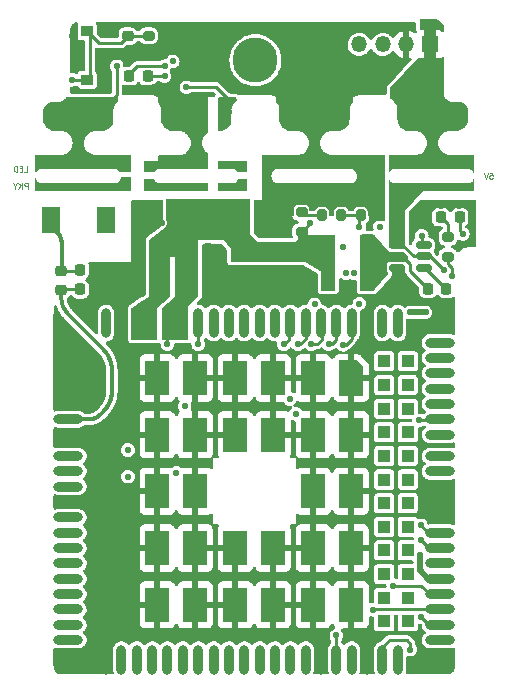
<source format=gbr>
%TF.GenerationSoftware,KiCad,Pcbnew,(6.0.2-0)*%
%TF.CreationDate,2022-10-29T16:02:38+01:00*%
%TF.ProjectId,p3-cellular-module,70332d63-656c-46c7-956c-61722d6d6f64,rev?*%
%TF.SameCoordinates,Original*%
%TF.FileFunction,Copper,L4,Bot*%
%TF.FilePolarity,Positive*%
%FSLAX46Y46*%
G04 Gerber Fmt 4.6, Leading zero omitted, Abs format (unit mm)*
G04 Created by KiCad (PCBNEW (6.0.2-0)) date 2022-10-29 16:02:38*
%MOMM*%
%LPD*%
G01*
G04 APERTURE LIST*
G04 Aperture macros list*
%AMRoundRect*
0 Rectangle with rounded corners*
0 $1 Rounding radius*
0 $2 $3 $4 $5 $6 $7 $8 $9 X,Y pos of 4 corners*
0 Add a 4 corners polygon primitive as box body*
4,1,4,$2,$3,$4,$5,$6,$7,$8,$9,$2,$3,0*
0 Add four circle primitives for the rounded corners*
1,1,$1+$1,$2,$3*
1,1,$1+$1,$4,$5*
1,1,$1+$1,$6,$7*
1,1,$1+$1,$8,$9*
0 Add four rect primitives between the rounded corners*
20,1,$1+$1,$2,$3,$4,$5,0*
20,1,$1+$1,$4,$5,$6,$7,0*
20,1,$1+$1,$6,$7,$8,$9,0*
20,1,$1+$1,$8,$9,$2,$3,0*%
%AMFreePoly0*
4,1,18,1.000354,1.500354,1.000500,1.500000,1.000500,-1.500000,1.000354,-1.500354,1.000000,-1.500500,-0.499998,-1.500500,-0.500000,-1.500501,-0.500250,-1.500397,-0.500354,-1.500354,-0.500355,-1.500352,-1.000354,-1.000354,-1.000501,-1.000000,-1.000500,-0.999998,-1.000500,1.500000,-1.000354,1.500354,-1.000000,1.500500,1.000000,1.500500,1.000354,1.500354,1.000354,1.500354,$1*%
G04 Aperture macros list end*
%ADD10C,0.125000*%
%TA.AperFunction,NonConductor*%
%ADD11C,0.125000*%
%TD*%
%TA.AperFunction,ComponentPad*%
%ADD12C,3.800000*%
%TD*%
%TA.AperFunction,ComponentPad*%
%ADD13R,1.350000X1.350000*%
%TD*%
%TA.AperFunction,ComponentPad*%
%ADD14O,1.350000X1.350000*%
%TD*%
%TA.AperFunction,SMDPad,CuDef*%
%ADD15RoundRect,0.200000X-0.200000X-0.275000X0.200000X-0.275000X0.200000X0.275000X-0.200000X0.275000X0*%
%TD*%
%TA.AperFunction,SMDPad,CuDef*%
%ADD16RoundRect,0.250000X-0.412500X-0.925000X0.412500X-0.925000X0.412500X0.925000X-0.412500X0.925000X0*%
%TD*%
%TA.AperFunction,SMDPad,CuDef*%
%ADD17RoundRect,0.218750X-0.256250X0.218750X-0.256250X-0.218750X0.256250X-0.218750X0.256250X0.218750X0*%
%TD*%
%TA.AperFunction,SMDPad,CuDef*%
%ADD18R,1.650000X2.300000*%
%TD*%
%TA.AperFunction,SMDPad,CuDef*%
%ADD19RoundRect,0.200000X-0.275000X0.200000X-0.275000X-0.200000X0.275000X-0.200000X0.275000X0.200000X0*%
%TD*%
%TA.AperFunction,SMDPad,CuDef*%
%ADD20R,1.200000X4.700000*%
%TD*%
%TA.AperFunction,SMDPad,CuDef*%
%ADD21RoundRect,0.250000X0.412500X0.925000X-0.412500X0.925000X-0.412500X-0.925000X0.412500X-0.925000X0*%
%TD*%
%TA.AperFunction,SMDPad,CuDef*%
%ADD22RoundRect,0.225000X-0.225000X-0.250000X0.225000X-0.250000X0.225000X0.250000X-0.225000X0.250000X0*%
%TD*%
%TA.AperFunction,SMDPad,CuDef*%
%ADD23RoundRect,0.200000X0.275000X-0.200000X0.275000X0.200000X-0.275000X0.200000X-0.275000X-0.200000X0*%
%TD*%
%TA.AperFunction,SMDPad,CuDef*%
%ADD24RoundRect,0.225000X0.225000X0.250000X-0.225000X0.250000X-0.225000X-0.250000X0.225000X-0.250000X0*%
%TD*%
%TA.AperFunction,SMDPad,CuDef*%
%ADD25RoundRect,0.250000X-0.250000X-0.475000X0.250000X-0.475000X0.250000X0.475000X-0.250000X0.475000X0*%
%TD*%
%TA.AperFunction,SMDPad,CuDef*%
%ADD26RoundRect,0.250000X-1.100000X0.325000X-1.100000X-0.325000X1.100000X-0.325000X1.100000X0.325000X0*%
%TD*%
%TA.AperFunction,SMDPad,CuDef*%
%ADD27RoundRect,0.218750X-0.218750X-0.256250X0.218750X-0.256250X0.218750X0.256250X-0.218750X0.256250X0*%
%TD*%
%TA.AperFunction,SMDPad,CuDef*%
%ADD28R,1.000000X0.900000*%
%TD*%
%TA.AperFunction,SMDPad,CuDef*%
%ADD29R,0.550000X1.700000*%
%TD*%
%TA.AperFunction,SMDPad,CuDef*%
%ADD30O,2.500000X0.800000*%
%TD*%
%TA.AperFunction,SMDPad,CuDef*%
%ADD31O,0.800000X2.500000*%
%TD*%
%TA.AperFunction,SMDPad,CuDef*%
%ADD32R,2.000000X3.000000*%
%TD*%
%TA.AperFunction,SMDPad,CuDef*%
%ADD33FreePoly0,180.000000*%
%TD*%
%TA.AperFunction,SMDPad,CuDef*%
%ADD34R,1.100000X1.100000*%
%TD*%
%TA.AperFunction,SMDPad,CuDef*%
%ADD35RoundRect,0.218750X0.256250X-0.218750X0.256250X0.218750X-0.256250X0.218750X-0.256250X-0.218750X0*%
%TD*%
%TA.AperFunction,SMDPad,CuDef*%
%ADD36RoundRect,0.150000X-0.512500X-0.150000X0.512500X-0.150000X0.512500X0.150000X-0.512500X0.150000X0*%
%TD*%
%TA.AperFunction,ViaPad*%
%ADD37C,0.550000*%
%TD*%
%TA.AperFunction,ViaPad*%
%ADD38C,0.686000*%
%TD*%
%TA.AperFunction,Conductor*%
%ADD39C,0.254000*%
%TD*%
%TA.AperFunction,Conductor*%
%ADD40C,0.512000*%
%TD*%
%TA.AperFunction,Conductor*%
%ADD41C,0.768000*%
%TD*%
%TA.AperFunction,Conductor*%
%ADD42C,0.250000*%
%TD*%
%TA.AperFunction,Conductor*%
%ADD43C,0.350000*%
%TD*%
G04 APERTURE END LIST*
D10*
D11*
X164928869Y-102326190D02*
X165166964Y-102326190D01*
X165190773Y-102564285D01*
X165166964Y-102540476D01*
X165119345Y-102516666D01*
X165000297Y-102516666D01*
X164952678Y-102540476D01*
X164928869Y-102564285D01*
X164905059Y-102611904D01*
X164905059Y-102730952D01*
X164928869Y-102778571D01*
X164952678Y-102802380D01*
X165000297Y-102826190D01*
X165119345Y-102826190D01*
X165166964Y-102802380D01*
X165190773Y-102778571D01*
X164762202Y-102326190D02*
X164595535Y-102826190D01*
X164428869Y-102326190D01*
D10*
D11*
X125531250Y-102226190D02*
X125769345Y-102226190D01*
X125769345Y-101726190D01*
X125364583Y-101964285D02*
X125197916Y-101964285D01*
X125126488Y-102226190D02*
X125364583Y-102226190D01*
X125364583Y-101726190D01*
X125126488Y-101726190D01*
X124912202Y-102226190D02*
X124912202Y-101726190D01*
X124793154Y-101726190D01*
X124721726Y-101750000D01*
X124674107Y-101797619D01*
X124650297Y-101845238D01*
X124626488Y-101940476D01*
X124626488Y-102011904D01*
X124650297Y-102107142D01*
X124674107Y-102154761D01*
X124721726Y-102202380D01*
X124793154Y-102226190D01*
X124912202Y-102226190D01*
D10*
D11*
X125815773Y-103676190D02*
X125815773Y-103176190D01*
X125625297Y-103176190D01*
X125577678Y-103200000D01*
X125553869Y-103223809D01*
X125530059Y-103271428D01*
X125530059Y-103342857D01*
X125553869Y-103390476D01*
X125577678Y-103414285D01*
X125625297Y-103438095D01*
X125815773Y-103438095D01*
X125315773Y-103676190D02*
X125315773Y-103176190D01*
X125030059Y-103676190D02*
X125244345Y-103390476D01*
X125030059Y-103176190D02*
X125315773Y-103461904D01*
X124720535Y-103438095D02*
X124720535Y-103676190D01*
X124887202Y-103176190D02*
X124720535Y-103438095D01*
X124553869Y-103176190D01*
D12*
%TO.P,REF\u002A\u002A,1*%
%TO.N,N/C*%
X145100000Y-92800000D03*
%TD*%
D13*
%TO.P,J4,1,Pin_1*%
%TO.N,VBUS*%
X159882000Y-91450000D03*
D14*
%TO.P,J4,2,Pin_2*%
%TO.N,GND*%
X157882000Y-91450000D03*
%TO.P,J4,3,Pin_3*%
%TO.N,/USB Connector/USB_DN_RAW*%
X155882000Y-91450000D03*
%TO.P,J4,4,Pin_4*%
%TO.N,/USB Connector/USB_DP_RAW*%
X153882000Y-91450000D03*
%TD*%
D15*
%TO.P,R3,1*%
%TO.N,Net-(R2-Pad2)*%
X154000000Y-105900000D03*
%TO.P,R3,2*%
%TO.N,GND*%
X155650000Y-105900000D03*
%TD*%
D16*
%TO.P,C9,1*%
%TO.N,+3V8*%
X142662500Y-106200000D03*
%TO.P,C9,2*%
%TO.N,GND*%
X145737500Y-106200000D03*
%TD*%
D17*
%TO.P,L2,1*%
%TO.N,Net-(C14-Pad1)*%
X128650000Y-110662500D03*
%TO.P,L2,2*%
%TO.N,Net-(C17-Pad1)*%
X128650000Y-112237500D03*
%TD*%
D18*
%TO.P,E1,1*%
%TO.N,Net-(C14-Pad1)*%
X127775000Y-106325000D03*
%TO.P,E1,2*%
%TO.N,N/C*%
X132425000Y-106325000D03*
%TD*%
D19*
%TO.P,R4,1*%
%TO.N,Net-(D2-Pad1)*%
X161400000Y-107775000D03*
%TO.P,R4,2*%
%TO.N,/Cellular Modem/STAT_OD*%
X161400000Y-109425000D03*
%TD*%
D15*
%TO.P,R2,1*%
%TO.N,Net-(R1-Pad2)*%
X150725000Y-105900000D03*
%TO.P,R2,2*%
%TO.N,Net-(R2-Pad2)*%
X152375000Y-105900000D03*
%TD*%
D20*
%TO.P,L1,1,1*%
%TO.N,/Power Supply/SW*%
X154580000Y-109925000D03*
%TO.P,L1,2,2*%
%TO.N,+3V8*%
X151270000Y-109925000D03*
%TD*%
D21*
%TO.P,C5,1*%
%TO.N,+3V8*%
X138337500Y-106200000D03*
%TO.P,C5,2*%
%TO.N,GND*%
X135262500Y-106200000D03*
%TD*%
D22*
%TO.P,C11,1*%
%TO.N,+3V8*%
X139525000Y-110450000D03*
%TO.P,C11,2*%
%TO.N,GND*%
X141075000Y-110450000D03*
%TD*%
%TO.P,C10,1*%
%TO.N,+3V8*%
X139525000Y-112100000D03*
%TO.P,C10,2*%
%TO.N,GND*%
X141075000Y-112100000D03*
%TD*%
D23*
%TO.P,R1,1*%
%TO.N,+3V8*%
X149000000Y-107325000D03*
%TO.P,R1,2*%
%TO.N,Net-(R1-Pad2)*%
X149000000Y-105675000D03*
%TD*%
D24*
%TO.P,C7,1*%
%TO.N,+3V8*%
X136825000Y-110450000D03*
%TO.P,C7,2*%
%TO.N,GND*%
X135275000Y-110450000D03*
%TD*%
D22*
%TO.P,C17,1*%
%TO.N,Net-(C17-Pad1)*%
X130275000Y-112200000D03*
%TO.P,C17,2*%
%TO.N,GND*%
X131825000Y-112200000D03*
%TD*%
D25*
%TO.P,C1,1*%
%TO.N,VBUS*%
X157250000Y-106350000D03*
%TO.P,C1,2*%
%TO.N,GND*%
X159150000Y-106350000D03*
%TD*%
D24*
%TO.P,C8,1*%
%TO.N,+3V8*%
X136825000Y-112100000D03*
%TO.P,C8,2*%
%TO.N,GND*%
X135275000Y-112100000D03*
%TD*%
D26*
%TO.P,C3,1*%
%TO.N,+3V8*%
X148100000Y-109025000D03*
%TO.P,C3,2*%
%TO.N,GND*%
X148100000Y-111975000D03*
%TD*%
D27*
%TO.P,D2,1,K*%
%TO.N,Net-(D2-Pad1)*%
X160812500Y-106100000D03*
%TO.P,D2,2,A*%
%TO.N,+3V8*%
X162387500Y-106100000D03*
%TD*%
D22*
%TO.P,C12,1*%
%TO.N,+3V8*%
X139525000Y-108800000D03*
%TO.P,C12,2*%
%TO.N,GND*%
X141075000Y-108800000D03*
%TD*%
D26*
%TO.P,C19,1*%
%TO.N,+3V8*%
X144600000Y-109025000D03*
%TO.P,C19,2*%
%TO.N,GND*%
X144600000Y-111975000D03*
%TD*%
D28*
%TO.P,SW1,1,1*%
%TO.N,/Cellular Modem/PWRKEY*%
X130850000Y-90350001D03*
%TO.P,SW1,2,2*%
X130850000Y-94449999D03*
%TO.P,SW1,3,3*%
%TO.N,GND*%
X132450000Y-90350001D03*
%TO.P,SW1,4,4*%
X132450000Y-94449999D03*
D29*
%TO.P,SW1,5,GROUND*%
X130225000Y-92400000D03*
%TD*%
D24*
%TO.P,C6,1*%
%TO.N,+3V8*%
X136825000Y-108800000D03*
%TO.P,C6,2*%
%TO.N,GND*%
X135275000Y-108800000D03*
%TD*%
D22*
%TO.P,C14,1*%
%TO.N,Net-(C14-Pad1)*%
X130275000Y-110550000D03*
%TO.P,C14,2*%
%TO.N,GND*%
X131825000Y-110550000D03*
%TD*%
D30*
%TO.P,U2,1,WAKEUP_IN*%
%TO.N,unconnected-(U2-Pad1)*%
X160750000Y-116700000D03*
%TO.P,U2,2,AP_READY*%
%TO.N,unconnected-(U2-Pad2)*%
X160750000Y-118000000D03*
%TO.P,U2,3,RESERVED*%
%TO.N,unconnected-(U2-Pad3)*%
X160750000Y-119300000D03*
%TO.P,U2,4,W_DISABLE#*%
%TO.N,unconnected-(U2-Pad4)*%
X160750000Y-120600000D03*
%TO.P,U2,5,NET_MODE*%
%TO.N,unconnected-(U2-Pad5)*%
X160750000Y-121900000D03*
%TO.P,U2,6,NET_STATUS*%
%TO.N,/Cellular Modem/NET_STAT_DRV*%
X160750000Y-123200000D03*
%TO.P,U2,7,VDD_EXT*%
%TO.N,unconnected-(U2-Pad7)*%
X160750000Y-124500000D03*
%TO.P,U2,8,GND*%
%TO.N,GND*%
X160750000Y-128900000D03*
%TO.P,U2,9,GND*%
X160750000Y-130200000D03*
%TO.P,U2,10,USIM_GND*%
X160750000Y-131500000D03*
%TO.P,U2,11,DBG_RXD*%
%TO.N,Net-(TP9-Pad1)*%
X160750000Y-132800000D03*
%TO.P,U2,12,DBG_TXD*%
%TO.N,Net-(TP10-Pad1)*%
X160750000Y-134100000D03*
%TO.P,U2,13,USIM_PRESENCE*%
%TO.N,unconnected-(U2-Pad13)*%
X160750000Y-135400000D03*
%TO.P,U2,14,USIM_VDD*%
%TO.N,/Cellular Modem/USIM_VDD*%
X160750000Y-136700000D03*
%TO.P,U2,15,USIM_DATA*%
%TO.N,/Cellular Modem/USIM_DATA*%
X160750000Y-138000000D03*
%TO.P,U2,16,USIM_CLK*%
%TO.N,/Cellular Modem/USIM_CLK*%
X160750000Y-139300000D03*
%TO.P,U2,17,USIM_RST*%
%TO.N,/Cellular Modem/USIM_RST*%
X160750000Y-140600000D03*
%TO.P,U2,18,RESERVED*%
%TO.N,unconnected-(U2-Pad18)*%
X160750000Y-141900000D03*
D31*
%TO.P,U2,19,GND*%
%TO.N,GND*%
X154550000Y-143550000D03*
%TO.P,U2,20,RESET_N*%
%TO.N,unconnected-(U2-Pad20)*%
X153250000Y-143550000D03*
%TO.P,U2,21,PWRKEY*%
%TO.N,/Cellular Modem/PWRKEY*%
X151950000Y-143550000D03*
%TO.P,U2,22,GND*%
%TO.N,GND*%
X150650000Y-143550000D03*
%TO.P,U2,23,SD_INS_DET*%
%TO.N,unconnected-(U2-Pad23)*%
X149350000Y-143550000D03*
%TO.P,U2,24,PCM_IN*%
%TO.N,unconnected-(U2-Pad24)*%
X148050000Y-143550000D03*
%TO.P,U2,25,PCM_OUT*%
%TO.N,unconnected-(U2-Pad25)*%
X146750000Y-143550000D03*
%TO.P,U2,26,PCM_SYNC*%
%TO.N,unconnected-(U2-Pad26)*%
X145450000Y-143550000D03*
%TO.P,U2,27,PCM_CLK*%
%TO.N,unconnected-(U2-Pad27)*%
X144150000Y-143550000D03*
%TO.P,U2,28,SDC2_DATA3*%
%TO.N,unconnected-(U2-Pad28)*%
X142850000Y-143550000D03*
%TO.P,U2,29,SDC2_DATA2*%
%TO.N,unconnected-(U2-Pad29)*%
X141550000Y-143550000D03*
%TO.P,U2,30,SDC2_DATA1*%
%TO.N,unconnected-(U2-Pad30)*%
X140250000Y-143550000D03*
%TO.P,U2,31,SDC2_DATA0*%
%TO.N,unconnected-(U2-Pad31)*%
X138950000Y-143550000D03*
%TO.P,U2,32,SDC2_CLK*%
%TO.N,unconnected-(U2-Pad32)*%
X137650000Y-143550000D03*
%TO.P,U2,33,SDC2_CMD*%
%TO.N,unconnected-(U2-Pad33)*%
X136350000Y-143550000D03*
%TO.P,U2,34,VDD_SDIO*%
%TO.N,unconnected-(U2-Pad34)*%
X135050000Y-143550000D03*
%TO.P,U2,35,ANT_DIV*%
%TO.N,unconnected-(U2-Pad35)*%
X133750000Y-143550000D03*
%TO.P,U2,36,GND*%
%TO.N,GND*%
X132450000Y-143550000D03*
D30*
%TO.P,U2,37,BT_RTS*%
%TO.N,unconnected-(U2-Pad37)*%
X129250000Y-141900000D03*
%TO.P,U2,38,BT_TXD*%
%TO.N,unconnected-(U2-Pad38)*%
X129250000Y-140600000D03*
%TO.P,U2,39,BT_RXD*%
%TO.N,unconnected-(U2-Pad39)*%
X129250000Y-139300000D03*
%TO.P,U2,40,BT_CTS*%
%TO.N,unconnected-(U2-Pad40)*%
X129250000Y-138000000D03*
%TO.P,U2,41,I2C_SCL*%
%TO.N,unconnected-(U2-Pad41)*%
X129250000Y-136700000D03*
%TO.P,U2,42,I2C_SDA*%
%TO.N,unconnected-(U2-Pad42)*%
X129250000Y-135400000D03*
%TO.P,U2,43,RESERVED*%
%TO.N,unconnected-(U2-Pad43)*%
X129250000Y-134100000D03*
%TO.P,U2,44,ADC1*%
%TO.N,unconnected-(U2-Pad44)*%
X129250000Y-132800000D03*
%TO.P,U2,45,ADC0*%
%TO.N,unconnected-(U2-Pad45)*%
X129250000Y-131500000D03*
%TO.P,U2,46,GND*%
%TO.N,GND*%
X129250000Y-130200000D03*
%TO.P,U2,47,ANT_GNSS*%
%TO.N,unconnected-(U2-Pad47)*%
X129250000Y-128900000D03*
%TO.P,U2,48,GND*%
%TO.N,GND*%
X129250000Y-124500000D03*
%TO.P,U2,49,ANT_MAIN*%
%TO.N,Net-(C17-Pad1)*%
X129250000Y-123200000D03*
%TO.P,U2,50,GND*%
%TO.N,GND*%
X129250000Y-121900000D03*
%TO.P,U2,51,GND*%
X129250000Y-120600000D03*
%TO.P,U2,52,GND*%
X129250000Y-119300000D03*
%TO.P,U2,53,GND*%
X129250000Y-118000000D03*
%TO.P,U2,54,GND*%
X129250000Y-116700000D03*
D31*
%TO.P,U2,55,RESERVED*%
%TO.N,unconnected-(U2-Pad55)*%
X132450000Y-115050000D03*
%TO.P,U2,56,GND*%
%TO.N,GND*%
X133750000Y-115050000D03*
%TO.P,U2,57,VBAT_RF*%
%TO.N,+3V8*%
X135050000Y-115050000D03*
%TO.P,U2,58,VBAT_RF*%
X136350000Y-115050000D03*
%TO.P,U2,59,VBAT_BB*%
X137650000Y-115050000D03*
%TO.P,U2,60,VBAT_BB*%
X138950000Y-115050000D03*
%TO.P,U2,61,STATUS*%
%TO.N,/Cellular Modem/STAT_OD*%
X140250000Y-115050000D03*
%TO.P,U2,62,RI*%
%TO.N,unconnected-(U2-Pad62)*%
X141550000Y-115050000D03*
%TO.P,U2,63,DCD*%
%TO.N,unconnected-(U2-Pad63)*%
X142850000Y-115050000D03*
%TO.P,U2,64,CTS*%
%TO.N,unconnected-(U2-Pad64)*%
X144150000Y-115050000D03*
%TO.P,U2,65,RTS*%
%TO.N,unconnected-(U2-Pad65)*%
X145450000Y-115050000D03*
%TO.P,U2,66,DTR*%
%TO.N,unconnected-(U2-Pad66)*%
X146750000Y-115050000D03*
%TO.P,U2,67,TXD*%
%TO.N,Net-(TP7-Pad1)*%
X148050000Y-115050000D03*
%TO.P,U2,68,RXD*%
%TO.N,Net-(TP8-Pad1)*%
X149350000Y-115050000D03*
%TO.P,U2,69,USB_DP*%
%TO.N,/Cellular Modem/USB_DP*%
X150650000Y-115050000D03*
%TO.P,U2,70,USB_DM*%
%TO.N,/Cellular Modem/USB_DN*%
X151950000Y-115050000D03*
%TO.P,U2,71,USB_VBUS*%
%TO.N,VBUS*%
X153250000Y-115050000D03*
%TO.P,U2,72,GND*%
%TO.N,GND*%
X154550000Y-115050000D03*
D32*
%TO.P,U2,85,GND*%
X136800000Y-119700000D03*
%TO.P,U2,86,GND*%
X136800000Y-124500000D03*
%TO.P,U2,87,GND*%
X136800000Y-129300000D03*
%TO.P,U2,88,GND*%
X136800000Y-134100000D03*
%TO.P,U2,89,GND*%
X136800000Y-138900000D03*
%TO.P,U2,90,GND*%
X140000000Y-119700000D03*
%TO.P,U2,91,GND*%
X140000000Y-124500000D03*
%TO.P,U2,92,GND*%
X140000000Y-129300000D03*
%TO.P,U2,93,GND*%
X140000000Y-134100000D03*
%TO.P,U2,94,GND*%
X140000000Y-138900000D03*
%TO.P,U2,95,GND*%
X143400000Y-119700000D03*
%TO.P,U2,96,GND*%
X143400000Y-124500000D03*
%TO.P,U2,97,GND*%
X143400000Y-134100000D03*
%TO.P,U2,98,GND*%
X143400000Y-138900000D03*
%TO.P,U2,99,GND*%
X146600000Y-119700000D03*
%TO.P,U2,100,GND*%
X146600000Y-124500000D03*
%TO.P,U2,101,GND*%
X146600000Y-134100000D03*
%TO.P,U2,102,GND*%
X146600000Y-138900000D03*
%TO.P,U2,103,GND*%
X150000000Y-119700000D03*
%TO.P,U2,104,GND*%
X150000000Y-124500000D03*
%TO.P,U2,105,GND*%
X150000000Y-129300000D03*
%TO.P,U2,106,GND*%
X150000000Y-134100000D03*
%TO.P,U2,107,GND*%
X150000000Y-138900000D03*
D33*
%TO.P,U2,108,GND*%
X153200000Y-119700000D03*
D32*
%TO.P,U2,109,GND*%
X153200000Y-124500000D03*
%TO.P,U2,110,GND*%
X153200000Y-129300000D03*
%TO.P,U2,111,GND*%
X153200000Y-134100000D03*
%TO.P,U2,112,GND*%
X153200000Y-138900000D03*
D31*
%TO.P,U2,113,RESERVED*%
%TO.N,unconnected-(U2-Pad113)*%
X155850000Y-115050000D03*
%TO.P,U2,114,RESERVED*%
%TO.N,unconnected-(U2-Pad114)*%
X157150000Y-115050000D03*
%TO.P,U2,115,USB_BOOT*%
%TO.N,Net-(TP1-Pad1)*%
X155850000Y-143550000D03*
%TO.P,U2,116,RESERVED*%
%TO.N,unconnected-(U2-Pad116)*%
X157150000Y-143550000D03*
D34*
%TO.P,U2,117,RESERVED*%
%TO.N,unconnected-(U2-Pad117)*%
X156000000Y-118300000D03*
%TO.P,U2,118,WLAN_SLP_CLK*%
%TO.N,unconnected-(U2-Pad118)*%
X156000000Y-120300000D03*
%TO.P,U2,119,EPHY_RST_N*%
%TO.N,unconnected-(U2-Pad119)*%
X156000000Y-122300000D03*
%TO.P,U2,120,EPHY_INT_N*%
%TO.N,unconnected-(U2-Pad120)*%
X156000000Y-124300000D03*
%TO.P,U2,121,SGMII_MDATA*%
%TO.N,unconnected-(U2-Pad121)*%
X156000000Y-126300000D03*
%TO.P,U2,122,SGMII_MCLK*%
%TO.N,unconnected-(U2-Pad122)*%
X156000000Y-128300000D03*
%TO.P,U2,123,SGMII_TX_M*%
%TO.N,unconnected-(U2-Pad123)*%
X156000000Y-130300000D03*
%TO.P,U2,124,SGMII_TX_P*%
%TO.N,unconnected-(U2-Pad124)*%
X156000000Y-132300000D03*
%TO.P,U2,125,SGMII_RX_P*%
%TO.N,unconnected-(U2-Pad125)*%
X156000000Y-134300000D03*
%TO.P,U2,126,SGMII_RX_M*%
%TO.N,unconnected-(U2-Pad126)*%
X156000000Y-136300000D03*
%TO.P,U2,127,PM_ENABLE*%
%TO.N,unconnected-(U2-Pad127)*%
X156000000Y-138300000D03*
%TO.P,U2,128,USIM2_VDD*%
%TO.N,unconnected-(U2-Pad128)*%
X156000000Y-140300000D03*
%TO.P,U2,129,SDC1_DATA3*%
%TO.N,unconnected-(U2-Pad129)*%
X158000000Y-118300000D03*
%TO.P,U2,130,SDC1_DATA2*%
%TO.N,unconnected-(U2-Pad130)*%
X158000000Y-120300000D03*
%TO.P,U2,131,SDC1_DATA1*%
%TO.N,unconnected-(U2-Pad131)*%
X158000000Y-122300000D03*
%TO.P,U2,132,SDC1_DATA0*%
%TO.N,unconnected-(U2-Pad132)*%
X158000000Y-124300000D03*
%TO.P,U2,133,SDC1_CLK*%
%TO.N,unconnected-(U2-Pad133)*%
X158000000Y-126300000D03*
%TO.P,U2,134,SDC1_CMD*%
%TO.N,unconnected-(U2-Pad134)*%
X158000000Y-128300000D03*
%TO.P,U2,135,~{WAKE_ON_WIRELESS}*%
%TO.N,unconnected-(U2-Pad135)*%
X158000000Y-130300000D03*
%TO.P,U2,136,WLAN_EN*%
%TO.N,unconnected-(U2-Pad136)*%
X158000000Y-132300000D03*
%TO.P,U2,137,COEX_UART_RX*%
%TO.N,unconnected-(U2-Pad137)*%
X158000000Y-134300000D03*
%TO.P,U2,138,COEX_UART_TX*%
%TO.N,unconnected-(U2-Pad138)*%
X158000000Y-136300000D03*
%TO.P,U2,139,BT_EN*%
%TO.N,unconnected-(U2-Pad139)*%
X158000000Y-138300000D03*
%TO.P,U2,140,RESERVED*%
%TO.N,unconnected-(U2-Pad140)*%
X158000000Y-140300000D03*
D30*
%TO.P,U2,141,RESERVED*%
%TO.N,unconnected-(U2-Pad141)*%
X160750000Y-126300000D03*
%TO.P,U2,142,RESERVED*%
%TO.N,unconnected-(U2-Pad142)*%
X160750000Y-127600000D03*
%TO.P,U2,143,RESERVED*%
%TO.N,unconnected-(U2-Pad143)*%
X129250000Y-127600000D03*
%TO.P,U2,144,RESERVED*%
%TO.N,unconnected-(U2-Pad144)*%
X129250000Y-126300000D03*
%TD*%
D19*
%TO.P,R15,1*%
%TO.N,/Cellular Modem/PWRKEY*%
X136050000Y-90725000D03*
%TO.P,R15,2*%
%TO.N,GND*%
X136050000Y-92375000D03*
%TD*%
D35*
%TO.P,D3,1,A1*%
%TO.N,GND*%
X134300000Y-92337500D03*
%TO.P,D3,2,A2*%
%TO.N,/Cellular Modem/PWRKEY*%
X134300000Y-90762500D03*
%TD*%
D27*
%TO.P,D1,1,K*%
%TO.N,Net-(D1-Pad1)*%
X134412500Y-94150000D03*
%TO.P,D1,2,A*%
%TO.N,VBUS*%
X135987500Y-94150000D03*
%TD*%
D36*
%TO.P,U1,1,GND*%
%TO.N,GND*%
X157062500Y-110350000D03*
%TO.P,U1,2,SW*%
%TO.N,/Power Supply/SW*%
X157062500Y-109400000D03*
%TO.P,U1,3,VIN*%
%TO.N,VBUS*%
X157062500Y-108450000D03*
%TO.P,U1,4,FB*%
%TO.N,Net-(R2-Pad2)*%
X159337500Y-108450000D03*
%TO.P,U1,5,~{EN}*%
%TO.N,VBUS*%
X159337500Y-109400000D03*
%TO.P,U1,6,BST*%
%TO.N,Net-(C2-Pad1)*%
X159337500Y-110350000D03*
%TD*%
D24*
%TO.P,C2,1*%
%TO.N,Net-(C2-Pad1)*%
X161275000Y-112150000D03*
%TO.P,C2,2*%
%TO.N,/Power Supply/SW*%
X159725000Y-112150000D03*
%TD*%
D37*
%TO.N,VBUS*%
X156800000Y-104100000D03*
X158400000Y-104100000D03*
X157200000Y-104700000D03*
X138100000Y-92900000D03*
X161101500Y-110600000D03*
X158000000Y-104700000D03*
X137400000Y-94150000D03*
X152525008Y-116875008D03*
X157600000Y-104100000D03*
%TO.N,GND*%
X152700000Y-104850000D03*
D38*
X149500000Y-120700000D03*
X147100000Y-118700000D03*
D37*
X131100000Y-124400000D03*
X131150000Y-121400000D03*
D38*
X137300000Y-128300000D03*
X152700000Y-128300000D03*
D37*
X142300000Y-91200000D03*
X147700000Y-104850000D03*
D38*
X147100000Y-120700000D03*
X150500000Y-124500000D03*
X153700000Y-138900000D03*
X142900000Y-123500000D03*
D37*
X133050000Y-110650000D03*
D38*
X147100000Y-125500000D03*
X147100000Y-138900000D03*
X153200000Y-133600000D03*
D37*
X143600000Y-141600000D03*
X158000000Y-116900000D03*
D38*
X136300000Y-118700000D03*
D37*
X159100000Y-129800000D03*
D38*
X150500000Y-137900000D03*
X153700000Y-120700000D03*
D37*
X133700000Y-141600000D03*
X142300000Y-92000000D03*
X161600000Y-105100000D03*
D38*
X150000000Y-133600000D03*
X152700000Y-134100000D03*
D37*
X158500000Y-112500000D03*
D38*
X150000000Y-120200000D03*
X142900000Y-125500000D03*
X152700000Y-120700000D03*
X149500000Y-119700000D03*
X149500000Y-135100000D03*
X146600000Y-133600000D03*
X150500000Y-138900000D03*
X147100000Y-139900000D03*
X150500000Y-118700000D03*
X153700000Y-125500000D03*
D37*
X134800000Y-121800000D03*
X150200000Y-104300000D03*
D38*
X152700000Y-139900000D03*
X146100000Y-135100000D03*
D37*
X131150000Y-120650000D03*
X136550000Y-95100000D03*
X157000000Y-111475000D03*
X128600000Y-115700000D03*
D38*
X140000000Y-125000000D03*
X139500000Y-120700000D03*
X150500000Y-128300000D03*
D37*
X149200000Y-104300000D03*
D38*
X149500000Y-139900000D03*
X136800000Y-124000000D03*
D37*
X132800000Y-141700000D03*
X142350000Y-111900000D03*
X159100000Y-129050000D03*
D38*
X140500000Y-118700000D03*
D37*
X136050000Y-103400000D03*
D38*
X140000000Y-120200000D03*
D37*
X133700000Y-123500000D03*
X156225000Y-112500000D03*
D38*
X153700000Y-129300000D03*
D37*
X141850000Y-110000000D03*
D38*
X150000000Y-119200000D03*
D37*
X131700000Y-141000000D03*
D38*
X146600000Y-124000000D03*
X143400000Y-139400000D03*
X143400000Y-134600000D03*
X143900000Y-125500000D03*
X149500000Y-137900000D03*
D37*
X130000000Y-144300000D03*
D38*
X146600000Y-120200000D03*
X153700000Y-137900000D03*
D37*
X149700000Y-104850000D03*
X131150000Y-122150000D03*
X148150000Y-141600000D03*
X157350000Y-111975000D03*
X129300000Y-144300000D03*
D38*
X152700000Y-135100000D03*
D37*
X153700000Y-104850000D03*
D38*
X150000000Y-125000000D03*
D37*
X136458814Y-106541186D03*
D38*
X143900000Y-138900000D03*
X150500000Y-123500000D03*
X152700000Y-119700000D03*
X147100000Y-124500000D03*
D37*
X154575000Y-116900000D03*
D38*
X140000000Y-139400000D03*
X150500000Y-133100000D03*
X150500000Y-129300000D03*
X153200000Y-128800000D03*
X137300000Y-120700000D03*
X136300000Y-137900000D03*
D37*
X159100000Y-128300000D03*
X131800000Y-124400000D03*
X154200000Y-104300000D03*
X134800000Y-121050000D03*
X131800000Y-130950000D03*
X162350000Y-105100000D03*
D38*
X137300000Y-137900000D03*
X142900000Y-138900000D03*
D37*
X131900000Y-119150000D03*
D38*
X150500000Y-135100000D03*
X137300000Y-134100000D03*
X142900000Y-135100000D03*
D37*
X154600000Y-117600000D03*
X131100000Y-132900000D03*
X150700000Y-104850000D03*
D38*
X153200000Y-119200000D03*
X136800000Y-134600000D03*
D37*
X134100000Y-110650000D03*
D38*
X136800000Y-119200000D03*
D37*
X134250000Y-122900000D03*
X141150000Y-113000000D03*
D38*
X136300000Y-135100000D03*
D37*
X131100000Y-125900000D03*
D38*
X139500000Y-119700000D03*
D37*
X150050000Y-110950000D03*
X128600000Y-115000000D03*
D38*
X146100000Y-123500000D03*
X136800000Y-133600000D03*
X139500000Y-135100000D03*
X142900000Y-119700000D03*
D37*
X131900000Y-119900000D03*
X151700000Y-104850000D03*
X137400000Y-95100000D03*
X153850000Y-141600000D03*
D38*
X146100000Y-139900000D03*
X136800000Y-129800000D03*
X153700000Y-134100000D03*
X147100000Y-135100000D03*
X143400000Y-138400000D03*
D37*
X142350000Y-111150000D03*
D38*
X142900000Y-124500000D03*
D37*
X134100000Y-121400000D03*
D38*
X150500000Y-130300000D03*
D37*
X145800000Y-141600000D03*
D38*
X140500000Y-130300000D03*
D37*
X139750000Y-141600000D03*
D38*
X140500000Y-120700000D03*
D37*
X147200000Y-105650000D03*
X131100000Y-135200000D03*
D38*
X142900000Y-118700000D03*
D37*
X133550000Y-110300000D03*
X133150000Y-124050000D03*
X147800000Y-106050000D03*
D38*
X136300000Y-138900000D03*
D37*
X149600000Y-141600000D03*
D38*
X153700000Y-119700000D03*
X136300000Y-123500000D03*
X152700000Y-138900000D03*
D37*
X131100000Y-131400000D03*
X157750000Y-111475000D03*
D38*
X146100000Y-133100000D03*
X150500000Y-134100000D03*
D37*
X131150000Y-117650000D03*
X128600000Y-144300000D03*
X147200000Y-107150000D03*
D38*
X152700000Y-123500000D03*
D37*
X146700000Y-104850000D03*
D38*
X143900000Y-119700000D03*
X150500000Y-119700000D03*
D37*
X159100000Y-131350000D03*
X153200000Y-104300000D03*
D38*
X149500000Y-130300000D03*
X152700000Y-118700000D03*
X150000000Y-124000000D03*
X139500000Y-125500000D03*
X149500000Y-128300000D03*
X142900000Y-137900000D03*
D37*
X131100000Y-136750000D03*
X157725000Y-112500000D03*
X131100000Y-137500000D03*
D38*
X142900000Y-133100000D03*
D37*
X134100000Y-118400000D03*
X131100000Y-129800000D03*
X153150000Y-141600000D03*
X156600000Y-111975000D03*
D38*
X153200000Y-138400000D03*
D37*
X129600000Y-90750000D03*
D38*
X137300000Y-118700000D03*
X153700000Y-128300000D03*
D37*
X134100000Y-112150000D03*
D38*
X147100000Y-134100000D03*
X137300000Y-135100000D03*
X143400000Y-119200000D03*
X140500000Y-139900000D03*
D37*
X131050000Y-114550000D03*
D38*
X153700000Y-118700000D03*
D37*
X132450000Y-123850000D03*
X131100000Y-130550000D03*
D38*
X153700000Y-135100000D03*
D37*
X148900000Y-141600000D03*
X159100000Y-130600000D03*
D38*
X153200000Y-125000000D03*
D37*
X131100000Y-139850000D03*
X133550000Y-117050000D03*
X134100000Y-119150000D03*
X130700000Y-144300000D03*
X138300000Y-141600000D03*
D38*
X146100000Y-137900000D03*
X140000000Y-133600000D03*
D37*
X138200000Y-95100000D03*
D38*
X142900000Y-120700000D03*
D37*
X159350000Y-144275000D03*
D38*
X136300000Y-119700000D03*
X149500000Y-118700000D03*
D37*
X131100000Y-128200000D03*
D38*
X146100000Y-119700000D03*
X150500000Y-125500000D03*
X140500000Y-138900000D03*
X147100000Y-133100000D03*
D37*
X135200000Y-141600000D03*
X141850000Y-112250000D03*
D38*
X140500000Y-125500000D03*
D37*
X133550000Y-112550000D03*
D38*
X137300000Y-133100000D03*
D37*
X147400000Y-113375000D03*
X133050000Y-112150000D03*
X134100000Y-119900000D03*
D38*
X139500000Y-138900000D03*
X143900000Y-137900000D03*
X137300000Y-125500000D03*
X146100000Y-138900000D03*
D37*
X147250000Y-110500000D03*
X154900000Y-104000000D03*
D38*
X150000000Y-129800000D03*
X140000000Y-129800000D03*
D37*
X146850000Y-111000000D03*
D38*
X140000000Y-128800000D03*
X150000000Y-139400000D03*
D37*
X154900000Y-103000000D03*
D38*
X136800000Y-120200000D03*
X146600000Y-139400000D03*
X140500000Y-123500000D03*
D37*
X131100000Y-139050000D03*
X131100000Y-140600000D03*
D38*
X147100000Y-137900000D03*
D37*
X134100000Y-122150000D03*
D38*
X143900000Y-120700000D03*
X143400000Y-125000000D03*
D37*
X133550000Y-111050000D03*
D38*
X137300000Y-130300000D03*
X139500000Y-128300000D03*
X137300000Y-139900000D03*
X136300000Y-133100000D03*
D37*
X131800000Y-125150000D03*
X145050000Y-141600000D03*
D38*
X149500000Y-129300000D03*
D37*
X147200000Y-104300000D03*
D38*
X136300000Y-139900000D03*
X143900000Y-135100000D03*
D37*
X133050000Y-111400000D03*
D38*
X153200000Y-120200000D03*
X136300000Y-124500000D03*
X153700000Y-124500000D03*
X139500000Y-124500000D03*
D37*
X134100000Y-120650000D03*
D38*
X137300000Y-124500000D03*
X142900000Y-139900000D03*
X143900000Y-139900000D03*
D37*
X158650000Y-144275000D03*
D38*
X146600000Y-119200000D03*
D37*
X156975000Y-112500000D03*
D38*
X152700000Y-133100000D03*
X136300000Y-125500000D03*
D37*
X159350000Y-105100000D03*
X131100000Y-138300000D03*
D38*
X136300000Y-128300000D03*
X149500000Y-123500000D03*
D37*
X161450000Y-144275000D03*
X128600000Y-143600000D03*
X132050000Y-141700000D03*
X131100000Y-133700000D03*
D38*
X136300000Y-130300000D03*
X149500000Y-134100000D03*
D37*
X154550000Y-141600000D03*
X147800000Y-106800000D03*
X133550000Y-111800000D03*
X134800000Y-119550000D03*
D38*
X150000000Y-138400000D03*
D37*
X133550000Y-122750000D03*
D38*
X139500000Y-139900000D03*
D37*
X131400000Y-144300000D03*
D38*
X150500000Y-120700000D03*
D37*
X160850000Y-105100000D03*
D38*
X142900000Y-134100000D03*
D37*
X136750000Y-141600000D03*
D38*
X152700000Y-129300000D03*
X153200000Y-129800000D03*
D37*
X134450000Y-141600000D03*
D38*
X153700000Y-123500000D03*
D37*
X132450000Y-141000000D03*
D38*
X146100000Y-118700000D03*
D37*
X141300000Y-141600000D03*
D38*
X139500000Y-133100000D03*
D37*
X154000000Y-117250000D03*
X160050000Y-144275000D03*
D38*
X150500000Y-139900000D03*
X137300000Y-129300000D03*
X140000000Y-138400000D03*
X146600000Y-138400000D03*
D37*
X146600000Y-141600000D03*
X160100000Y-105100000D03*
X139000000Y-141600000D03*
D38*
X149500000Y-133100000D03*
D37*
X129300000Y-115700000D03*
D38*
X137300000Y-123500000D03*
D37*
X147350000Y-141600000D03*
D38*
X143900000Y-124500000D03*
D37*
X136000000Y-141600000D03*
X131150000Y-113500000D03*
X161450000Y-142875000D03*
D38*
X146100000Y-134100000D03*
X153200000Y-124000000D03*
D37*
X131100000Y-126700000D03*
X131900000Y-121400000D03*
X144300000Y-141600000D03*
X137150000Y-106550000D03*
X137400000Y-92400000D03*
X131100000Y-125150000D03*
D38*
X140000000Y-124000000D03*
D37*
X128600000Y-142900000D03*
D38*
X143400000Y-133600000D03*
D37*
X132600000Y-124600000D03*
D38*
X143400000Y-120200000D03*
D37*
X154350000Y-102500000D03*
X141800000Y-113000000D03*
X131100000Y-129000000D03*
D38*
X152700000Y-124500000D03*
D37*
X142850000Y-141600000D03*
D38*
X146600000Y-134600000D03*
D37*
X147650000Y-111000000D03*
D38*
X136800000Y-125000000D03*
X146100000Y-120700000D03*
D37*
X131100000Y-132150000D03*
X148200000Y-104300000D03*
D38*
X140500000Y-124500000D03*
X140500000Y-129300000D03*
X149500000Y-124500000D03*
X139500000Y-130300000D03*
X146100000Y-125500000D03*
D37*
X133000000Y-123300000D03*
X136800000Y-105950000D03*
X140500000Y-141600000D03*
X146350000Y-111950000D03*
X151200000Y-104300000D03*
D38*
X147100000Y-119700000D03*
D37*
X130000000Y-113550000D03*
D38*
X140000000Y-119200000D03*
X143900000Y-123500000D03*
D37*
X131150000Y-118400000D03*
D38*
X140500000Y-135100000D03*
D37*
X161450000Y-143575000D03*
D38*
X153700000Y-139900000D03*
X140500000Y-134100000D03*
X140000000Y-134600000D03*
X153200000Y-139400000D03*
D37*
X142350000Y-109650000D03*
X134100000Y-117650000D03*
D38*
X149500000Y-138900000D03*
X136800000Y-138400000D03*
D37*
X131100000Y-136000000D03*
D38*
X136800000Y-128800000D03*
D37*
X131100000Y-134450000D03*
X142350000Y-112650000D03*
D38*
X139500000Y-123500000D03*
D37*
X141850000Y-109250000D03*
X142300000Y-92800000D03*
D38*
X143900000Y-133100000D03*
X139500000Y-137900000D03*
D37*
X155250000Y-141600000D03*
X163100000Y-105100000D03*
D38*
X140500000Y-128300000D03*
D37*
X131100000Y-127450000D03*
D38*
X152700000Y-137900000D03*
D37*
X146200000Y-104300000D03*
D38*
X136300000Y-134100000D03*
D37*
X142350000Y-108900000D03*
D38*
X136800000Y-139400000D03*
D37*
X134800000Y-118800000D03*
D38*
X139500000Y-118700000D03*
D37*
X158700000Y-116875000D03*
D38*
X143400000Y-124000000D03*
D37*
X131900000Y-120650000D03*
D38*
X153700000Y-133100000D03*
D37*
X134100000Y-111400000D03*
D38*
X140500000Y-133100000D03*
X152700000Y-130300000D03*
X147100000Y-123500000D03*
X137300000Y-138900000D03*
X146100000Y-124500000D03*
D37*
X137550000Y-141600000D03*
X154900000Y-102000000D03*
X130550000Y-114050000D03*
D38*
X152700000Y-125500000D03*
D37*
X134800000Y-120300000D03*
D38*
X139500000Y-134100000D03*
X137300000Y-119700000D03*
D37*
X131800000Y-129450000D03*
X142350000Y-110400000D03*
X136050000Y-101850000D03*
X131150000Y-119900000D03*
X158100000Y-111975000D03*
D38*
X153200000Y-134600000D03*
D37*
X160750000Y-144275000D03*
D38*
X149500000Y-125500000D03*
X150000000Y-134600000D03*
X136300000Y-120700000D03*
X146600000Y-125000000D03*
D37*
X150050000Y-111675000D03*
X131900000Y-118400000D03*
X147200000Y-106400000D03*
D38*
X136300000Y-129300000D03*
X139500000Y-129300000D03*
X140500000Y-119700000D03*
X153700000Y-130300000D03*
D37*
X141850000Y-111500000D03*
X158350000Y-116300000D03*
X131150000Y-119150000D03*
X142050000Y-141600000D03*
X133200000Y-141000000D03*
X141850000Y-110750000D03*
X150350000Y-141600000D03*
D38*
X150000000Y-128800000D03*
D37*
X154350000Y-103500000D03*
D38*
X143900000Y-134100000D03*
D37*
X152200000Y-104300000D03*
X131800000Y-130200000D03*
D38*
X140500000Y-137900000D03*
X143900000Y-118700000D03*
D37*
%TO.N,+3V8*%
X140200000Y-106150000D03*
X139650000Y-105650000D03*
X139650000Y-106650000D03*
X140850000Y-106650000D03*
X140200000Y-107150000D03*
X140850000Y-105650000D03*
X141400000Y-106150000D03*
X140200000Y-105150000D03*
X137644980Y-116850000D03*
X141400000Y-105150000D03*
X149750000Y-106600000D03*
X141400000Y-107150000D03*
X162650000Y-107500000D03*
%TO.N,Net-(R2-Pad2)*%
X159175000Y-107650000D03*
X153900000Y-106950000D03*
%TO.N,/Cellular Modem/USIM_VDD*%
X159500000Y-114150000D03*
X159050000Y-134700000D03*
X153430498Y-110850000D03*
X158200000Y-114150000D03*
X158850000Y-114150000D03*
X152775500Y-110850000D03*
X159050000Y-136000000D03*
%TO.N,Net-(C15-Pad1)*%
X155650000Y-106901500D03*
X152500000Y-108600000D03*
%TO.N,Net-(C18-Pad1)*%
X153900000Y-113400000D03*
X150100000Y-113450000D03*
%TO.N,/Cellular Modem/STAT_OD*%
X161703000Y-111100000D03*
X140250000Y-116850000D03*
%TO.N,/Cellular Modem/NET_STAT_DRV*%
X133350000Y-93300000D03*
X139100000Y-122100000D03*
X134200000Y-101900000D03*
X158950000Y-123300000D03*
%TO.N,Net-(D1-Pad1)*%
X137400000Y-93300000D03*
%TO.N,/Cellular Modem/USIM_RST*%
X159075000Y-139925000D03*
%TO.N,/Cellular Modem/USIM_CLK*%
X155075000Y-139325000D03*
%TO.N,/Cellular Modem/USIM_DATA*%
X156775000Y-137275000D03*
%TO.N,/Cellular Modem/USB_DP*%
X149799675Y-116850325D03*
X143998500Y-103200000D03*
%TO.N,/Cellular Modem/USB_DN*%
X139250000Y-95100000D03*
X151298500Y-116850000D03*
X144000000Y-102000000D03*
%TO.N,Net-(TP9-Pad1)*%
X159100000Y-132150000D03*
%TO.N,Net-(TP10-Pad1)*%
X159100000Y-133400000D03*
%TO.N,/Cellular Modem/PWRKEY*%
X151950000Y-141500000D03*
X134175000Y-103375000D03*
X129600000Y-94450000D03*
X138400000Y-127750000D03*
%TO.N,Net-(TP7-Pad1)*%
X147500000Y-116850000D03*
X134300000Y-125800000D03*
X148000000Y-121475000D03*
%TO.N,Net-(TP8-Pad1)*%
X148700000Y-116850000D03*
X134300000Y-128050000D03*
X148525000Y-122725000D03*
%TO.N,Net-(TP1-Pad1)*%
X158200000Y-142700000D03*
%TD*%
D39*
%TO.N,VBUS*%
X135837500Y-94150000D02*
X137400000Y-94150000D01*
X161101500Y-110600000D02*
X159901500Y-109400000D01*
X158512500Y-109400000D02*
X157612500Y-108500000D01*
X159901500Y-109400000D02*
X158512500Y-109400000D01*
X153250000Y-116150000D02*
X153250000Y-116400000D01*
X153250000Y-116400000D02*
X152774992Y-116875008D01*
X152774992Y-116875008D02*
X152525008Y-116875008D01*
%TO.N,GND*%
X132849998Y-90512500D02*
X132612500Y-90275002D01*
D40*
X159100000Y-128300000D02*
X159100000Y-131350000D01*
D39*
%TO.N,Net-(C2-Pad1)*%
X159337500Y-110350000D02*
X159475000Y-110350000D01*
X159475000Y-110350000D02*
X161275000Y-112150000D01*
%TO.N,/Power Supply/SW*%
X158200000Y-110037500D02*
X157612500Y-109450000D01*
X159725000Y-112150000D02*
X158200000Y-110625000D01*
X158200000Y-110625000D02*
X158200000Y-110037500D01*
%TO.N,+3V8*%
X137650000Y-116844980D02*
X137650000Y-115050000D01*
X149000000Y-107325000D02*
X149025000Y-107325000D01*
X162387500Y-107237500D02*
X162387500Y-106100000D01*
X162650000Y-107500000D02*
X162387500Y-107237500D01*
D41*
X149000000Y-107325000D02*
X149000000Y-108125000D01*
D39*
X137644980Y-116850000D02*
X137650000Y-116844980D01*
X149025000Y-107325000D02*
X149750000Y-106600000D01*
D41*
X149000000Y-108125000D02*
X148100000Y-109025000D01*
D39*
%TO.N,Net-(R1-Pad2)*%
X150550000Y-105900000D02*
X149325000Y-105900000D01*
%TO.N,Net-(R2-Pad2)*%
X159175000Y-108287500D02*
X159337500Y-108450000D01*
X159175000Y-107650000D02*
X159175000Y-108287500D01*
X153900000Y-106000000D02*
X154000000Y-105900000D01*
X152375000Y-105900000D02*
X154000000Y-105900000D01*
X153900000Y-106950000D02*
X153900000Y-106000000D01*
D40*
%TO.N,/Cellular Modem/USIM_VDD*%
X159044480Y-135994480D02*
X159044480Y-134705520D01*
X159050000Y-136000000D02*
X159750000Y-136700000D01*
X159050000Y-136000000D02*
X159044480Y-135994480D01*
X159044480Y-134705520D02*
X159050000Y-134700000D01*
X158200000Y-114150000D02*
X159500000Y-114150000D01*
X159750000Y-136700000D02*
X160750000Y-136700000D01*
D39*
%TO.N,Net-(D2-Pad1)*%
X161400000Y-106687500D02*
X160812500Y-106100000D01*
X161400000Y-107775000D02*
X161400000Y-106687500D01*
%TO.N,/Cellular Modem/STAT_OD*%
X161400000Y-110047834D02*
X161400000Y-109425000D01*
X161703011Y-110350845D02*
X161400000Y-110047834D01*
X140250000Y-115050000D02*
X140250000Y-116850000D01*
X161703011Y-111099989D02*
X161703011Y-110350845D01*
X161703000Y-111100000D02*
X161703011Y-111099989D01*
%TO.N,/Cellular Modem/NET_STAT_DRV*%
X160700747Y-123281109D02*
X159025747Y-123281109D01*
X133350000Y-95700000D02*
X133350000Y-93300000D01*
X132700000Y-96350000D02*
X133350000Y-95700000D01*
X158975000Y-123300000D02*
X158950000Y-123300000D01*
%TO.N,Net-(D1-Pad1)*%
X137400000Y-93300000D02*
X135112500Y-93300000D01*
X135112500Y-93300000D02*
X134262500Y-94150000D01*
%TO.N,/Cellular Modem/USIM_RST*%
X159125000Y-139925000D02*
X159800000Y-140600000D01*
X159075000Y-139925000D02*
X159125000Y-139925000D01*
%TO.N,/Cellular Modem/USIM_CLK*%
X160750000Y-139300000D02*
X155100000Y-139300000D01*
X155100000Y-139300000D02*
X155075000Y-139325000D01*
%TO.N,/Cellular Modem/USIM_DATA*%
X159125000Y-137275000D02*
X159850000Y-138000000D01*
X156775000Y-137275000D02*
X159125000Y-137275000D01*
X159850000Y-138000000D02*
X160750000Y-138000000D01*
%TO.N,/Cellular Modem/USB_DP*%
X150700000Y-116450000D02*
X150700000Y-115577454D01*
X149799675Y-116850325D02*
X150299675Y-116850325D01*
X150299675Y-116850325D02*
X150700000Y-116450000D01*
%TO.N,/Cellular Modem/USB_DN*%
X142700000Y-96000000D02*
X142700000Y-96400000D01*
X151950000Y-116450000D02*
X151950000Y-115627454D01*
X151550000Y-116850000D02*
X151950000Y-116450000D01*
X141800000Y-95100000D02*
X142700000Y-96000000D01*
X139250000Y-95100000D02*
X141800000Y-95100000D01*
X151298500Y-116850000D02*
X151550000Y-116850000D01*
%TO.N,Net-(TP9-Pad1)*%
X159750000Y-132800000D02*
X159100000Y-132150000D01*
%TO.N,Net-(TP10-Pad1)*%
X159100000Y-133400000D02*
X159800000Y-134100000D01*
%TO.N,/Cellular Modem/PWRKEY*%
X136012500Y-90762500D02*
X136050000Y-90725000D01*
X129600000Y-94450000D02*
X130850000Y-94449999D01*
X131100000Y-94199999D02*
X130850000Y-94449999D01*
X151950000Y-143550000D02*
X151950000Y-141500000D01*
X130850000Y-90350001D02*
X131100000Y-90600001D01*
X131100000Y-90600001D02*
X131100000Y-94199999D01*
X134300000Y-90762500D02*
X136012500Y-90762500D01*
X133712500Y-91350000D02*
X134300000Y-90762500D01*
X130850000Y-90350001D02*
X131849999Y-91350000D01*
X131849999Y-91350000D02*
X133712500Y-91350000D01*
%TO.N,Net-(TP7-Pad1)*%
X147900000Y-116450000D02*
X147900000Y-115350000D01*
X147900000Y-115350000D02*
X147825000Y-115275000D01*
X147500000Y-116850000D02*
X147900000Y-116450000D01*
%TO.N,Net-(TP8-Pad1)*%
X148900000Y-116850000D02*
X149350000Y-116400000D01*
X149350000Y-116400000D02*
X149350000Y-115050000D01*
X148700000Y-116850000D02*
X148900000Y-116850000D01*
D42*
%TO.N,Net-(TP1-Pad1)*%
X156450000Y-141900000D02*
X155850000Y-142500000D01*
X158200000Y-142200000D02*
X157900000Y-141900000D01*
X157900000Y-141900000D02*
X156450000Y-141900000D01*
X158200000Y-142700000D02*
X158200000Y-142200000D01*
D43*
%TO.N,Net-(C14-Pad1)*%
X128697543Y-108233270D02*
X128699181Y-108266619D01*
X128497876Y-107602998D02*
X128480012Y-107574788D01*
X128422344Y-107492905D02*
X128442234Y-107519725D01*
X128562253Y-107719963D02*
X128576529Y-107750148D01*
X128700000Y-108300000D02*
X128700000Y-110215703D01*
X128313361Y-107366564D02*
X127825000Y-106878203D01*
X128691814Y-108166739D02*
X128687727Y-108133600D01*
X128646271Y-107937772D02*
X128636578Y-107905820D01*
X128677119Y-108067672D02*
X128670605Y-108034923D01*
X128380618Y-107440771D02*
X128358808Y-107415487D01*
X128655176Y-107969953D02*
X128646271Y-107937772D01*
X128602839Y-107811524D02*
X128590060Y-107780674D01*
X128663289Y-108002344D02*
X128655176Y-107969953D01*
X128461461Y-107547024D02*
X128442234Y-107519725D01*
X128682828Y-108100571D02*
X128677119Y-108067672D01*
X128590060Y-107780674D02*
X128576529Y-107750148D01*
X128682828Y-108100571D02*
X128687727Y-108133600D01*
X128562253Y-107719963D02*
X128547240Y-107690138D01*
X128614856Y-107842676D02*
X128602839Y-107811524D01*
X128547240Y-107690138D02*
X128531500Y-107660690D01*
X128422344Y-107492905D02*
X128401801Y-107466582D01*
X128401801Y-107466582D02*
X128380618Y-107440771D01*
X128695087Y-108199970D02*
X128691814Y-108166739D01*
X128480012Y-107574788D02*
X128461461Y-107547024D01*
X128636578Y-107905820D02*
X128626104Y-107874115D01*
X128700000Y-108300000D02*
X128699181Y-108266619D01*
X128614856Y-107842676D02*
X128626104Y-107874115D01*
X128358808Y-107415487D02*
X128336385Y-107390747D01*
X128336385Y-107390747D02*
X128313361Y-107366564D01*
X128497876Y-107602998D02*
X128515042Y-107631637D01*
X128697543Y-108233270D02*
X128695087Y-108199970D01*
X128531500Y-107660690D02*
X128515042Y-107631637D01*
X128670605Y-108034923D02*
X128663289Y-108002344D01*
D39*
X128650000Y-110662500D02*
X130162500Y-110662500D01*
D43*
%TO.N,Net-(C17-Pad1)*%
X132353593Y-117426749D02*
X132394678Y-117479396D01*
X132426111Y-122303543D02*
X132388896Y-122348889D01*
X132756849Y-121751739D02*
X132733077Y-121805368D01*
X132838573Y-121531882D02*
X132820172Y-121587581D01*
X131383068Y-123151401D02*
X131353963Y-123159455D01*
X132462201Y-122257298D02*
X132426111Y-122303543D01*
X129184749Y-114234749D02*
X132176712Y-117226712D01*
X132941366Y-121015115D02*
X132935615Y-121073493D01*
X132394678Y-117479396D02*
X132434460Y-117533035D01*
X131607037Y-123061833D02*
X131580063Y-123075411D01*
X132940169Y-118893528D02*
X132945083Y-118960128D01*
X131809229Y-122930293D02*
X131785422Y-122948872D01*
X132860346Y-118433495D02*
X132876573Y-118498276D01*
X131761165Y-122966862D02*
X131736475Y-122984251D01*
X131685849Y-123017187D02*
X131659947Y-123032713D01*
X132925449Y-118760789D02*
X132933623Y-118827067D01*
X131497252Y-123112119D02*
X131469076Y-123122988D01*
X131265583Y-123179302D02*
X131235828Y-123184465D01*
X132580075Y-117756862D02*
X132612991Y-117814967D01*
X132703050Y-117993884D02*
X132730112Y-118054935D01*
X132707996Y-121858397D02*
X132681621Y-121910795D01*
X131469076Y-123122988D02*
X131440642Y-123133162D01*
X132802200Y-118241816D02*
X132823148Y-118305227D01*
X131736475Y-122984251D02*
X131711363Y-123001030D01*
X132820172Y-121587581D02*
X132800409Y-121642813D01*
X132545743Y-117699582D02*
X132580075Y-117756862D01*
X131324668Y-123166793D02*
X131295202Y-123173410D01*
X131235828Y-123184465D02*
X131205955Y-123188897D01*
X132945681Y-120956612D02*
X132941366Y-121015115D01*
X132644473Y-117873864D02*
X132674498Y-117933514D01*
X132935615Y-121073493D02*
X132928435Y-121131713D01*
X132270738Y-122479258D02*
X131899690Y-122850304D01*
X132855601Y-121475747D02*
X132838573Y-121531882D01*
X132625054Y-122013570D02*
X132594897Y-122063885D01*
X132612991Y-117814967D02*
X132644473Y-117873864D01*
X131552763Y-123088324D02*
X131525154Y-123100562D01*
X132510015Y-117643162D02*
X132545743Y-117699582D01*
X131525154Y-123100562D02*
X131497252Y-123112119D01*
X132898354Y-121305073D02*
X132885501Y-121362309D01*
X131659947Y-123032713D02*
X131633671Y-123047598D01*
X131785422Y-122948872D02*
X131761165Y-122966862D01*
X132497145Y-122210181D02*
X132462201Y-122257298D01*
X132919827Y-121189740D02*
X132909798Y-121247538D01*
X128650000Y-112187500D02*
X128650000Y-112943750D01*
X129250742Y-123199258D02*
X129250000Y-123200000D01*
X132842535Y-118369133D02*
X132860346Y-118433495D01*
X132730112Y-118054935D02*
X132755668Y-118116633D01*
X132755668Y-118116633D02*
X132779702Y-118178939D01*
X131711363Y-123001030D02*
X131685849Y-123017187D01*
X132674498Y-117933514D02*
X132703050Y-117993884D01*
X131175983Y-123192594D02*
X131145928Y-123195554D01*
X132530923Y-122162221D02*
X132497145Y-122210181D01*
X132563513Y-122113445D02*
X132530923Y-122162221D01*
X131440642Y-123133162D02*
X131411967Y-123142635D01*
X132933623Y-118827067D02*
X132940169Y-118893528D01*
X131115810Y-123197776D02*
X131085648Y-123199258D01*
X132222760Y-117275078D02*
X132267607Y-117324559D01*
X131411967Y-123142635D02*
X131383068Y-123151401D01*
X132904233Y-118628933D02*
X132915649Y-118694730D01*
D39*
X130275000Y-112200000D02*
X128687500Y-112200000D01*
D43*
X131580063Y-123075411D02*
X131552763Y-123088324D01*
X132876573Y-118498276D02*
X132891204Y-118563434D01*
X132472913Y-117587634D02*
X132510015Y-117643162D01*
X131085648Y-123199258D02*
X129250742Y-123199258D01*
X132891204Y-118563434D02*
X132904233Y-118628933D01*
X132388896Y-122348889D02*
X132350580Y-122393307D01*
X131295202Y-123173410D02*
X131265583Y-123179302D01*
X132909798Y-121247538D02*
X132898354Y-121305073D01*
X131899690Y-122850304D02*
X131877818Y-122871128D01*
X132950000Y-119093592D02*
X132950000Y-120839377D01*
X132733077Y-121805368D02*
X132707996Y-121858397D01*
X132823148Y-118305227D02*
X132842535Y-118369133D01*
X132681621Y-121910795D02*
X132653968Y-121962530D01*
X132434460Y-117533035D02*
X132472913Y-117587634D01*
X132945083Y-118960128D02*
X132948360Y-119026830D01*
X132350580Y-122393307D02*
X132311186Y-122436772D01*
X132915649Y-118694730D02*
X132925449Y-118760789D01*
X132653968Y-121962530D02*
X132625054Y-122013570D01*
X132950000Y-120839377D02*
X132948560Y-120898021D01*
X132871247Y-121419212D02*
X132855601Y-121475747D01*
X132948560Y-120898021D02*
X132945681Y-120956612D01*
X132779702Y-118178939D02*
X132802200Y-118241816D01*
X131353963Y-123159455D02*
X131324668Y-123166793D01*
X132176712Y-117226712D02*
X132222760Y-117275078D01*
X132948360Y-119026830D02*
X132950000Y-119093592D01*
X131832574Y-122911134D02*
X131809229Y-122930293D01*
X131205955Y-123188897D02*
X131175983Y-123192594D01*
X132267607Y-117324559D02*
X132311227Y-117375126D01*
X132800409Y-121642813D02*
X132779298Y-121697543D01*
X132928435Y-121131713D02*
X132919827Y-121189740D01*
X132594897Y-122063885D02*
X132563513Y-122113445D01*
X132885501Y-121362309D02*
X132871247Y-121419212D01*
X131877818Y-122871128D02*
X131855441Y-122891409D01*
X131145928Y-123195554D02*
X131115810Y-123197776D01*
X131855441Y-122891409D02*
X131832574Y-122911134D01*
X132779298Y-121697543D02*
X132756849Y-121751739D01*
X131633671Y-123047598D02*
X131607037Y-123061833D01*
X132311227Y-117375126D02*
X132353593Y-117426749D01*
X132311186Y-122436772D02*
X132270738Y-122479258D01*
X129184749Y-114234749D02*
G75*
G02*
X128650000Y-112943750I1290994J1290997D01*
G01*
%TD*%
%TA.AperFunction,Conductor*%
%TO.N,GND*%
G36*
X151078435Y-98916040D02*
G01*
X150931519Y-99018912D01*
X150804698Y-99145733D01*
X150701826Y-99292649D01*
X150626029Y-99455197D01*
X150579609Y-99628438D01*
X150563978Y-99807107D01*
X150563953Y-99807105D01*
X150563977Y-99807518D01*
X150563954Y-99807518D01*
X150564007Y-99808038D01*
X150564007Y-99808046D01*
X150564327Y-99811213D01*
X150581944Y-99985595D01*
X150582224Y-99986592D01*
X150624977Y-100138910D01*
X150630312Y-100157919D01*
X150630756Y-100158846D01*
X150630757Y-100158849D01*
X150690762Y-100284153D01*
X150707615Y-100319347D01*
X150811545Y-100465065D01*
X150812281Y-100465790D01*
X150812283Y-100465793D01*
X150815010Y-100468481D01*
X150939001Y-100590722D01*
X151086181Y-100692571D01*
X151087123Y-100693006D01*
X151087127Y-100693008D01*
X151247742Y-100767133D01*
X151247746Y-100767135D01*
X151248692Y-100767571D01*
X151249695Y-100767837D01*
X151249700Y-100767839D01*
X151420687Y-100813220D01*
X151420689Y-100813220D01*
X151421686Y-100813485D01*
X151422714Y-100813574D01*
X151422719Y-100813575D01*
X151595243Y-100828531D01*
X151595244Y-100828531D01*
X151600000Y-100828943D01*
X151600000Y-100827060D01*
X151600337Y-100826920D01*
X151602821Y-100826135D01*
X151610101Y-100825019D01*
X155287843Y-100832098D01*
X155287898Y-100832098D01*
X155287920Y-100832107D01*
X155292622Y-100832107D01*
X155297818Y-100832117D01*
X155297815Y-100833495D01*
X155297842Y-100833500D01*
X155297842Y-100832107D01*
X156051000Y-100832107D01*
X156067971Y-100839136D01*
X156075000Y-100856107D01*
X156075000Y-105950000D01*
X154600500Y-105950000D01*
X154600499Y-105594420D01*
X154600499Y-105593482D01*
X154585646Y-105499696D01*
X154584788Y-105498012D01*
X154528908Y-105388341D01*
X154528906Y-105388339D01*
X154528050Y-105386658D01*
X154438342Y-105296950D01*
X154436661Y-105296094D01*
X154436659Y-105296092D01*
X154326988Y-105240212D01*
X154325304Y-105239354D01*
X154275522Y-105231469D01*
X154232443Y-105224646D01*
X154232439Y-105224646D01*
X154231519Y-105224500D01*
X154230581Y-105224500D01*
X154000001Y-105224501D01*
X153768482Y-105224501D01*
X153767562Y-105224647D01*
X153767558Y-105224647D01*
X153723840Y-105231571D01*
X153674696Y-105239354D01*
X153673012Y-105240212D01*
X153563341Y-105296092D01*
X153563339Y-105296094D01*
X153561658Y-105296950D01*
X153471950Y-105386658D01*
X153471094Y-105388339D01*
X153471092Y-105388341D01*
X153415212Y-105498012D01*
X153414354Y-105499696D01*
X153406030Y-105552254D01*
X153396432Y-105567916D01*
X153382325Y-105572500D01*
X152992675Y-105572500D01*
X152975704Y-105565471D01*
X152968970Y-105552254D01*
X152960941Y-105501561D01*
X152960646Y-105499696D01*
X152959788Y-105498012D01*
X152903908Y-105388341D01*
X152903906Y-105388339D01*
X152903050Y-105386658D01*
X152813342Y-105296950D01*
X152811661Y-105296094D01*
X152811659Y-105296092D01*
X152701988Y-105240212D01*
X152700304Y-105239354D01*
X152650522Y-105231469D01*
X152607443Y-105224646D01*
X152607439Y-105224646D01*
X152606519Y-105224500D01*
X152605581Y-105224500D01*
X152375001Y-105224501D01*
X152143482Y-105224501D01*
X152142562Y-105224647D01*
X152142558Y-105224647D01*
X152098840Y-105231571D01*
X152049696Y-105239354D01*
X152048012Y-105240212D01*
X151938341Y-105296092D01*
X151938339Y-105296094D01*
X151936658Y-105296950D01*
X151846950Y-105386658D01*
X151846094Y-105388339D01*
X151846092Y-105388341D01*
X151790212Y-105498012D01*
X151789354Y-105499696D01*
X151774500Y-105593481D01*
X151774500Y-105594419D01*
X151774501Y-105950000D01*
X151325500Y-105950000D01*
X151325499Y-105594420D01*
X151325499Y-105593482D01*
X151310646Y-105499696D01*
X151309788Y-105498012D01*
X151253908Y-105388341D01*
X151253906Y-105388339D01*
X151253050Y-105386658D01*
X151163342Y-105296950D01*
X151161661Y-105296094D01*
X151161659Y-105296092D01*
X151051988Y-105240212D01*
X151050304Y-105239354D01*
X151000522Y-105231469D01*
X150957443Y-105224646D01*
X150957439Y-105224646D01*
X150956519Y-105224500D01*
X150955581Y-105224500D01*
X150725001Y-105224501D01*
X150493482Y-105224501D01*
X150492562Y-105224647D01*
X150492558Y-105224647D01*
X150448840Y-105231571D01*
X150399696Y-105239354D01*
X150398012Y-105240212D01*
X150288341Y-105296092D01*
X150288339Y-105296094D01*
X150286658Y-105296950D01*
X150196950Y-105386658D01*
X150196094Y-105388339D01*
X150196092Y-105388341D01*
X150140212Y-105498012D01*
X150139354Y-105499696D01*
X150131030Y-105552254D01*
X150121432Y-105567916D01*
X150107325Y-105572500D01*
X149699499Y-105572500D01*
X149682528Y-105565471D01*
X149675499Y-105548500D01*
X149675499Y-105443482D01*
X149660646Y-105349696D01*
X149634450Y-105298284D01*
X149603908Y-105238341D01*
X149603906Y-105238339D01*
X149603050Y-105236658D01*
X149513342Y-105146950D01*
X149511661Y-105146094D01*
X149511659Y-105146092D01*
X149401988Y-105090212D01*
X149400304Y-105089354D01*
X149350522Y-105081469D01*
X149307443Y-105074646D01*
X149307439Y-105074646D01*
X149306519Y-105074500D01*
X149305581Y-105074500D01*
X149000001Y-105074501D01*
X148693482Y-105074501D01*
X148692562Y-105074647D01*
X148692558Y-105074647D01*
X148648840Y-105081571D01*
X148599696Y-105089354D01*
X148598012Y-105090212D01*
X148488341Y-105146092D01*
X148488339Y-105146094D01*
X148486658Y-105146950D01*
X148396950Y-105236658D01*
X148396094Y-105238339D01*
X148396092Y-105238341D01*
X148365550Y-105298284D01*
X148339354Y-105349696D01*
X148324500Y-105443481D01*
X148324501Y-105906518D01*
X148331387Y-105950000D01*
X145650000Y-105950000D01*
X145650000Y-102600226D01*
X146452310Y-102600226D01*
X146452600Y-102600196D01*
X146452729Y-102601442D01*
X146452696Y-102601444D01*
X146474157Y-102738387D01*
X146523692Y-102867849D01*
X146599124Y-102984142D01*
X146697140Y-103082158D01*
X146813433Y-103157590D01*
X146942895Y-103207125D01*
X147079838Y-103228586D01*
X147079917Y-103227026D01*
X147082399Y-103226142D01*
X147082464Y-103226152D01*
X147083428Y-103225849D01*
X147083439Y-103225846D01*
X147089754Y-103225000D01*
X153071535Y-103225000D01*
X153080727Y-103226830D01*
X153081282Y-103227060D01*
X153081282Y-103228955D01*
X153155348Y-103220610D01*
X153219899Y-103213337D01*
X153219900Y-103213337D01*
X153221238Y-103213186D01*
X153238002Y-103207320D01*
X153352901Y-103167115D01*
X153352903Y-103167114D01*
X153354175Y-103166669D01*
X153473429Y-103091737D01*
X153573019Y-102992147D01*
X153647951Y-102872893D01*
X153649346Y-102868908D01*
X153694023Y-102741228D01*
X153694023Y-102741227D01*
X153694468Y-102739956D01*
X153710237Y-102600000D01*
X153710247Y-102600001D01*
X153710254Y-102599774D01*
X153709964Y-102599804D01*
X153709835Y-102598558D01*
X153709868Y-102598556D01*
X153688407Y-102461613D01*
X153638872Y-102332151D01*
X153563440Y-102215858D01*
X153465424Y-102117842D01*
X153349131Y-102042410D01*
X153219669Y-101992875D01*
X153082726Y-101971414D01*
X153082647Y-101972974D01*
X153080165Y-101973858D01*
X153080100Y-101973848D01*
X153079136Y-101974151D01*
X153079125Y-101974154D01*
X153072810Y-101975000D01*
X147091029Y-101975000D01*
X147081837Y-101973170D01*
X147081453Y-101973011D01*
X147081282Y-101972940D01*
X147081282Y-101971045D01*
X147007216Y-101979390D01*
X146942665Y-101986663D01*
X146942664Y-101986663D01*
X146941326Y-101986814D01*
X146940055Y-101987259D01*
X146940054Y-101987259D01*
X146809663Y-102032885D01*
X146809661Y-102032886D01*
X146808389Y-102033331D01*
X146689135Y-102108263D01*
X146589545Y-102207853D01*
X146514613Y-102327107D01*
X146514168Y-102328379D01*
X146514167Y-102328381D01*
X146512848Y-102332151D01*
X146468096Y-102460044D01*
X146452327Y-102600000D01*
X146452317Y-102599999D01*
X146452310Y-102600226D01*
X145650000Y-102600226D01*
X145650000Y-100856107D01*
X145657029Y-100839136D01*
X145674000Y-100832107D01*
X148583146Y-100832107D01*
X148592338Y-100833937D01*
X148592893Y-100834167D01*
X148592893Y-100836022D01*
X148771562Y-100820391D01*
X148944803Y-100773971D01*
X149107351Y-100698174D01*
X149254267Y-100595302D01*
X149381088Y-100468481D01*
X149483960Y-100321565D01*
X149559757Y-100159017D01*
X149606177Y-99985776D01*
X149621808Y-99807107D01*
X149606177Y-99628438D01*
X149559757Y-99455197D01*
X149483960Y-99292649D01*
X149381088Y-99145733D01*
X149254267Y-99018912D01*
X149107351Y-98916040D01*
X149072953Y-98900000D01*
X151112833Y-98900000D01*
X151078435Y-98916040D01*
G37*
%TD.AperFunction*%
%TD*%
%TA.AperFunction,Conductor*%
%TO.N,/Cellular Modem/USB_DP*%
G36*
X144392971Y-102857029D02*
G01*
X144400000Y-102874000D01*
X144400000Y-103851000D01*
X144392971Y-103867971D01*
X144376000Y-103875000D01*
X141924000Y-103875000D01*
X141907029Y-103867971D01*
X141900000Y-103851000D01*
X141900000Y-103249000D01*
X141907029Y-103232029D01*
X141924000Y-103225000D01*
X143071535Y-103225000D01*
X143080727Y-103226830D01*
X143081282Y-103227060D01*
X143081282Y-103228955D01*
X143168447Y-103219134D01*
X143219899Y-103213337D01*
X143219900Y-103213337D01*
X143221238Y-103213186D01*
X143222510Y-103212741D01*
X143352901Y-103167115D01*
X143352903Y-103167114D01*
X143354175Y-103166669D01*
X143473429Y-103091737D01*
X143573019Y-102992147D01*
X143647951Y-102872893D01*
X143650338Y-102866072D01*
X143662579Y-102852376D01*
X143672991Y-102850000D01*
X144376000Y-102850000D01*
X144392971Y-102857029D01*
G37*
%TD.AperFunction*%
%TD*%
%TA.AperFunction,Conductor*%
%TO.N,VBUS*%
G36*
X160257804Y-89276210D02*
G01*
X160258974Y-89276867D01*
X160260347Y-89276482D01*
X160273236Y-89277864D01*
X160418257Y-89309326D01*
X160440858Y-89316514D01*
X160579640Y-89375541D01*
X160600496Y-89386837D01*
X160725764Y-89470831D01*
X160744132Y-89485834D01*
X160851443Y-89591816D01*
X160866674Y-89609997D01*
X160952220Y-89734208D01*
X160963775Y-89754920D01*
X161024530Y-89892963D01*
X161031998Y-89915474D01*
X161065807Y-90062454D01*
X161068925Y-90085965D01*
X161074886Y-90244520D01*
X161072382Y-90244614D01*
X161073057Y-90248313D01*
X161072983Y-90248467D01*
X161073197Y-90249080D01*
X161074139Y-90254241D01*
X161075000Y-90254241D01*
X161075000Y-90257227D01*
X161074902Y-90258422D01*
X161075000Y-90258959D01*
X161075000Y-90267079D01*
X161074916Y-90267700D01*
X161075000Y-90268428D01*
X161075000Y-90276444D01*
X161054998Y-90344565D01*
X161001342Y-90391058D01*
X160931068Y-90401162D01*
X160873435Y-90377270D01*
X160810648Y-90330214D01*
X160795054Y-90321676D01*
X160674606Y-90276522D01*
X160659351Y-90272895D01*
X160608486Y-90267369D01*
X160601672Y-90267000D01*
X160400115Y-90267000D01*
X160384876Y-90271475D01*
X160383671Y-90272865D01*
X160382000Y-90280548D01*
X160382000Y-92614884D01*
X160386475Y-92630123D01*
X160387865Y-92631328D01*
X160395548Y-92632999D01*
X160601669Y-92632999D01*
X160608490Y-92632629D01*
X160659352Y-92627105D01*
X160674604Y-92623479D01*
X160795054Y-92578324D01*
X160810648Y-92569786D01*
X160873435Y-92522730D01*
X160939941Y-92497882D01*
X161009324Y-92512935D01*
X161059554Y-92563109D01*
X161075000Y-92623556D01*
X161075000Y-95517165D01*
X161072743Y-95532844D01*
X161071081Y-95532633D01*
X161068395Y-95685939D01*
X161098775Y-95836229D01*
X161160798Y-95976455D01*
X161251554Y-96100041D01*
X161366787Y-96201191D01*
X161501095Y-96275162D01*
X161507659Y-96277095D01*
X161507658Y-96277095D01*
X161641616Y-96316553D01*
X161641621Y-96316554D01*
X161648177Y-96318485D01*
X161654999Y-96318960D01*
X161655001Y-96318960D01*
X161696696Y-96321861D01*
X161801137Y-96329128D01*
X161801055Y-96327039D01*
X161801056Y-96327039D01*
X161803984Y-96325690D01*
X161810355Y-96325000D01*
X162296556Y-96325000D01*
X162303211Y-96326869D01*
X162306953Y-96324767D01*
X162317532Y-96324617D01*
X162317533Y-96324617D01*
X162387097Y-96323628D01*
X162434003Y-96322961D01*
X162460231Y-96325341D01*
X162575809Y-96348195D01*
X162600972Y-96355978D01*
X162709268Y-96402361D01*
X162732259Y-96415203D01*
X162792675Y-96457799D01*
X162828546Y-96483090D01*
X162848369Y-96500436D01*
X162928433Y-96586855D01*
X162944217Y-96607943D01*
X163004565Y-96709121D01*
X163015620Y-96733031D01*
X163053612Y-96844544D01*
X163059454Y-96870230D01*
X163074110Y-96992899D01*
X163074346Y-96996857D01*
X163072943Y-97000384D01*
X163074814Y-97004726D01*
X163075000Y-97007847D01*
X163075000Y-97801008D01*
X163074945Y-97802172D01*
X163072941Y-97806915D01*
X163074537Y-97810847D01*
X163074444Y-97812827D01*
X163060041Y-97965684D01*
X163056110Y-97987188D01*
X163016835Y-98130379D01*
X163009246Y-98150878D01*
X163005082Y-98159691D01*
X162945806Y-98285129D01*
X162934785Y-98304011D01*
X162849095Y-98425270D01*
X162834974Y-98441965D01*
X162729611Y-98546584D01*
X162712819Y-98560584D01*
X162662304Y-98595748D01*
X162590956Y-98645414D01*
X162571995Y-98656301D01*
X162437303Y-98718787D01*
X162416745Y-98726233D01*
X162345014Y-98745363D01*
X162273281Y-98764492D01*
X162251748Y-98768272D01*
X162120070Y-98779739D01*
X162098332Y-98781632D01*
X162096873Y-98781695D01*
X162092893Y-98780047D01*
X162087981Y-98782082D01*
X162087401Y-98782107D01*
X162071047Y-98782107D01*
X162070519Y-98782079D01*
X162070323Y-98782107D01*
X161601860Y-98782107D01*
X161596827Y-98781677D01*
X161592893Y-98780047D01*
X161592893Y-98778192D01*
X161576625Y-98779615D01*
X161576624Y-98779615D01*
X161501620Y-98786177D01*
X161414224Y-98793823D01*
X161314844Y-98820452D01*
X161246293Y-98838820D01*
X161246291Y-98838821D01*
X161240983Y-98840243D01*
X161236002Y-98842566D01*
X161236001Y-98842566D01*
X161112832Y-98900000D01*
X159072954Y-98900000D01*
X158949785Y-98842566D01*
X158949784Y-98842566D01*
X158944803Y-98840243D01*
X158939495Y-98838821D01*
X158939493Y-98838820D01*
X158870942Y-98820452D01*
X158771562Y-98793823D01*
X158666192Y-98784605D01*
X158610578Y-98779739D01*
X158610577Y-98779739D01*
X158592893Y-98778192D01*
X158592893Y-98780047D01*
X158588281Y-98781957D01*
X158586778Y-98782107D01*
X158105478Y-98782107D01*
X158104914Y-98782082D01*
X158100000Y-98780047D01*
X158096019Y-98781696D01*
X158094547Y-98781632D01*
X158079000Y-98780278D01*
X157941147Y-98768273D01*
X157919611Y-98764493D01*
X157887539Y-98755940D01*
X157776142Y-98726233D01*
X157755594Y-98718791D01*
X157620896Y-98656302D01*
X157601938Y-98645416D01*
X157480074Y-98560586D01*
X157463280Y-98546584D01*
X157357916Y-98441963D01*
X157343796Y-98425269D01*
X157258108Y-98304013D01*
X157247087Y-98285131D01*
X157183648Y-98150884D01*
X157176057Y-98130378D01*
X157136783Y-97987188D01*
X157132851Y-97965681D01*
X157118449Y-97812841D01*
X157118355Y-97810848D01*
X157119952Y-97806915D01*
X157117947Y-97802170D01*
X157117893Y-97801020D01*
X157117893Y-97009193D01*
X157118318Y-97003718D01*
X157119950Y-96999616D01*
X157122121Y-96999585D01*
X157102539Y-96812041D01*
X157100954Y-96806604D01*
X157051346Y-96636453D01*
X157051345Y-96636451D01*
X157049760Y-96631014D01*
X156965484Y-96462331D01*
X156852423Y-96311423D01*
X156714217Y-96183145D01*
X156558165Y-96083450D01*
X156511528Y-96029920D01*
X156500000Y-95977269D01*
X156500000Y-95249375D01*
X156520002Y-95181254D01*
X156533546Y-95163770D01*
X158880689Y-92628856D01*
X158941648Y-92592461D01*
X159017372Y-92596479D01*
X159089391Y-92623478D01*
X159104649Y-92627105D01*
X159155514Y-92632631D01*
X159162328Y-92633000D01*
X159363885Y-92633000D01*
X159379124Y-92628525D01*
X159380329Y-92627135D01*
X159382000Y-92619452D01*
X159382000Y-90285116D01*
X159377525Y-90269877D01*
X159376135Y-90268672D01*
X159368452Y-90267001D01*
X159162331Y-90267001D01*
X159155510Y-90267371D01*
X159139605Y-90269098D01*
X159069723Y-90256569D01*
X159017708Y-90208247D01*
X159000000Y-90143835D01*
X159000000Y-89401000D01*
X159020002Y-89332879D01*
X159073658Y-89286386D01*
X159126000Y-89275000D01*
X160246522Y-89275000D01*
X160257804Y-89276210D01*
G37*
%TD.AperFunction*%
%TD*%
%TA.AperFunction,Conductor*%
%TO.N,GND*%
G36*
X153350000Y-96318834D02*
G01*
X153329998Y-96386955D01*
X153320195Y-96400212D01*
X153276783Y-96451529D01*
X153273391Y-96455539D01*
X153270715Y-96460047D01*
X153270714Y-96460049D01*
X153176458Y-96618857D01*
X153176455Y-96618862D01*
X153173783Y-96623365D01*
X153171894Y-96628248D01*
X153171892Y-96628252D01*
X153124792Y-96750000D01*
X153103368Y-96805379D01*
X153064092Y-96996545D01*
X153066026Y-96996777D01*
X153067247Y-97001133D01*
X153066774Y-97003437D01*
X153067893Y-97003437D01*
X153067893Y-97801008D01*
X153067838Y-97802172D01*
X153065834Y-97806915D01*
X153067430Y-97810847D01*
X153067337Y-97812828D01*
X153052935Y-97965679D01*
X153049003Y-97987188D01*
X153009728Y-98130379D01*
X153002139Y-98150878D01*
X152997975Y-98159691D01*
X152938699Y-98285129D01*
X152927678Y-98304011D01*
X152841988Y-98425270D01*
X152827867Y-98441965D01*
X152722504Y-98546584D01*
X152705712Y-98560584D01*
X152655197Y-98595748D01*
X152583849Y-98645414D01*
X152564888Y-98656301D01*
X152430196Y-98718787D01*
X152409638Y-98726233D01*
X152337907Y-98745363D01*
X152266174Y-98764492D01*
X152244641Y-98768272D01*
X152112963Y-98779739D01*
X152091225Y-98781632D01*
X152089766Y-98781695D01*
X152085786Y-98780047D01*
X152080874Y-98782082D01*
X152080294Y-98782107D01*
X152063940Y-98782107D01*
X152063412Y-98782079D01*
X152063216Y-98782107D01*
X151601860Y-98782107D01*
X151596827Y-98781677D01*
X151592893Y-98780047D01*
X151592893Y-98778192D01*
X151576625Y-98779615D01*
X151576624Y-98779615D01*
X151501620Y-98786177D01*
X151414224Y-98793823D01*
X151314844Y-98820452D01*
X151246293Y-98838820D01*
X151246291Y-98838821D01*
X151240983Y-98840243D01*
X151236002Y-98842566D01*
X151236001Y-98842566D01*
X151112832Y-98900000D01*
X149072954Y-98900000D01*
X148949785Y-98842566D01*
X148949784Y-98842566D01*
X148944803Y-98840243D01*
X148939495Y-98838821D01*
X148939493Y-98838820D01*
X148870942Y-98820452D01*
X148771562Y-98793823D01*
X148666192Y-98784605D01*
X148610578Y-98779739D01*
X148610577Y-98779739D01*
X148592893Y-98778192D01*
X148592893Y-98780047D01*
X148588281Y-98781957D01*
X148586778Y-98782107D01*
X148105478Y-98782107D01*
X148104914Y-98782082D01*
X148100000Y-98780047D01*
X148096019Y-98781696D01*
X148094547Y-98781632D01*
X148079000Y-98780278D01*
X147941147Y-98768273D01*
X147919611Y-98764493D01*
X147887539Y-98755940D01*
X147776142Y-98726233D01*
X147755594Y-98718791D01*
X147620896Y-98656302D01*
X147601938Y-98645416D01*
X147480074Y-98560586D01*
X147463280Y-98546584D01*
X147357916Y-98441963D01*
X147343796Y-98425269D01*
X147258108Y-98304013D01*
X147247087Y-98285131D01*
X147183648Y-98150884D01*
X147176057Y-98130378D01*
X147136783Y-97987188D01*
X147132851Y-97965680D01*
X147118503Y-97813410D01*
X147118390Y-97810762D01*
X147119952Y-97806915D01*
X147118033Y-97802373D01*
X147117952Y-97800481D01*
X147124929Y-97008164D01*
X147125252Y-97004039D01*
X147127053Y-96999404D01*
X147129257Y-96999355D01*
X147108248Y-96811512D01*
X147104960Y-96800494D01*
X147060188Y-96650489D01*
X147054190Y-96630393D01*
X147050632Y-96623365D01*
X146971349Y-96466793D01*
X146968803Y-96461764D01*
X146875495Y-96338356D01*
X146850366Y-96271956D01*
X146850000Y-96262365D01*
X146850000Y-94800000D01*
X153350000Y-94800000D01*
X153350000Y-96318834D01*
G37*
%TD.AperFunction*%
%TD*%
%TA.AperFunction,Conductor*%
%TO.N,GND*%
G36*
X141100000Y-98835349D02*
G01*
X141079998Y-98903470D01*
X141046272Y-98938561D01*
X141011752Y-98962732D01*
X140936030Y-99015753D01*
X140936027Y-99015755D01*
X140931519Y-99018912D01*
X140804698Y-99145733D01*
X140801541Y-99150241D01*
X140801539Y-99150244D01*
X140759264Y-99210619D01*
X140701826Y-99292649D01*
X140699503Y-99297631D01*
X140699500Y-99297636D01*
X140689255Y-99319607D01*
X140626029Y-99455197D01*
X140579609Y-99628438D01*
X140563978Y-99807107D01*
X140564708Y-99807107D01*
X140564717Y-99807507D01*
X140563954Y-99807518D01*
X140581944Y-99985595D01*
X140630312Y-100157919D01*
X140632666Y-100162834D01*
X140632666Y-100162835D01*
X140633224Y-100163999D01*
X140707615Y-100319347D01*
X140811545Y-100465065D01*
X140939001Y-100590722D01*
X140943481Y-100593822D01*
X140943482Y-100593823D01*
X141045699Y-100664557D01*
X141090333Y-100719768D01*
X141100000Y-100768168D01*
X141100000Y-101300000D01*
X136850000Y-101300000D01*
X136850000Y-100958107D01*
X136870002Y-100889986D01*
X136923658Y-100843493D01*
X136976000Y-100832107D01*
X138583926Y-100832107D01*
X138588959Y-100832537D01*
X138592893Y-100834167D01*
X138592893Y-100836022D01*
X138609161Y-100834599D01*
X138609162Y-100834599D01*
X138695332Y-100827060D01*
X138771562Y-100820391D01*
X138892547Y-100787973D01*
X138939493Y-100775394D01*
X138939495Y-100775393D01*
X138944803Y-100773971D01*
X138974020Y-100760347D01*
X139102364Y-100700500D01*
X139102369Y-100700497D01*
X139107351Y-100698174D01*
X139189381Y-100640736D01*
X139249756Y-100598461D01*
X139249759Y-100598459D01*
X139254267Y-100595302D01*
X139381088Y-100468481D01*
X139405355Y-100433825D01*
X139480803Y-100326073D01*
X139483960Y-100321565D01*
X139486283Y-100316583D01*
X139486286Y-100316578D01*
X139557434Y-100163999D01*
X139557434Y-100163998D01*
X139559757Y-100159017D01*
X139606177Y-99985776D01*
X139621808Y-99807107D01*
X139606177Y-99628438D01*
X139559757Y-99455197D01*
X139496531Y-99319607D01*
X139486286Y-99297636D01*
X139486283Y-99297631D01*
X139483960Y-99292649D01*
X139426522Y-99210619D01*
X139384247Y-99150244D01*
X139384245Y-99150241D01*
X139381088Y-99145733D01*
X139254267Y-99018912D01*
X139249759Y-99015755D01*
X139249756Y-99015753D01*
X139174034Y-98962732D01*
X139107351Y-98916040D01*
X139102369Y-98913717D01*
X139102364Y-98913714D01*
X138949785Y-98842566D01*
X138949784Y-98842566D01*
X138944803Y-98840243D01*
X138939495Y-98838821D01*
X138939493Y-98838820D01*
X138870942Y-98820452D01*
X138771562Y-98793823D01*
X138666192Y-98784605D01*
X138610578Y-98779739D01*
X138610577Y-98779739D01*
X138592893Y-98778192D01*
X138592893Y-98780047D01*
X138588281Y-98781957D01*
X138586778Y-98782107D01*
X138105478Y-98782107D01*
X138104914Y-98782082D01*
X138100000Y-98780047D01*
X138096019Y-98781696D01*
X138094547Y-98781632D01*
X137941147Y-98768273D01*
X137919611Y-98764493D01*
X137887539Y-98755940D01*
X137776142Y-98726233D01*
X137755594Y-98718791D01*
X137620896Y-98656302D01*
X137601938Y-98645416D01*
X137480074Y-98560586D01*
X137463280Y-98546584D01*
X137357916Y-98441963D01*
X137343796Y-98425269D01*
X137258108Y-98304013D01*
X137247087Y-98285131D01*
X137183648Y-98150884D01*
X137176057Y-98130378D01*
X137136783Y-97987188D01*
X137132851Y-97965681D01*
X137118449Y-97812841D01*
X137118355Y-97810848D01*
X137119952Y-97806915D01*
X137117947Y-97802170D01*
X137117893Y-97801020D01*
X137117893Y-97009193D01*
X137118318Y-97003718D01*
X137119950Y-96999616D01*
X137122121Y-96999585D01*
X137102539Y-96812041D01*
X137049760Y-96631014D01*
X136965484Y-96462331D01*
X136875162Y-96341774D01*
X136850325Y-96275263D01*
X136850000Y-96266225D01*
X136850000Y-95850000D01*
X141100000Y-95850000D01*
X141100000Y-98835349D01*
G37*
%TD.AperFunction*%
%TD*%
%TA.AperFunction,Conductor*%
%TO.N,/Cellular Modem/NET_STAT_DRV*%
G36*
X134550000Y-102276000D02*
G01*
X134542971Y-102292971D01*
X134526000Y-102300000D01*
X133649775Y-102300000D01*
X133632804Y-102292971D01*
X133629640Y-102289061D01*
X133582844Y-102216916D01*
X133582158Y-102215858D01*
X133484142Y-102117842D01*
X133367849Y-102042410D01*
X133238387Y-101992875D01*
X133101444Y-101971414D01*
X133101365Y-101972974D01*
X133098883Y-101973858D01*
X133098818Y-101973848D01*
X133097854Y-101974151D01*
X133097843Y-101974154D01*
X133091528Y-101975000D01*
X127109747Y-101975000D01*
X127100555Y-101973170D01*
X127100171Y-101973011D01*
X127100000Y-101972940D01*
X127100000Y-101971045D01*
X127025934Y-101979390D01*
X126961383Y-101986663D01*
X126961382Y-101986663D01*
X126960044Y-101986814D01*
X126958773Y-101987259D01*
X126958772Y-101987259D01*
X126828381Y-102032885D01*
X126828379Y-102032886D01*
X126827107Y-102033331D01*
X126707853Y-102108263D01*
X126608263Y-102207853D01*
X126587126Y-102241493D01*
X126557420Y-102288769D01*
X126542439Y-102299398D01*
X126537099Y-102300000D01*
X126449000Y-102300000D01*
X126432029Y-102292971D01*
X126425000Y-102276000D01*
X126425000Y-101324000D01*
X126432029Y-101307029D01*
X126441368Y-101303161D01*
X126440816Y-101301827D01*
X126445227Y-101300000D01*
X134550000Y-101300000D01*
X134550000Y-102276000D01*
G37*
%TD.AperFunction*%
%TD*%
%TA.AperFunction,Conductor*%
%TO.N,GND*%
G36*
X158642121Y-89570002D02*
G01*
X158688614Y-89623658D01*
X158700000Y-89676000D01*
X158700000Y-90143835D01*
X158710732Y-90223360D01*
X158728440Y-90287772D01*
X158737322Y-90311337D01*
X158743069Y-90326584D01*
X158748378Y-90397382D01*
X158714569Y-90459811D01*
X158652374Y-90494051D01*
X158581541Y-90489231D01*
X158557931Y-90477586D01*
X158426256Y-90394505D01*
X158416008Y-90389284D01*
X158224793Y-90312997D01*
X158213767Y-90309730D01*
X158153770Y-90297797D01*
X158140894Y-90298949D01*
X158136000Y-90314102D01*
X158136000Y-92590512D01*
X158139966Y-92604018D01*
X158153883Y-92606011D01*
X158164819Y-92603385D01*
X158176354Y-92599470D01*
X158247289Y-92596515D01*
X158308561Y-92632380D01*
X158340716Y-92695678D01*
X158333546Y-92766311D01*
X158309309Y-92804387D01*
X156313418Y-94959948D01*
X156296381Y-94980050D01*
X156282837Y-94997534D01*
X156277084Y-95008795D01*
X156234830Y-95091496D01*
X156234828Y-95091502D01*
X156232154Y-95096735D01*
X156230497Y-95102379D01*
X156230496Y-95102381D01*
X156215945Y-95151938D01*
X156212152Y-95164856D01*
X156211514Y-95169296D01*
X156211513Y-95169299D01*
X156207476Y-95197381D01*
X156200000Y-95249375D01*
X156200000Y-95574000D01*
X156179998Y-95642121D01*
X156126342Y-95688614D01*
X156074000Y-95700000D01*
X154104640Y-95700000D01*
X154097694Y-95699808D01*
X154056614Y-95697540D01*
X154051106Y-95699207D01*
X153979099Y-95713308D01*
X153851070Y-95738379D01*
X153851063Y-95738381D01*
X153846487Y-95739277D01*
X153644660Y-95810985D01*
X153640545Y-95813177D01*
X153640542Y-95813178D01*
X153458359Y-95910210D01*
X153399128Y-95925000D01*
X153350000Y-95925000D01*
X153350000Y-94800000D01*
X146850000Y-94800000D01*
X146850000Y-95921371D01*
X146801524Y-95908568D01*
X146801287Y-95908433D01*
X146634884Y-95813944D01*
X146436609Y-95739853D01*
X146431713Y-95738867D01*
X146431700Y-95738863D01*
X146273664Y-95707026D01*
X146268759Y-95705936D01*
X146260433Y-95703910D01*
X146252173Y-95700615D01*
X146245900Y-95700000D01*
X146241131Y-95700000D01*
X146237790Y-95699800D01*
X146234353Y-95699108D01*
X146229174Y-95697540D01*
X146218161Y-95698148D01*
X146188094Y-95699808D01*
X146181148Y-95700000D01*
X144104640Y-95700000D01*
X144097694Y-95699808D01*
X144056614Y-95697540D01*
X144050835Y-95699289D01*
X144022640Y-95704822D01*
X143851325Y-95738440D01*
X143851321Y-95738441D01*
X143846730Y-95739342D01*
X143783227Y-95761989D01*
X143712347Y-95766031D01*
X143654465Y-95734985D01*
X143631475Y-95713308D01*
X143631474Y-95713307D01*
X143624916Y-95707124D01*
X143526640Y-95657154D01*
X143521054Y-95655514D01*
X143521052Y-95655513D01*
X143462831Y-95638418D01*
X143462830Y-95638418D01*
X143458519Y-95637152D01*
X143454079Y-95636514D01*
X143454076Y-95636513D01*
X143378446Y-95625639D01*
X143378443Y-95625639D01*
X143374000Y-95625000D01*
X142981768Y-95625000D01*
X142913647Y-95604998D01*
X142892673Y-95588096D01*
X142125518Y-94820942D01*
X142115663Y-94809851D01*
X142101784Y-94792245D01*
X142101780Y-94792241D01*
X142095950Y-94784846D01*
X142088203Y-94779491D01*
X142088201Y-94779490D01*
X142050222Y-94753242D01*
X142047043Y-94750971D01*
X142002300Y-94717923D01*
X141995834Y-94715652D01*
X141990198Y-94711757D01*
X141972012Y-94706005D01*
X141937209Y-94694998D01*
X141933457Y-94693746D01*
X141889898Y-94678450D01*
X141889897Y-94678450D01*
X141881010Y-94675329D01*
X141874163Y-94675060D01*
X141867631Y-94672994D01*
X141861355Y-94672500D01*
X141811503Y-94672500D01*
X141806555Y-94672403D01*
X141804538Y-94672324D01*
X141752559Y-94670281D01*
X141745737Y-94672090D01*
X141738285Y-94672500D01*
X139681003Y-94672500D01*
X139612882Y-94652498D01*
X139604299Y-94646462D01*
X139546786Y-94602330D01*
X139546784Y-94602329D01*
X139540233Y-94597302D01*
X139400236Y-94539313D01*
X139250000Y-94519534D01*
X139099764Y-94539313D01*
X138959767Y-94597302D01*
X138839549Y-94689549D01*
X138747302Y-94809767D01*
X138689313Y-94949764D01*
X138669534Y-95100000D01*
X138689313Y-95250236D01*
X138747302Y-95390233D01*
X138839549Y-95510451D01*
X138959767Y-95602698D01*
X139099764Y-95660687D01*
X139140523Y-95666053D01*
X139201478Y-95674078D01*
X139251383Y-95696155D01*
X139279470Y-95678104D01*
X139298522Y-95674078D01*
X139359477Y-95666053D01*
X139400236Y-95660687D01*
X139540233Y-95602698D01*
X139549515Y-95595576D01*
X139604299Y-95553538D01*
X139670519Y-95527937D01*
X139681003Y-95527500D01*
X141570733Y-95527500D01*
X141638854Y-95547502D01*
X141659828Y-95564405D01*
X141699164Y-95603741D01*
X141733190Y-95666053D01*
X141728125Y-95736868D01*
X141701745Y-95779274D01*
X141691654Y-95789977D01*
X141682124Y-95800084D01*
X141678038Y-95808120D01*
X141653638Y-95856108D01*
X141604934Y-95907764D01*
X141541323Y-95925000D01*
X141100000Y-95925000D01*
X141100000Y-95850000D01*
X136850000Y-95850000D01*
X136850000Y-95921709D01*
X136799953Y-95908433D01*
X136638916Y-95816528D01*
X136638912Y-95816526D01*
X136634547Y-95814035D01*
X136436488Y-95739731D01*
X136429792Y-95738379D01*
X136355456Y-95723371D01*
X136269482Y-95706013D01*
X136264635Y-95704935D01*
X136260442Y-95703914D01*
X136252173Y-95700615D01*
X136245900Y-95700000D01*
X136241132Y-95700000D01*
X136239099Y-95699879D01*
X136232485Y-95698543D01*
X136229172Y-95697540D01*
X136188092Y-95699808D01*
X136181146Y-95700000D01*
X134104640Y-95700000D01*
X134097694Y-95699808D01*
X134056614Y-95697540D01*
X134051106Y-95699207D01*
X133927713Y-95723371D01*
X133857020Y-95716834D01*
X133801082Y-95673113D01*
X133777500Y-95599720D01*
X133777500Y-94985351D01*
X133797502Y-94917230D01*
X133851158Y-94870737D01*
X133921432Y-94860633D01*
X133949883Y-94868199D01*
X134068727Y-94915253D01*
X134076764Y-94916226D01*
X134076766Y-94916226D01*
X134107450Y-94919939D01*
X134153406Y-94925500D01*
X134671594Y-94925500D01*
X134717550Y-94919939D01*
X134748234Y-94916226D01*
X134748236Y-94916226D01*
X134756273Y-94915253D01*
X134888548Y-94862881D01*
X135001867Y-94776867D01*
X135051630Y-94711307D01*
X135082687Y-94670391D01*
X135082687Y-94670390D01*
X135087881Y-94663548D01*
X135090622Y-94656626D01*
X135141093Y-94607482D01*
X135210662Y-94593316D01*
X135276846Y-94619010D01*
X135309326Y-94656494D01*
X135312119Y-94663548D01*
X135317313Y-94670390D01*
X135317313Y-94670391D01*
X135348370Y-94711307D01*
X135398133Y-94776867D01*
X135511452Y-94862881D01*
X135643727Y-94915253D01*
X135651764Y-94916226D01*
X135651766Y-94916226D01*
X135682450Y-94919939D01*
X135728406Y-94925500D01*
X136246594Y-94925500D01*
X136292550Y-94919939D01*
X136323234Y-94916226D01*
X136323236Y-94916226D01*
X136331273Y-94915253D01*
X136463548Y-94862881D01*
X136576867Y-94776867D01*
X136662881Y-94663548D01*
X136666042Y-94655565D01*
X136670260Y-94648079D01*
X136671801Y-94648947D01*
X136709108Y-94601139D01*
X136782580Y-94577500D01*
X136968997Y-94577500D01*
X137037118Y-94597502D01*
X137045702Y-94603538D01*
X137109767Y-94652698D01*
X137249764Y-94710687D01*
X137400000Y-94730466D01*
X137408188Y-94729388D01*
X137542048Y-94711765D01*
X137550236Y-94710687D01*
X137690233Y-94652698D01*
X137810451Y-94560451D01*
X137902698Y-94440233D01*
X137960687Y-94300236D01*
X137980466Y-94150000D01*
X137960687Y-93999764D01*
X137902698Y-93859767D01*
X137858143Y-93801702D01*
X137832543Y-93735485D01*
X137846807Y-93665936D01*
X137858138Y-93648305D01*
X137902698Y-93590233D01*
X137905858Y-93582604D01*
X137905861Y-93582599D01*
X137919019Y-93550833D01*
X137963567Y-93495552D01*
X138030931Y-93473132D01*
X138051874Y-93474130D01*
X138100000Y-93480466D01*
X138108188Y-93479388D01*
X138148127Y-93474130D01*
X138250236Y-93460687D01*
X138390233Y-93402698D01*
X138510451Y-93310451D01*
X138602698Y-93190233D01*
X138660687Y-93050236D01*
X138680466Y-92900000D01*
X138667300Y-92800000D01*
X142894778Y-92800000D01*
X142895048Y-92804119D01*
X142910643Y-93042048D01*
X142913644Y-93087839D01*
X142914448Y-93091879D01*
X142914448Y-93091882D01*
X142963588Y-93338923D01*
X142969919Y-93370753D01*
X142971245Y-93374659D01*
X142971246Y-93374663D01*
X143012283Y-93495552D01*
X143062641Y-93643902D01*
X143064462Y-93647595D01*
X143064463Y-93647597D01*
X143183133Y-93888235D01*
X143190222Y-93902611D01*
X143218701Y-93945233D01*
X143260609Y-94007952D01*
X143350480Y-94142454D01*
X143353194Y-94145548D01*
X143353198Y-94145554D01*
X143364278Y-94158188D01*
X143540673Y-94359327D01*
X143543762Y-94362036D01*
X143754446Y-94546802D01*
X143754452Y-94546806D01*
X143757546Y-94549520D01*
X143760972Y-94551809D01*
X143760977Y-94551813D01*
X143844292Y-94607482D01*
X143997389Y-94709778D01*
X144001088Y-94711602D01*
X144001093Y-94711605D01*
X144252403Y-94835537D01*
X144256098Y-94837359D01*
X144259996Y-94838682D01*
X144259998Y-94838683D01*
X144525337Y-94928754D01*
X144525341Y-94928755D01*
X144529247Y-94930081D01*
X144533291Y-94930885D01*
X144533297Y-94930887D01*
X144808118Y-94985552D01*
X144808121Y-94985552D01*
X144812161Y-94986356D01*
X144816272Y-94986625D01*
X144816276Y-94986626D01*
X145095881Y-95004952D01*
X145100000Y-95005222D01*
X145104119Y-95004952D01*
X145383724Y-94986626D01*
X145383728Y-94986625D01*
X145387839Y-94986356D01*
X145391879Y-94985552D01*
X145391882Y-94985552D01*
X145666703Y-94930887D01*
X145666709Y-94930885D01*
X145670753Y-94930081D01*
X145674659Y-94928755D01*
X145674663Y-94928754D01*
X145940002Y-94838683D01*
X145940004Y-94838682D01*
X145943902Y-94837359D01*
X145947597Y-94835537D01*
X146198907Y-94711605D01*
X146198912Y-94711602D01*
X146202611Y-94709778D01*
X146355708Y-94607482D01*
X146439023Y-94551813D01*
X146439028Y-94551809D01*
X146442454Y-94549520D01*
X146445548Y-94546806D01*
X146445554Y-94546802D01*
X146656238Y-94362036D01*
X146659327Y-94359327D01*
X146835722Y-94158188D01*
X146846802Y-94145554D01*
X146846806Y-94145548D01*
X146849520Y-94142454D01*
X146939392Y-94007952D01*
X146981299Y-93945233D01*
X147009778Y-93902611D01*
X147016868Y-93888235D01*
X147135537Y-93647597D01*
X147135538Y-93647595D01*
X147137359Y-93643902D01*
X147187717Y-93495552D01*
X147228754Y-93374663D01*
X147228755Y-93374659D01*
X147230081Y-93370753D01*
X147236413Y-93338923D01*
X147285552Y-93091882D01*
X147285552Y-93091879D01*
X147286356Y-93087839D01*
X147289358Y-93042048D01*
X147304952Y-92804119D01*
X147305222Y-92800000D01*
X147301929Y-92749764D01*
X147286626Y-92516276D01*
X147286625Y-92516272D01*
X147286356Y-92512161D01*
X147281858Y-92489549D01*
X147230887Y-92233297D01*
X147230885Y-92233291D01*
X147230081Y-92229247D01*
X147207810Y-92163637D01*
X147138683Y-91959998D01*
X147138682Y-91959996D01*
X147137359Y-91956098D01*
X147094112Y-91868401D01*
X147011605Y-91701093D01*
X147011602Y-91701088D01*
X147009778Y-91697389D01*
X146957378Y-91618967D01*
X146851813Y-91460977D01*
X146851809Y-91460972D01*
X146849520Y-91457546D01*
X146846806Y-91454452D01*
X146846802Y-91454446D01*
X146830901Y-91436314D01*
X152901876Y-91436314D01*
X152902392Y-91442458D01*
X152917327Y-91620311D01*
X152917884Y-91626948D01*
X152927484Y-91660428D01*
X152962377Y-91782116D01*
X152970614Y-91810843D01*
X152973433Y-91816328D01*
X153055242Y-91975511D01*
X153055245Y-91975516D01*
X153058060Y-91980993D01*
X153176889Y-92130918D01*
X153181583Y-92134913D01*
X153292425Y-92229247D01*
X153322575Y-92254907D01*
X153489570Y-92348237D01*
X153671512Y-92407354D01*
X153861472Y-92430005D01*
X153867607Y-92429533D01*
X153867609Y-92429533D01*
X154046071Y-92415801D01*
X154046075Y-92415800D01*
X154052213Y-92415328D01*
X154236472Y-92363882D01*
X154407228Y-92277627D01*
X154436309Y-92254907D01*
X154553129Y-92163637D01*
X154557979Y-92159848D01*
X154579503Y-92134913D01*
X154678958Y-92019692D01*
X154678959Y-92019691D01*
X154682982Y-92015030D01*
X154699574Y-91985824D01*
X154773986Y-91854834D01*
X154825025Y-91805484D01*
X154894643Y-91791561D01*
X154960737Y-91817487D01*
X154995608Y-91859476D01*
X155055242Y-91975511D01*
X155055245Y-91975516D01*
X155058060Y-91980993D01*
X155176889Y-92130918D01*
X155181583Y-92134913D01*
X155292425Y-92229247D01*
X155322575Y-92254907D01*
X155489570Y-92348237D01*
X155671512Y-92407354D01*
X155861472Y-92430005D01*
X155867607Y-92429533D01*
X155867609Y-92429533D01*
X156046071Y-92415801D01*
X156046075Y-92415800D01*
X156052213Y-92415328D01*
X156236472Y-92363882D01*
X156407228Y-92277627D01*
X156436309Y-92254907D01*
X156553129Y-92163637D01*
X156557979Y-92159848D01*
X156659965Y-92041695D01*
X156719617Y-92003199D01*
X156790613Y-92003063D01*
X156850413Y-92041333D01*
X156858243Y-92051307D01*
X156975254Y-92216873D01*
X156982720Y-92225615D01*
X157130191Y-92369275D01*
X157139124Y-92376509D01*
X157310299Y-92490884D01*
X157320409Y-92496374D01*
X157509566Y-92577642D01*
X157520499Y-92581194D01*
X157610332Y-92601521D01*
X157624405Y-92600632D01*
X157628000Y-92591233D01*
X157628000Y-90311337D01*
X157624194Y-90298375D01*
X157609278Y-90296439D01*
X157580202Y-90301435D01*
X157569082Y-90304415D01*
X157375940Y-90375669D01*
X157365562Y-90380619D01*
X157188639Y-90485877D01*
X157179327Y-90492643D01*
X157024547Y-90628381D01*
X157016630Y-90636724D01*
X156889180Y-90798394D01*
X156882912Y-90808046D01*
X156867473Y-90837390D01*
X156818053Y-90888363D01*
X156748921Y-90904525D01*
X156682025Y-90880746D01*
X156658322Y-90858358D01*
X156581430Y-90764078D01*
X156581427Y-90764075D01*
X156577535Y-90759303D01*
X156511499Y-90704673D01*
X156434879Y-90641288D01*
X156430132Y-90637361D01*
X156365265Y-90602287D01*
X156267276Y-90549304D01*
X156267273Y-90549303D01*
X156261851Y-90546371D01*
X156178329Y-90520517D01*
X156084988Y-90491623D01*
X156084985Y-90491622D01*
X156079101Y-90489801D01*
X156072976Y-90489157D01*
X156072975Y-90489157D01*
X155894971Y-90470448D01*
X155894970Y-90470448D01*
X155888843Y-90469804D01*
X155771867Y-90480449D01*
X155704466Y-90486583D01*
X155704465Y-90486583D01*
X155698325Y-90487142D01*
X155514803Y-90541156D01*
X155509338Y-90544013D01*
X155350728Y-90626932D01*
X155350724Y-90626935D01*
X155345268Y-90629787D01*
X155340468Y-90633647D01*
X155340467Y-90633647D01*
X155220188Y-90730354D01*
X155196176Y-90749660D01*
X155073207Y-90896208D01*
X155070237Y-90901610D01*
X155070231Y-90901619D01*
X154991896Y-91044109D01*
X154941551Y-91094168D01*
X154872134Y-91109061D01*
X154805685Y-91084060D01*
X154770231Y-91042562D01*
X154701342Y-90913001D01*
X154701341Y-90912999D01*
X154698446Y-90907555D01*
X154607872Y-90796500D01*
X154581430Y-90764078D01*
X154581427Y-90764075D01*
X154577535Y-90759303D01*
X154511499Y-90704673D01*
X154434879Y-90641288D01*
X154430132Y-90637361D01*
X154365265Y-90602287D01*
X154267276Y-90549304D01*
X154267273Y-90549303D01*
X154261851Y-90546371D01*
X154178329Y-90520517D01*
X154084988Y-90491623D01*
X154084985Y-90491622D01*
X154079101Y-90489801D01*
X154072976Y-90489157D01*
X154072975Y-90489157D01*
X153894971Y-90470448D01*
X153894970Y-90470448D01*
X153888843Y-90469804D01*
X153771867Y-90480449D01*
X153704466Y-90486583D01*
X153704465Y-90486583D01*
X153698325Y-90487142D01*
X153514803Y-90541156D01*
X153509338Y-90544013D01*
X153350728Y-90626932D01*
X153350724Y-90626935D01*
X153345268Y-90629787D01*
X153340468Y-90633647D01*
X153340467Y-90633647D01*
X153220188Y-90730354D01*
X153196176Y-90749660D01*
X153073207Y-90896208D01*
X152981045Y-91063850D01*
X152979184Y-91069717D01*
X152979183Y-91069719D01*
X152946053Y-91174159D01*
X152923200Y-91246201D01*
X152901876Y-91436314D01*
X146830901Y-91436314D01*
X146662036Y-91243762D01*
X146659327Y-91240673D01*
X146624354Y-91210002D01*
X146445554Y-91053198D01*
X146445548Y-91053194D01*
X146442454Y-91050480D01*
X146439028Y-91048191D01*
X146439023Y-91048187D01*
X146219657Y-90901612D01*
X146202611Y-90890222D01*
X146198912Y-90888398D01*
X146198907Y-90888395D01*
X145947597Y-90764463D01*
X145947595Y-90764462D01*
X145943902Y-90762641D01*
X145934069Y-90759303D01*
X145674663Y-90671246D01*
X145674659Y-90671245D01*
X145670753Y-90669919D01*
X145666709Y-90669115D01*
X145666703Y-90669113D01*
X145391882Y-90614448D01*
X145391879Y-90614448D01*
X145387839Y-90613644D01*
X145383728Y-90613375D01*
X145383724Y-90613374D01*
X145104119Y-90595048D01*
X145100000Y-90594778D01*
X145095881Y-90595048D01*
X144816276Y-90613374D01*
X144816272Y-90613375D01*
X144812161Y-90613644D01*
X144808121Y-90614448D01*
X144808118Y-90614448D01*
X144533297Y-90669113D01*
X144533291Y-90669115D01*
X144529247Y-90669919D01*
X144525341Y-90671245D01*
X144525337Y-90671246D01*
X144265931Y-90759303D01*
X144256098Y-90762641D01*
X144252405Y-90764462D01*
X144252403Y-90764463D01*
X144001093Y-90888395D01*
X144001088Y-90888398D01*
X143997389Y-90890222D01*
X143980343Y-90901612D01*
X143760977Y-91048187D01*
X143760972Y-91048191D01*
X143757546Y-91050480D01*
X143754452Y-91053194D01*
X143754446Y-91053198D01*
X143575646Y-91210002D01*
X143540673Y-91240673D01*
X143537964Y-91243762D01*
X143353198Y-91454446D01*
X143353194Y-91454452D01*
X143350480Y-91457546D01*
X143348191Y-91460972D01*
X143348187Y-91460977D01*
X143242622Y-91618967D01*
X143190222Y-91697389D01*
X143188398Y-91701088D01*
X143188395Y-91701093D01*
X143105888Y-91868401D01*
X143062641Y-91956098D01*
X143061318Y-91959996D01*
X143061317Y-91959998D01*
X142992191Y-92163637D01*
X142969919Y-92229247D01*
X142969115Y-92233291D01*
X142969113Y-92233297D01*
X142918142Y-92489549D01*
X142913644Y-92512161D01*
X142913375Y-92516272D01*
X142913374Y-92516276D01*
X142898071Y-92749764D01*
X142894778Y-92800000D01*
X138667300Y-92800000D01*
X138666758Y-92795881D01*
X138661765Y-92757952D01*
X138660687Y-92749764D01*
X138602698Y-92609767D01*
X138510451Y-92489549D01*
X138390233Y-92397302D01*
X138250236Y-92339313D01*
X138100000Y-92319534D01*
X137949764Y-92339313D01*
X137809767Y-92397302D01*
X137689549Y-92489549D01*
X137597302Y-92609767D01*
X137594142Y-92617396D01*
X137594139Y-92617401D01*
X137580981Y-92649167D01*
X137536433Y-92704448D01*
X137469069Y-92726868D01*
X137448126Y-92725870D01*
X137408188Y-92720612D01*
X137400000Y-92719534D01*
X137249764Y-92739313D01*
X137109767Y-92797302D01*
X137103216Y-92802329D01*
X137103214Y-92802330D01*
X137045701Y-92846462D01*
X136979481Y-92872063D01*
X136968997Y-92872500D01*
X135145356Y-92872500D01*
X135130547Y-92871627D01*
X135108274Y-92868991D01*
X135098921Y-92867884D01*
X135089657Y-92869576D01*
X135089656Y-92869576D01*
X135044239Y-92877871D01*
X135040333Y-92878521D01*
X135026218Y-92880643D01*
X134985378Y-92886783D01*
X134979201Y-92889749D01*
X134972461Y-92890980D01*
X134964105Y-92895321D01*
X134964101Y-92895322D01*
X134923130Y-92916605D01*
X134919588Y-92918375D01*
X134890638Y-92932276D01*
X134869495Y-92942429D01*
X134864464Y-92947080D01*
X134858384Y-92950238D01*
X134853597Y-92954327D01*
X134818363Y-92989561D01*
X134814798Y-92992990D01*
X134775097Y-93029689D01*
X134771553Y-93035791D01*
X134766571Y-93041353D01*
X134470329Y-93337595D01*
X134408017Y-93371621D01*
X134381234Y-93374500D01*
X134153406Y-93374500D01*
X134068727Y-93384747D01*
X134068342Y-93381565D01*
X134012338Y-93379491D01*
X133954073Y-93338923D01*
X133927364Y-93276437D01*
X133911765Y-93157953D01*
X133911765Y-93157952D01*
X133910687Y-93149764D01*
X133852698Y-93009767D01*
X133760451Y-92889549D01*
X133640233Y-92797302D01*
X133500236Y-92739313D01*
X133350000Y-92719534D01*
X133199764Y-92739313D01*
X133059767Y-92797302D01*
X132939549Y-92889549D01*
X132847302Y-93009767D01*
X132789313Y-93149764D01*
X132769534Y-93300000D01*
X132774658Y-93338923D01*
X132783471Y-93405858D01*
X132789313Y-93450236D01*
X132847302Y-93590233D01*
X132852329Y-93596784D01*
X132852330Y-93596786D01*
X132896462Y-93654299D01*
X132922063Y-93720519D01*
X132922500Y-93731003D01*
X132922500Y-95470734D01*
X132902498Y-95538855D01*
X132885595Y-95559829D01*
X132857329Y-95588095D01*
X132795017Y-95622121D01*
X132768234Y-95625000D01*
X129523863Y-95625000D01*
X129455742Y-95604998D01*
X129409249Y-95551342D01*
X129398862Y-95514835D01*
X129398240Y-95509923D01*
X129398169Y-95508119D01*
X129398660Y-95498012D01*
X129396740Y-95491815D01*
X129396512Y-95488166D01*
X129396843Y-95242048D01*
X129396970Y-95147242D01*
X129417064Y-95079149D01*
X129470782Y-95032728D01*
X129539416Y-95022490D01*
X129600000Y-95030466D01*
X129608188Y-95029388D01*
X129742048Y-95011765D01*
X129750236Y-95010687D01*
X129764082Y-95004952D01*
X129808324Y-94986626D01*
X129890233Y-94952698D01*
X129893301Y-94950344D01*
X129960321Y-94934086D01*
X130027413Y-94957307D01*
X130069473Y-95008792D01*
X130098061Y-95073152D01*
X130106294Y-95081371D01*
X130106295Y-95081372D01*
X130121685Y-95096735D01*
X130177287Y-95152240D01*
X130187924Y-95156943D01*
X130187926Y-95156944D01*
X130205823Y-95164856D01*
X130279673Y-95197505D01*
X130305354Y-95200499D01*
X131394646Y-95200499D01*
X131398350Y-95200058D01*
X131398353Y-95200058D01*
X131405746Y-95199178D01*
X131420846Y-95197381D01*
X131494071Y-95164856D01*
X131512518Y-95156662D01*
X131523153Y-95151938D01*
X131602241Y-95072712D01*
X131647506Y-94970326D01*
X131650500Y-94944645D01*
X131650500Y-93955353D01*
X131647382Y-93929153D01*
X131637118Y-93906044D01*
X131606663Y-93837481D01*
X131601939Y-93826846D01*
X131564482Y-93789454D01*
X131530403Y-93727171D01*
X131527500Y-93700281D01*
X131527500Y-91868401D01*
X131547502Y-91800280D01*
X131601158Y-91753787D01*
X131671432Y-91743683D01*
X131691492Y-91748266D01*
X131712793Y-91755002D01*
X131716542Y-91756253D01*
X131768988Y-91774671D01*
X131775836Y-91774940D01*
X131782368Y-91777006D01*
X131788644Y-91777500D01*
X131838495Y-91777500D01*
X131843444Y-91777597D01*
X131897440Y-91779719D01*
X131904262Y-91777910D01*
X131911714Y-91777500D01*
X133679646Y-91777500D01*
X133694455Y-91778373D01*
X133726079Y-91782116D01*
X133735343Y-91780424D01*
X133735344Y-91780424D01*
X133780761Y-91772129D01*
X133784667Y-91771479D01*
X133798782Y-91769357D01*
X133839622Y-91763217D01*
X133845799Y-91760251D01*
X133852539Y-91759020D01*
X133901860Y-91733399D01*
X133905400Y-91731631D01*
X133947015Y-91711648D01*
X133947016Y-91711647D01*
X133955505Y-91707571D01*
X133960539Y-91702918D01*
X133966616Y-91699761D01*
X133971404Y-91695673D01*
X134006649Y-91660428D01*
X134010215Y-91656998D01*
X134049903Y-91620311D01*
X134053446Y-91614210D01*
X134058426Y-91608651D01*
X134129672Y-91537405D01*
X134191984Y-91503379D01*
X134218767Y-91500500D01*
X134596594Y-91500500D01*
X134642550Y-91494939D01*
X134673234Y-91491226D01*
X134673236Y-91491226D01*
X134681273Y-91490253D01*
X134813548Y-91437881D01*
X134926867Y-91351867D01*
X134932055Y-91345032D01*
X134932058Y-91345029D01*
X135011915Y-91239821D01*
X135069033Y-91197654D01*
X135112278Y-91190000D01*
X135285067Y-91190000D01*
X135353188Y-91210002D01*
X135385891Y-91240433D01*
X135417454Y-91282546D01*
X135424635Y-91287928D01*
X135524994Y-91363144D01*
X135524997Y-91363146D01*
X135532176Y-91368526D01*
X135621561Y-91402034D01*
X135659025Y-91416079D01*
X135659027Y-91416079D01*
X135666420Y-91418851D01*
X135674270Y-91419704D01*
X135674271Y-91419704D01*
X135724217Y-91425130D01*
X135727623Y-91425500D01*
X136049952Y-91425500D01*
X136372376Y-91425499D01*
X136375770Y-91425130D01*
X136375776Y-91425130D01*
X136425722Y-91419705D01*
X136425726Y-91419704D01*
X136433580Y-91418851D01*
X136567824Y-91368526D01*
X136575003Y-91363146D01*
X136575006Y-91363144D01*
X136675365Y-91287928D01*
X136682546Y-91282546D01*
X136705200Y-91252319D01*
X136763144Y-91175006D01*
X136763146Y-91175003D01*
X136768526Y-91167824D01*
X136805303Y-91069719D01*
X136816079Y-91040975D01*
X136816079Y-91040973D01*
X136818851Y-91033580D01*
X136825500Y-90972377D01*
X136825499Y-90477624D01*
X136824720Y-90470448D01*
X136819705Y-90424278D01*
X136819704Y-90424274D01*
X136818851Y-90416420D01*
X136768526Y-90282176D01*
X136763146Y-90274997D01*
X136763144Y-90274994D01*
X136687928Y-90174635D01*
X136682546Y-90167454D01*
X136656629Y-90148030D01*
X136575006Y-90086856D01*
X136575003Y-90086854D01*
X136567824Y-90081474D01*
X136470496Y-90044988D01*
X136440975Y-90033921D01*
X136440973Y-90033921D01*
X136433580Y-90031149D01*
X136425730Y-90030296D01*
X136425729Y-90030296D01*
X136375774Y-90024869D01*
X136375773Y-90024869D01*
X136372377Y-90024500D01*
X136050048Y-90024500D01*
X135727624Y-90024501D01*
X135724230Y-90024870D01*
X135724224Y-90024870D01*
X135674278Y-90030295D01*
X135674274Y-90030296D01*
X135666420Y-90031149D01*
X135532176Y-90081474D01*
X135524997Y-90086854D01*
X135524994Y-90086856D01*
X135443371Y-90148030D01*
X135417454Y-90167454D01*
X135331474Y-90282176D01*
X135329013Y-90280332D01*
X135289600Y-90319656D01*
X135229340Y-90335000D01*
X135112278Y-90335000D01*
X135044157Y-90314998D01*
X135011915Y-90285179D01*
X134932058Y-90179971D01*
X134932055Y-90179968D01*
X134926867Y-90173133D01*
X134813548Y-90087119D01*
X134681273Y-90034747D01*
X134673236Y-90033774D01*
X134673234Y-90033774D01*
X134642550Y-90030061D01*
X134596594Y-90024500D01*
X134003406Y-90024500D01*
X133957450Y-90030061D01*
X133926766Y-90033774D01*
X133926764Y-90033774D01*
X133918727Y-90034747D01*
X133786452Y-90087119D01*
X133673133Y-90173133D01*
X133587119Y-90286452D01*
X133534747Y-90418727D01*
X133524500Y-90503406D01*
X133524500Y-90796500D01*
X133504498Y-90864621D01*
X133450842Y-90911114D01*
X133398500Y-90922500D01*
X132079267Y-90922500D01*
X132011146Y-90902498D01*
X131990172Y-90885596D01*
X131687405Y-90582830D01*
X131653380Y-90520517D01*
X131650500Y-90493734D01*
X131650500Y-89855355D01*
X131647382Y-89829155D01*
X131602072Y-89727147D01*
X131592699Y-89656773D01*
X131622861Y-89592503D01*
X131682983Y-89554742D01*
X131717223Y-89550000D01*
X158574000Y-89550000D01*
X158642121Y-89570002D01*
G37*
%TD.AperFunction*%
%TA.AperFunction,Conductor*%
G36*
X130068316Y-89610415D02*
G01*
X130098886Y-89674494D01*
X130089726Y-89745458D01*
X130052494Y-89829674D01*
X130049500Y-89855355D01*
X130049500Y-90844647D01*
X130052618Y-90870847D01*
X130056456Y-90879487D01*
X130056456Y-90879488D01*
X130061224Y-90890222D01*
X130098061Y-90973154D01*
X130177287Y-91052242D01*
X130187924Y-91056945D01*
X130187926Y-91056946D01*
X130232082Y-91076467D01*
X130279673Y-91097507D01*
X130305354Y-91100501D01*
X130546500Y-91100501D01*
X130614621Y-91120503D01*
X130661114Y-91174159D01*
X130672500Y-91226501D01*
X130672500Y-93573499D01*
X130652498Y-93641620D01*
X130598842Y-93688113D01*
X130546500Y-93699499D01*
X130305354Y-93699499D01*
X130301650Y-93699940D01*
X130301647Y-93699940D01*
X130294254Y-93700820D01*
X130279154Y-93702617D01*
X130270514Y-93706455D01*
X130270513Y-93706455D01*
X130223875Y-93727171D01*
X130176847Y-93748060D01*
X130097759Y-93827286D01*
X130093056Y-93837924D01*
X130069583Y-93891018D01*
X130023744Y-93945233D01*
X129955871Y-93966060D01*
X129893386Y-93949721D01*
X129890233Y-93947302D01*
X129750236Y-93889313D01*
X129600000Y-93869534D01*
X129591812Y-93870612D01*
X129541292Y-93877263D01*
X129471143Y-93866324D01*
X129418045Y-93819195D01*
X129398846Y-93752172D01*
X129403502Y-90289082D01*
X129405592Y-90266397D01*
X129406174Y-90263242D01*
X129406174Y-90263237D01*
X129408173Y-90252400D01*
X129406345Y-90241531D01*
X129406431Y-90230594D01*
X129407119Y-90218400D01*
X129410134Y-90189754D01*
X129416609Y-90128216D01*
X129421499Y-90104314D01*
X129454639Y-89996717D01*
X129464045Y-89974205D01*
X129517296Y-89875021D01*
X129530863Y-89854745D01*
X129602233Y-89767678D01*
X129619453Y-89750395D01*
X129706267Y-89678713D01*
X129726496Y-89665074D01*
X129825493Y-89611469D01*
X129847968Y-89601985D01*
X129936969Y-89574225D01*
X130007956Y-89573037D01*
X130068316Y-89610415D01*
G37*
%TD.AperFunction*%
%TD*%
%TA.AperFunction,Conductor*%
%TO.N,VBUS*%
G36*
X156440971Y-102866597D02*
G01*
X156444134Y-102870506D01*
X156517842Y-102984142D01*
X156615858Y-103082158D01*
X156732151Y-103157590D01*
X156861613Y-103207125D01*
X156998556Y-103228586D01*
X156998635Y-103227026D01*
X157001117Y-103226142D01*
X157001182Y-103226152D01*
X157002146Y-103225849D01*
X157002157Y-103225846D01*
X157008472Y-103225000D01*
X162990253Y-103225000D01*
X162999445Y-103226830D01*
X163000000Y-103227060D01*
X163000000Y-103228955D01*
X163074066Y-103220610D01*
X163138617Y-103213337D01*
X163138618Y-103213337D01*
X163139956Y-103213186D01*
X163156720Y-103207320D01*
X163271619Y-103167115D01*
X163271621Y-103167114D01*
X163272893Y-103166669D01*
X163392147Y-103091737D01*
X163491737Y-102992147D01*
X163525167Y-102938944D01*
X163555679Y-102890384D01*
X163570660Y-102879755D01*
X163588769Y-102882832D01*
X163599398Y-102897813D01*
X163600000Y-102903153D01*
X163600000Y-103876000D01*
X163592971Y-103892971D01*
X163576000Y-103900000D01*
X156400000Y-103900000D01*
X156400000Y-102883568D01*
X156407029Y-102866597D01*
X156424000Y-102859568D01*
X156440971Y-102866597D01*
G37*
%TD.AperFunction*%
%TA.AperFunction,Conductor*%
G36*
X162348948Y-98707029D02*
G01*
X162355977Y-98724000D01*
X162348948Y-98740971D01*
X162338161Y-98747190D01*
X162264698Y-98766781D01*
X162260596Y-98767501D01*
X162097000Y-98781748D01*
X162097000Y-98781747D01*
X162096999Y-98781748D01*
X162092893Y-98780047D01*
X162088482Y-98781874D01*
X162084316Y-98781874D01*
X162083146Y-98782107D01*
X161602640Y-98782107D01*
X161593448Y-98780277D01*
X161593146Y-98780152D01*
X161592893Y-98780047D01*
X161592893Y-98778192D01*
X161414224Y-98793823D01*
X161240983Y-98840243D01*
X161078435Y-98916040D01*
X160931519Y-99018912D01*
X160804698Y-99145733D01*
X160701826Y-99292649D01*
X160626029Y-99455197D01*
X160579609Y-99628438D01*
X160563978Y-99807107D01*
X160563953Y-99807105D01*
X160563977Y-99807518D01*
X160563954Y-99807518D01*
X160564007Y-99808038D01*
X160564007Y-99808046D01*
X160564327Y-99811213D01*
X160581944Y-99985595D01*
X160582224Y-99986592D01*
X160624977Y-100138910D01*
X160630312Y-100157919D01*
X160630756Y-100158846D01*
X160630757Y-100158849D01*
X160690762Y-100284153D01*
X160707615Y-100319347D01*
X160811545Y-100465065D01*
X160812281Y-100465790D01*
X160812283Y-100465793D01*
X160815010Y-100468481D01*
X160939001Y-100590722D01*
X161086181Y-100692571D01*
X161087123Y-100693006D01*
X161087127Y-100693008D01*
X161247742Y-100767133D01*
X161247746Y-100767135D01*
X161248692Y-100767571D01*
X161249695Y-100767837D01*
X161249700Y-100767839D01*
X161420687Y-100813220D01*
X161420689Y-100813220D01*
X161421686Y-100813485D01*
X161422714Y-100813574D01*
X161422719Y-100813575D01*
X161595243Y-100828531D01*
X161595244Y-100828531D01*
X161600000Y-100828943D01*
X161600000Y-100827060D01*
X161600336Y-100826921D01*
X161602812Y-100826138D01*
X161610096Y-100825022D01*
X163576050Y-100829131D01*
X163593006Y-100836196D01*
X163600000Y-100853131D01*
X163600000Y-102316432D01*
X163592971Y-102333403D01*
X163576000Y-102340432D01*
X163559029Y-102333403D01*
X163555865Y-102329492D01*
X163534691Y-102296847D01*
X163482158Y-102215858D01*
X163384142Y-102117842D01*
X163267849Y-102042410D01*
X163138387Y-101992875D01*
X163001444Y-101971414D01*
X163001365Y-101972974D01*
X162998883Y-101973858D01*
X162998818Y-101973848D01*
X162997854Y-101974151D01*
X162997843Y-101974154D01*
X162991528Y-101975000D01*
X157009747Y-101975000D01*
X157000555Y-101973170D01*
X157000171Y-101973011D01*
X157000000Y-101972940D01*
X157000000Y-101971045D01*
X156925934Y-101979390D01*
X156861383Y-101986663D01*
X156861382Y-101986663D01*
X156860044Y-101986814D01*
X156858773Y-101987259D01*
X156858772Y-101987259D01*
X156728381Y-102032885D01*
X156728379Y-102032886D01*
X156727107Y-102033331D01*
X156607853Y-102108263D01*
X156508263Y-102207853D01*
X156507547Y-102208993D01*
X156444321Y-102309616D01*
X156429340Y-102320245D01*
X156411231Y-102317168D01*
X156400602Y-102302187D01*
X156400000Y-102296847D01*
X156400000Y-100856107D01*
X156407029Y-100839136D01*
X156424000Y-100832107D01*
X158583146Y-100832107D01*
X158592338Y-100833937D01*
X158592893Y-100834167D01*
X158592893Y-100836022D01*
X158771562Y-100820391D01*
X158944803Y-100773971D01*
X159107351Y-100698174D01*
X159254267Y-100595302D01*
X159381088Y-100468481D01*
X159483960Y-100321565D01*
X159559757Y-100159017D01*
X159606177Y-99985776D01*
X159621808Y-99807107D01*
X159606177Y-99628438D01*
X159559757Y-99455197D01*
X159483960Y-99292649D01*
X159381088Y-99145733D01*
X159254267Y-99018912D01*
X159107351Y-98916040D01*
X158944803Y-98840243D01*
X158771562Y-98793823D01*
X158592893Y-98778192D01*
X158592893Y-98780047D01*
X158592285Y-98780299D01*
X158590074Y-98780996D01*
X158582857Y-98782107D01*
X158109747Y-98782107D01*
X158108577Y-98781874D01*
X158104411Y-98781874D01*
X158100000Y-98780047D01*
X158096779Y-98781381D01*
X158095953Y-98781039D01*
X158095891Y-98781749D01*
X157932297Y-98767502D01*
X157928195Y-98766782D01*
X157854728Y-98747190D01*
X157840142Y-98736025D01*
X157837722Y-98717816D01*
X157848887Y-98703230D01*
X157860912Y-98700000D01*
X162331977Y-98700000D01*
X162348948Y-98707029D01*
G37*
%TD.AperFunction*%
%TD*%
%TA.AperFunction,Conductor*%
%TO.N,/Cellular Modem/PWRKEY*%
G36*
X126488210Y-102732029D02*
G01*
X126493654Y-102740423D01*
X126542410Y-102867849D01*
X126617842Y-102984142D01*
X126715858Y-103082158D01*
X126832151Y-103157590D01*
X126961613Y-103207125D01*
X127098556Y-103228586D01*
X127098635Y-103227026D01*
X127101117Y-103226142D01*
X127101182Y-103226152D01*
X127102146Y-103225849D01*
X127102157Y-103225846D01*
X127108472Y-103225000D01*
X133090253Y-103225000D01*
X133099445Y-103226830D01*
X133100000Y-103227060D01*
X133100000Y-103228955D01*
X133174066Y-103220610D01*
X133238617Y-103213337D01*
X133238618Y-103213337D01*
X133239956Y-103213186D01*
X133256720Y-103207320D01*
X133371619Y-103167115D01*
X133371621Y-103167114D01*
X133372893Y-103166669D01*
X133492147Y-103091737D01*
X133591737Y-102992147D01*
X133666669Y-102872893D01*
X133668064Y-102868908D01*
X133712795Y-102741073D01*
X133725035Y-102727377D01*
X133735448Y-102725000D01*
X134526000Y-102725000D01*
X134542971Y-102732029D01*
X134550000Y-102749000D01*
X134550000Y-103876000D01*
X134542971Y-103892971D01*
X134526000Y-103900000D01*
X126449000Y-103900000D01*
X126432029Y-103892971D01*
X126425000Y-103876000D01*
X126425000Y-102749000D01*
X126432029Y-102732029D01*
X126449000Y-102725000D01*
X126471239Y-102725000D01*
X126488210Y-102732029D01*
G37*
%TD.AperFunction*%
%TD*%
%TA.AperFunction,Conductor*%
%TO.N,/Cellular Modem/USB_DN*%
G36*
X144392971Y-101307029D02*
G01*
X144400000Y-101324000D01*
X144400000Y-102276000D01*
X144392971Y-102292971D01*
X144376000Y-102300000D01*
X143631057Y-102300000D01*
X143614086Y-102292971D01*
X143610922Y-102289061D01*
X143564126Y-102216916D01*
X143563440Y-102215858D01*
X143465424Y-102117842D01*
X143349131Y-102042410D01*
X143219669Y-101992875D01*
X143082726Y-101971414D01*
X143082647Y-101972974D01*
X143080165Y-101973858D01*
X143080100Y-101973848D01*
X143079136Y-101974151D01*
X143079125Y-101974154D01*
X143072810Y-101975000D01*
X141924000Y-101975000D01*
X141907029Y-101967971D01*
X141900000Y-101951000D01*
X141900000Y-101324000D01*
X141907029Y-101307029D01*
X141924000Y-101300000D01*
X144376000Y-101300000D01*
X144392971Y-101307029D01*
G37*
%TD.AperFunction*%
%TD*%
%TA.AperFunction,Conductor*%
%TO.N,GND*%
G36*
X141100000Y-101951000D02*
G01*
X141092971Y-101967971D01*
X141076000Y-101975000D01*
X137091029Y-101975000D01*
X137081837Y-101973170D01*
X137081453Y-101973011D01*
X137081282Y-101972940D01*
X137081282Y-101971045D01*
X137007216Y-101979390D01*
X136942665Y-101986663D01*
X136942664Y-101986663D01*
X136941326Y-101986814D01*
X136940055Y-101987259D01*
X136940054Y-101987259D01*
X136809663Y-102032885D01*
X136809661Y-102032886D01*
X136808389Y-102033331D01*
X136689135Y-102108263D01*
X136589545Y-102207853D01*
X136588829Y-102208993D01*
X136538702Y-102288769D01*
X136523721Y-102299398D01*
X136518381Y-102300000D01*
X135674000Y-102300000D01*
X135657029Y-102292971D01*
X135650000Y-102276000D01*
X135650000Y-101324000D01*
X135657029Y-101307029D01*
X135674000Y-101300000D01*
X141100000Y-101300000D01*
X141100000Y-101951000D01*
G37*
%TD.AperFunction*%
%TD*%
%TA.AperFunction,Conductor*%
%TO.N,GND*%
G36*
X136517320Y-102857029D02*
G01*
X136522762Y-102865420D01*
X136523692Y-102867849D01*
X136524377Y-102868905D01*
X136524379Y-102868909D01*
X136577243Y-102950408D01*
X136599124Y-102984142D01*
X136697140Y-103082158D01*
X136813433Y-103157590D01*
X136942895Y-103207125D01*
X137079838Y-103228586D01*
X137079917Y-103227026D01*
X137082399Y-103226142D01*
X137082464Y-103226152D01*
X137083428Y-103225849D01*
X137083439Y-103225846D01*
X137089754Y-103225000D01*
X141076000Y-103225000D01*
X141092971Y-103232029D01*
X141100000Y-103249000D01*
X141100000Y-103851000D01*
X141092971Y-103867971D01*
X141076000Y-103875000D01*
X135674000Y-103875000D01*
X135657029Y-103867971D01*
X135650000Y-103851000D01*
X135650000Y-102874000D01*
X135657029Y-102857029D01*
X135674000Y-102850000D01*
X136500349Y-102850000D01*
X136517320Y-102857029D01*
G37*
%TD.AperFunction*%
%TD*%
%TA.AperFunction,Conductor*%
%TO.N,+3V8*%
G36*
X138600000Y-109500000D02*
G01*
X137850000Y-109500000D01*
X137850000Y-112839349D01*
X137842102Y-112857146D01*
X136800000Y-113800000D01*
X136800000Y-116426000D01*
X136792971Y-116442971D01*
X136776000Y-116450000D01*
X134624000Y-116450000D01*
X134607029Y-116442971D01*
X134600000Y-116426000D01*
X134600000Y-113813209D01*
X134607029Y-113796238D01*
X134611159Y-113792933D01*
X135518542Y-113218257D01*
X136100000Y-112850000D01*
X136100000Y-108061905D01*
X136107029Y-108044934D01*
X136109478Y-108042797D01*
X137546199Y-106950889D01*
X138600000Y-106150000D01*
X138600000Y-109500000D01*
G37*
%TD.AperFunction*%
%TD*%
%TA.AperFunction,Conductor*%
%TO.N,/Cellular Modem/NET_STAT_DRV*%
G36*
X131240983Y-98840243D02*
G01*
X131078435Y-98916040D01*
X130931519Y-99018912D01*
X130804698Y-99145733D01*
X130701826Y-99292649D01*
X130626029Y-99455197D01*
X130579609Y-99628438D01*
X130563978Y-99807107D01*
X130563953Y-99807105D01*
X130563977Y-99807518D01*
X130563954Y-99807518D01*
X130564007Y-99808038D01*
X130564007Y-99808046D01*
X130564327Y-99811213D01*
X130581944Y-99985595D01*
X130582224Y-99986592D01*
X130624977Y-100138910D01*
X130630312Y-100157919D01*
X130630756Y-100158846D01*
X130630757Y-100158849D01*
X130690762Y-100284153D01*
X130707615Y-100319347D01*
X130811545Y-100465065D01*
X130812281Y-100465790D01*
X130812283Y-100465793D01*
X130815010Y-100468481D01*
X130939001Y-100590722D01*
X131086181Y-100692571D01*
X131087123Y-100693006D01*
X131087127Y-100693008D01*
X131247742Y-100767133D01*
X131247746Y-100767135D01*
X131248692Y-100767571D01*
X131249695Y-100767837D01*
X131249700Y-100767839D01*
X131420687Y-100813220D01*
X131420689Y-100813220D01*
X131421686Y-100813485D01*
X131422714Y-100813574D01*
X131422719Y-100813575D01*
X131595243Y-100828531D01*
X131595244Y-100828531D01*
X131600000Y-100828943D01*
X131600000Y-100827060D01*
X131600337Y-100826920D01*
X131602821Y-100826135D01*
X131610101Y-100825019D01*
X134526046Y-100830632D01*
X134543003Y-100837694D01*
X134550000Y-100854632D01*
X134550000Y-101675000D01*
X126450000Y-101675000D01*
X126450000Y-100856107D01*
X126457029Y-100839136D01*
X126474000Y-100832107D01*
X128583146Y-100832107D01*
X128592338Y-100833937D01*
X128592893Y-100834167D01*
X128592893Y-100836022D01*
X128771562Y-100820391D01*
X128944803Y-100773971D01*
X129107351Y-100698174D01*
X129254267Y-100595302D01*
X129381088Y-100468481D01*
X129483960Y-100321565D01*
X129559757Y-100159017D01*
X129606177Y-99985776D01*
X129621808Y-99807107D01*
X129606177Y-99628438D01*
X129559757Y-99455197D01*
X129483960Y-99292649D01*
X129381088Y-99145733D01*
X129254267Y-99018912D01*
X129107351Y-98916040D01*
X128944803Y-98840243D01*
X128794615Y-98800000D01*
X131391171Y-98800000D01*
X131240983Y-98840243D01*
G37*
%TD.AperFunction*%
%TD*%
%TA.AperFunction,Conductor*%
%TO.N,/Cellular Modem/USB_DN*%
G36*
X143442121Y-95945002D02*
G01*
X143488614Y-95998658D01*
X143500000Y-96051000D01*
X143500000Y-96165186D01*
X143479998Y-96233307D01*
X143455678Y-96261127D01*
X143405959Y-96303454D01*
X143405956Y-96303457D01*
X143401940Y-96306876D01*
X143276816Y-96455992D01*
X143178286Y-96623872D01*
X143109105Y-96805821D01*
X143071207Y-96996755D01*
X143073110Y-96996969D01*
X143074017Y-97000117D01*
X143073363Y-97003409D01*
X143074969Y-97003423D01*
X143067940Y-97801563D01*
X143067919Y-97801981D01*
X143065834Y-97806915D01*
X143067459Y-97810917D01*
X143067389Y-97812272D01*
X143052935Y-97965678D01*
X143049003Y-97987188D01*
X143009728Y-98130379D01*
X143002139Y-98150878D01*
X142997975Y-98159691D01*
X142938699Y-98285129D01*
X142927678Y-98304011D01*
X142841988Y-98425270D01*
X142827867Y-98441965D01*
X142722504Y-98546584D01*
X142705712Y-98560584D01*
X142583849Y-98645414D01*
X142564888Y-98656301D01*
X142430196Y-98718787D01*
X142409638Y-98726233D01*
X142337907Y-98745363D01*
X142266174Y-98764492D01*
X142244641Y-98768272D01*
X142130727Y-98778192D01*
X142091225Y-98781632D01*
X142089766Y-98781695D01*
X142085786Y-98780047D01*
X142080874Y-98782082D01*
X142080294Y-98782107D01*
X142063940Y-98782107D01*
X142063412Y-98782079D01*
X142063216Y-98782107D01*
X142026000Y-98782107D01*
X141957879Y-98762105D01*
X141911386Y-98708449D01*
X141900000Y-98656107D01*
X141900000Y-96051000D01*
X141920002Y-95982879D01*
X141973658Y-95936386D01*
X142026000Y-95925000D01*
X143374000Y-95925000D01*
X143442121Y-95945002D01*
G37*
%TD.AperFunction*%
%TD*%
%TA.AperFunction,Conductor*%
%TO.N,VBUS*%
G36*
X156989728Y-103303116D02*
G01*
X156994696Y-103305012D01*
X157013260Y-103300000D01*
X157017713Y-103300000D01*
X157019614Y-103300096D01*
X157019713Y-103300131D01*
X157020881Y-103300160D01*
X157026591Y-103300448D01*
X157029971Y-103300000D01*
X159900000Y-103300000D01*
X159320219Y-103907390D01*
X159320218Y-103907390D01*
X157812509Y-105486895D01*
X157800000Y-105500000D01*
X157800000Y-108574000D01*
X157779998Y-108642121D01*
X157726342Y-108688614D01*
X157674000Y-108700000D01*
X156526000Y-108700000D01*
X156457879Y-108679998D01*
X156411386Y-108626342D01*
X156400000Y-108574000D01*
X156400000Y-103300000D01*
X156969846Y-103300000D01*
X156989728Y-103303116D01*
G37*
%TD.AperFunction*%
%TD*%
%TA.AperFunction,Conductor*%
%TO.N,/Power Supply/SW*%
G36*
X155160385Y-107570002D02*
G01*
X155187698Y-107593730D01*
X155258621Y-107676000D01*
X156400000Y-109000000D01*
X157597155Y-109000000D01*
X157665276Y-109020002D01*
X157686251Y-109036905D01*
X157963096Y-109313751D01*
X157997121Y-109376063D01*
X158000000Y-109402846D01*
X158000000Y-109724000D01*
X157979998Y-109792121D01*
X157926342Y-109838614D01*
X157874000Y-109850000D01*
X157615109Y-109850000D01*
X157610503Y-109849833D01*
X157608218Y-109849500D01*
X156516782Y-109849500D01*
X156514517Y-109849833D01*
X156509954Y-109850000D01*
X156400000Y-109850000D01*
X156400000Y-109857794D01*
X156380611Y-109880170D01*
X156379396Y-109879117D01*
X156374004Y-109888995D01*
X156358240Y-109902365D01*
X156352496Y-109906477D01*
X156343145Y-109911068D01*
X156335790Y-109918436D01*
X156335787Y-109918438D01*
X156268065Y-109986279D01*
X156260707Y-109993650D01*
X156209464Y-110098482D01*
X156199500Y-110166782D01*
X156199500Y-110533218D01*
X156209642Y-110602112D01*
X156261068Y-110706855D01*
X156268438Y-110714212D01*
X156268440Y-110714215D01*
X156319408Y-110765094D01*
X156353488Y-110827376D01*
X156348485Y-110898196D01*
X156326057Y-110936267D01*
X155237714Y-112206000D01*
X155178195Y-112244704D01*
X155142048Y-112250000D01*
X154126000Y-112250000D01*
X154057879Y-112229998D01*
X154011386Y-112176342D01*
X154000000Y-112124000D01*
X154000000Y-107676000D01*
X154020002Y-107607879D01*
X154073658Y-107561386D01*
X154126000Y-107550000D01*
X155092264Y-107550000D01*
X155160385Y-107570002D01*
G37*
%TD.AperFunction*%
%TD*%
%TA.AperFunction,Conductor*%
%TO.N,/Cellular Modem/NET_STAT_DRV*%
G36*
X133442121Y-95945002D02*
G01*
X133488614Y-95998658D01*
X133500000Y-96051000D01*
X133500000Y-96163022D01*
X133479998Y-96231143D01*
X133455378Y-96259218D01*
X133436531Y-96275162D01*
X133399436Y-96306543D01*
X133396053Y-96310542D01*
X133311563Y-96410417D01*
X133273391Y-96455539D01*
X133270715Y-96460047D01*
X133270714Y-96460049D01*
X133176458Y-96618857D01*
X133176455Y-96618862D01*
X133173783Y-96623365D01*
X133171894Y-96628248D01*
X133171892Y-96628252D01*
X133138901Y-96713530D01*
X133103368Y-96805379D01*
X133102314Y-96810507D01*
X133102313Y-96810512D01*
X133067738Y-96978798D01*
X133064092Y-96996545D01*
X133066026Y-96996777D01*
X133067247Y-97001133D01*
X133066774Y-97003437D01*
X133067893Y-97003437D01*
X133067893Y-97801008D01*
X133067838Y-97802172D01*
X133065834Y-97806915D01*
X133067430Y-97810847D01*
X133067337Y-97812828D01*
X133052935Y-97965679D01*
X133049003Y-97987188D01*
X133009728Y-98130379D01*
X133002139Y-98150878D01*
X132997975Y-98159691D01*
X132938699Y-98285129D01*
X132927678Y-98304011D01*
X132841988Y-98425270D01*
X132827867Y-98441965D01*
X132722504Y-98546584D01*
X132705712Y-98560584D01*
X132655197Y-98595748D01*
X132583849Y-98645414D01*
X132564888Y-98656301D01*
X132430196Y-98718787D01*
X132409638Y-98726233D01*
X132337907Y-98745363D01*
X132266174Y-98764492D01*
X132244641Y-98768272D01*
X132112963Y-98779739D01*
X132091225Y-98781632D01*
X132089766Y-98781695D01*
X132085786Y-98780047D01*
X132080874Y-98782082D01*
X132080294Y-98782107D01*
X132063940Y-98782107D01*
X132063412Y-98782079D01*
X132063216Y-98782107D01*
X131601860Y-98782107D01*
X131596827Y-98781677D01*
X131592893Y-98780047D01*
X131592893Y-98778192D01*
X131576625Y-98779615D01*
X131576624Y-98779615D01*
X131501620Y-98786177D01*
X131414224Y-98793823D01*
X131314844Y-98820452D01*
X131246293Y-98838820D01*
X131246291Y-98838821D01*
X131240983Y-98840243D01*
X131236002Y-98842566D01*
X131236001Y-98842566D01*
X131112832Y-98900000D01*
X129072954Y-98900000D01*
X128949785Y-98842566D01*
X128949784Y-98842566D01*
X128944803Y-98840243D01*
X128939495Y-98838821D01*
X128939493Y-98838820D01*
X128870942Y-98820452D01*
X128771562Y-98793823D01*
X128666192Y-98784605D01*
X128610578Y-98779739D01*
X128610577Y-98779739D01*
X128592893Y-98778192D01*
X128592893Y-98780047D01*
X128588281Y-98781957D01*
X128586778Y-98782107D01*
X128105478Y-98782107D01*
X128104914Y-98782082D01*
X128100000Y-98780047D01*
X128096019Y-98781696D01*
X128094547Y-98781632D01*
X128079000Y-98780278D01*
X127941147Y-98768273D01*
X127919611Y-98764493D01*
X127887539Y-98755940D01*
X127776142Y-98726233D01*
X127755594Y-98718791D01*
X127620896Y-98656302D01*
X127601938Y-98645416D01*
X127480074Y-98560586D01*
X127463280Y-98546584D01*
X127357916Y-98441963D01*
X127343796Y-98425269D01*
X127258108Y-98304013D01*
X127247087Y-98285131D01*
X127183648Y-98150884D01*
X127176057Y-98130378D01*
X127136783Y-97987188D01*
X127132851Y-97965680D01*
X127118503Y-97813410D01*
X127118390Y-97810762D01*
X127119952Y-97806915D01*
X127118033Y-97802373D01*
X127117952Y-97800480D01*
X127124817Y-97020957D01*
X127129961Y-96986415D01*
X127165768Y-96865039D01*
X127174497Y-96843205D01*
X127235597Y-96724035D01*
X127248229Y-96704207D01*
X127330404Y-96598468D01*
X127346501Y-96581330D01*
X127446894Y-96492698D01*
X127465898Y-96478848D01*
X127511840Y-96451536D01*
X127581007Y-96410417D01*
X127602250Y-96400340D01*
X127728071Y-96354486D01*
X127750817Y-96348531D01*
X127884129Y-96326662D01*
X127891885Y-96326030D01*
X127894763Y-96326995D01*
X127897644Y-96325561D01*
X127904526Y-96325000D01*
X128385103Y-96325000D01*
X128392588Y-96325748D01*
X128395391Y-96327039D01*
X128395392Y-96327039D01*
X128395310Y-96329128D01*
X128507992Y-96321288D01*
X128541446Y-96318960D01*
X128541448Y-96318960D01*
X128548270Y-96318485D01*
X128554826Y-96316554D01*
X128554831Y-96316553D01*
X128688789Y-96277095D01*
X128688788Y-96277095D01*
X128695352Y-96275162D01*
X128829660Y-96201191D01*
X128944893Y-96100041D01*
X129035649Y-95976455D01*
X129038082Y-95978242D01*
X129080402Y-95938541D01*
X129137227Y-95925000D01*
X133374000Y-95925000D01*
X133442121Y-95945002D01*
G37*
%TD.AperFunction*%
%TD*%
%TA.AperFunction,Conductor*%
%TO.N,GND*%
G36*
X137192121Y-104620002D02*
G01*
X137238614Y-104673658D01*
X137250000Y-104726000D01*
X137250000Y-106277253D01*
X137250635Y-106281686D01*
X137250635Y-106281687D01*
X137260779Y-106352506D01*
X137262062Y-106361466D01*
X137265810Y-106374281D01*
X137271076Y-106390549D01*
X137274456Y-106396367D01*
X137277194Y-106402502D01*
X137276753Y-106402699D01*
X137281645Y-106415333D01*
X137281609Y-106415349D01*
X137281892Y-106415972D01*
X137281895Y-106415979D01*
X137312733Y-106483803D01*
X137322760Y-106518094D01*
X137324859Y-106532753D01*
X137324385Y-106571516D01*
X137321929Y-106586115D01*
X137311067Y-106620150D01*
X137283976Y-106676067D01*
X137283972Y-106676076D01*
X137282419Y-106679282D01*
X137260000Y-106742994D01*
X137257599Y-106753458D01*
X137256846Y-106753285D01*
X137227173Y-106813969D01*
X137210399Y-106829289D01*
X135950979Y-107786448D01*
X135927953Y-107803948D01*
X135912234Y-107816755D01*
X135909785Y-107818892D01*
X135908784Y-107819849D01*
X135908771Y-107819861D01*
X135901325Y-107826981D01*
X135890047Y-107837765D01*
X135886084Y-107843848D01*
X135886082Y-107843850D01*
X135870914Y-107867130D01*
X135829862Y-107930138D01*
X135822833Y-107947109D01*
X135821625Y-107953181D01*
X135821625Y-107953182D01*
X135803440Y-108044611D01*
X135800000Y-108061905D01*
X135800000Y-112615550D01*
X135779998Y-112683671D01*
X135741418Y-112721996D01*
X135358026Y-112964811D01*
X134450643Y-113539487D01*
X134423716Y-113558700D01*
X134419586Y-113562005D01*
X134390047Y-113589069D01*
X134329862Y-113681442D01*
X134322833Y-113698413D01*
X134321625Y-113704485D01*
X134321625Y-113704486D01*
X134315612Y-113734720D01*
X134300000Y-113813209D01*
X134300000Y-116426000D01*
X134301207Y-116432067D01*
X134301207Y-116432070D01*
X134312010Y-116486384D01*
X134322833Y-116540796D01*
X134329862Y-116557767D01*
X134330164Y-116558451D01*
X134332244Y-116563161D01*
X134335467Y-116570462D01*
X134358376Y-116602300D01*
X134392870Y-116650238D01*
X134399860Y-116659953D01*
X134492233Y-116720138D01*
X134509204Y-116727167D01*
X134515276Y-116728375D01*
X134515277Y-116728375D01*
X134617930Y-116748793D01*
X134617933Y-116748793D01*
X134624000Y-116750000D01*
X136776000Y-116750000D01*
X136782067Y-116748793D01*
X136782070Y-116748793D01*
X136884723Y-116728375D01*
X136884724Y-116728375D01*
X136890796Y-116727167D01*
X136896517Y-116724797D01*
X136902436Y-116723002D01*
X136903239Y-116725649D01*
X136961977Y-116719340D01*
X137025460Y-116751126D01*
X137061681Y-116812188D01*
X137065494Y-116842556D01*
X137064514Y-116850000D01*
X137065592Y-116858188D01*
X137083146Y-116991520D01*
X137084293Y-117000236D01*
X137142282Y-117140233D01*
X137234529Y-117260451D01*
X137354747Y-117352698D01*
X137494744Y-117410687D01*
X137644980Y-117430466D01*
X137653168Y-117429388D01*
X137787028Y-117411765D01*
X137795216Y-117410687D01*
X137935213Y-117352698D01*
X138055431Y-117260451D01*
X138147678Y-117140233D01*
X138205667Y-117000236D01*
X138206815Y-116991520D01*
X138212243Y-116950286D01*
X138224188Y-116859553D01*
X138252910Y-116794627D01*
X138312175Y-116755535D01*
X138349110Y-116750000D01*
X139326000Y-116750000D01*
X139332067Y-116748793D01*
X139332070Y-116748793D01*
X139434723Y-116728375D01*
X139434724Y-116728375D01*
X139440796Y-116727167D01*
X139457767Y-116720138D01*
X139458540Y-116719797D01*
X139464463Y-116717182D01*
X139464466Y-116717180D01*
X139470462Y-116714533D01*
X139475784Y-116710704D01*
X139481475Y-116707447D01*
X139482471Y-116709187D01*
X139540492Y-116688786D01*
X139609569Y-116705185D01*
X139658814Y-116756326D01*
X139672028Y-116831058D01*
X139669534Y-116850000D01*
X139670612Y-116858188D01*
X139688166Y-116991520D01*
X139689313Y-117000236D01*
X139747302Y-117140233D01*
X139839549Y-117260451D01*
X139959767Y-117352698D01*
X140099764Y-117410687D01*
X140250000Y-117430466D01*
X140258188Y-117429388D01*
X140392048Y-117411765D01*
X140400236Y-117410687D01*
X140540233Y-117352698D01*
X140660451Y-117260451D01*
X140752698Y-117140233D01*
X140810687Y-117000236D01*
X140811835Y-116991520D01*
X140829388Y-116858188D01*
X140830466Y-116850000D01*
X140810687Y-116699764D01*
X140752698Y-116559767D01*
X140747200Y-116552602D01*
X140746965Y-116551994D01*
X140743542Y-116546065D01*
X140744466Y-116545531D01*
X140721598Y-116486384D01*
X140735861Y-116416835D01*
X140764333Y-116380948D01*
X140774396Y-116372169D01*
X140782676Y-116360388D01*
X140796592Y-116340588D01*
X140852126Y-116296356D01*
X140922758Y-116289170D01*
X140986063Y-116321311D01*
X141003517Y-116341669D01*
X141016383Y-116360388D01*
X141016385Y-116360391D01*
X141020688Y-116366651D01*
X141026358Y-116371703D01*
X141026359Y-116371704D01*
X141141608Y-116474388D01*
X141141612Y-116474390D01*
X141147279Y-116479440D01*
X141297119Y-116558776D01*
X141461559Y-116600081D01*
X141469157Y-116600121D01*
X141469159Y-116600121D01*
X141546332Y-116600525D01*
X141631105Y-116600969D01*
X141638492Y-116599195D01*
X141638496Y-116599195D01*
X141788583Y-116563161D01*
X141795968Y-116561388D01*
X141802712Y-116557907D01*
X141802715Y-116557906D01*
X141939883Y-116487108D01*
X141939884Y-116487108D01*
X141946631Y-116483625D01*
X141964966Y-116467631D01*
X142049349Y-116394019D01*
X142074396Y-116372169D01*
X142082676Y-116360388D01*
X142096592Y-116340588D01*
X142152126Y-116296356D01*
X142222758Y-116289170D01*
X142286063Y-116321311D01*
X142303517Y-116341669D01*
X142316383Y-116360388D01*
X142316385Y-116360391D01*
X142320688Y-116366651D01*
X142326358Y-116371703D01*
X142326359Y-116371704D01*
X142441608Y-116474388D01*
X142441612Y-116474390D01*
X142447279Y-116479440D01*
X142597119Y-116558776D01*
X142761559Y-116600081D01*
X142769157Y-116600121D01*
X142769159Y-116600121D01*
X142846332Y-116600525D01*
X142931105Y-116600969D01*
X142938492Y-116599195D01*
X142938496Y-116599195D01*
X143088583Y-116563161D01*
X143095968Y-116561388D01*
X143102712Y-116557907D01*
X143102715Y-116557906D01*
X143239883Y-116487108D01*
X143239884Y-116487108D01*
X143246631Y-116483625D01*
X143264966Y-116467631D01*
X143349349Y-116394019D01*
X143374396Y-116372169D01*
X143382676Y-116360388D01*
X143396592Y-116340588D01*
X143452126Y-116296356D01*
X143522758Y-116289170D01*
X143586063Y-116321311D01*
X143603517Y-116341669D01*
X143616383Y-116360388D01*
X143616385Y-116360391D01*
X143620688Y-116366651D01*
X143626358Y-116371703D01*
X143626359Y-116371704D01*
X143741608Y-116474388D01*
X143741612Y-116474390D01*
X143747279Y-116479440D01*
X143897119Y-116558776D01*
X144061559Y-116600081D01*
X144069157Y-116600121D01*
X144069159Y-116600121D01*
X144146332Y-116600525D01*
X144231105Y-116600969D01*
X144238492Y-116599195D01*
X144238496Y-116599195D01*
X144388583Y-116563161D01*
X144395968Y-116561388D01*
X144402712Y-116557907D01*
X144402715Y-116557906D01*
X144539883Y-116487108D01*
X144539884Y-116487108D01*
X144546631Y-116483625D01*
X144564966Y-116467631D01*
X144649349Y-116394019D01*
X144674396Y-116372169D01*
X144682676Y-116360388D01*
X144696592Y-116340588D01*
X144752126Y-116296356D01*
X144822758Y-116289170D01*
X144886063Y-116321311D01*
X144903517Y-116341669D01*
X144916383Y-116360388D01*
X144916385Y-116360391D01*
X144920688Y-116366651D01*
X144926358Y-116371703D01*
X144926359Y-116371704D01*
X145041608Y-116474388D01*
X145041612Y-116474390D01*
X145047279Y-116479440D01*
X145197119Y-116558776D01*
X145361559Y-116600081D01*
X145369157Y-116600121D01*
X145369159Y-116600121D01*
X145446332Y-116600525D01*
X145531105Y-116600969D01*
X145538492Y-116599195D01*
X145538496Y-116599195D01*
X145688583Y-116563161D01*
X145695968Y-116561388D01*
X145702712Y-116557907D01*
X145702715Y-116557906D01*
X145839883Y-116487108D01*
X145839884Y-116487108D01*
X145846631Y-116483625D01*
X145864966Y-116467631D01*
X145949349Y-116394019D01*
X145974396Y-116372169D01*
X145982676Y-116360388D01*
X145996592Y-116340588D01*
X146052126Y-116296356D01*
X146122758Y-116289170D01*
X146186063Y-116321311D01*
X146203517Y-116341669D01*
X146216383Y-116360388D01*
X146216385Y-116360391D01*
X146220688Y-116366651D01*
X146226358Y-116371703D01*
X146226359Y-116371704D01*
X146341608Y-116474388D01*
X146341612Y-116474390D01*
X146347279Y-116479440D01*
X146497119Y-116558776D01*
X146661559Y-116600081D01*
X146669157Y-116600121D01*
X146669159Y-116600121D01*
X146809320Y-116600855D01*
X146877335Y-116621213D01*
X146923546Y-116675112D01*
X146933582Y-116743298D01*
X146919534Y-116850000D01*
X146920612Y-116858188D01*
X146938166Y-116991520D01*
X146939313Y-117000236D01*
X146997302Y-117140233D01*
X147089549Y-117260451D01*
X147209767Y-117352698D01*
X147349764Y-117410687D01*
X147500000Y-117430466D01*
X147508188Y-117429388D01*
X147642048Y-117411765D01*
X147650236Y-117410687D01*
X147790233Y-117352698D01*
X147910451Y-117260451D01*
X147934986Y-117228477D01*
X148000038Y-117143700D01*
X148057376Y-117101833D01*
X148128247Y-117097611D01*
X148190150Y-117132375D01*
X148199962Y-117143700D01*
X148265014Y-117228477D01*
X148289549Y-117260451D01*
X148409767Y-117352698D01*
X148549764Y-117410687D01*
X148700000Y-117430466D01*
X148708188Y-117429388D01*
X148842048Y-117411765D01*
X148850236Y-117410687D01*
X148990233Y-117352698D01*
X149110451Y-117260451D01*
X149149752Y-117209233D01*
X149207089Y-117167367D01*
X149277960Y-117163146D01*
X149339863Y-117197911D01*
X149349674Y-117209234D01*
X149389224Y-117260776D01*
X149509442Y-117353023D01*
X149628910Y-117402508D01*
X149641026Y-117407527D01*
X149649439Y-117411012D01*
X149799675Y-117430791D01*
X149807863Y-117429713D01*
X149844551Y-117424883D01*
X149949911Y-117411012D01*
X149958325Y-117407527D01*
X149970440Y-117402508D01*
X150089908Y-117353023D01*
X150096886Y-117347669D01*
X150153974Y-117303863D01*
X150220194Y-117278262D01*
X150230678Y-117277825D01*
X150266821Y-117277825D01*
X150281630Y-117278698D01*
X150313254Y-117282441D01*
X150322518Y-117280749D01*
X150322519Y-117280749D01*
X150367936Y-117272454D01*
X150371842Y-117271804D01*
X150385957Y-117269682D01*
X150426797Y-117263542D01*
X150432974Y-117260576D01*
X150439714Y-117259345D01*
X150449569Y-117254226D01*
X150489034Y-117233725D01*
X150492575Y-117231956D01*
X150534190Y-117211973D01*
X150534191Y-117211972D01*
X150542680Y-117207896D01*
X150547714Y-117203243D01*
X150553791Y-117200086D01*
X150558579Y-117195998D01*
X150593824Y-117160753D01*
X150597389Y-117157325D01*
X150619722Y-117136680D01*
X150683321Y-117105126D01*
X150753884Y-117112966D01*
X150805214Y-117152499D01*
X150846096Y-117205777D01*
X150888049Y-117260451D01*
X151008267Y-117352698D01*
X151148264Y-117410687D01*
X151298500Y-117430466D01*
X151306688Y-117429388D01*
X151440548Y-117411765D01*
X151448736Y-117410687D01*
X151588733Y-117352698D01*
X151708951Y-117260451D01*
X151713978Y-117253900D01*
X151714912Y-117252966D01*
X151749461Y-117228480D01*
X151793005Y-117207571D01*
X151798039Y-117202918D01*
X151804116Y-117199761D01*
X151808904Y-117195673D01*
X151841274Y-117163303D01*
X151903586Y-117129277D01*
X151974401Y-117134342D01*
X152030331Y-117175694D01*
X152114557Y-117285459D01*
X152234775Y-117377706D01*
X152374772Y-117435695D01*
X152382962Y-117436773D01*
X152389664Y-117438569D01*
X152450286Y-117475520D01*
X152481308Y-117539381D01*
X152472880Y-117609875D01*
X152427678Y-117664622D01*
X152357053Y-117686276D01*
X152214373Y-117686276D01*
X152181079Y-117690457D01*
X152154178Y-117689494D01*
X152136437Y-117691400D01*
X152006735Y-117724497D01*
X151996385Y-117729202D01*
X151913047Y-117774807D01*
X151900329Y-117784005D01*
X151805963Y-117872202D01*
X151794803Y-117886106D01*
X151727348Y-118000293D01*
X151726500Y-118001997D01*
X151722998Y-118011430D01*
X151719058Y-118024850D01*
X151708105Y-118041894D01*
X151705317Y-118048662D01*
X151702488Y-118050635D01*
X151680675Y-118084577D01*
X151616095Y-118114070D01*
X151545821Y-118103967D01*
X151492165Y-118057475D01*
X151480180Y-118033583D01*
X151453324Y-117961946D01*
X151444786Y-117946351D01*
X151368285Y-117844276D01*
X151355724Y-117831715D01*
X151253649Y-117755214D01*
X151238054Y-117746676D01*
X151117606Y-117701522D01*
X151102351Y-117697895D01*
X151051486Y-117692369D01*
X151044672Y-117692000D01*
X150272115Y-117692000D01*
X150256876Y-117696475D01*
X150255671Y-117697865D01*
X150254000Y-117705548D01*
X150254000Y-121689884D01*
X150258475Y-121705123D01*
X150259865Y-121706328D01*
X150267548Y-121707999D01*
X151044669Y-121707999D01*
X151051490Y-121707629D01*
X151102352Y-121702105D01*
X151117604Y-121698479D01*
X151238054Y-121653324D01*
X151253649Y-121644786D01*
X151355724Y-121568285D01*
X151368285Y-121555724D01*
X151444786Y-121453649D01*
X151453324Y-121438054D01*
X151480569Y-121365379D01*
X151523211Y-121308615D01*
X151589773Y-121283915D01*
X151659121Y-121299123D01*
X151709239Y-121349409D01*
X151720681Y-121378623D01*
X151723911Y-121391352D01*
X151725711Y-121396788D01*
X151726821Y-121399112D01*
X151774803Y-121486934D01*
X151784019Y-121499685D01*
X151872202Y-121594037D01*
X151886106Y-121605197D01*
X152000293Y-121672652D01*
X152001997Y-121673500D01*
X152011424Y-121676999D01*
X152101284Y-121703385D01*
X152116720Y-121705887D01*
X152178338Y-121708091D01*
X152200617Y-121710890D01*
X152213644Y-121713724D01*
X152927885Y-121713724D01*
X152943124Y-121709249D01*
X152944329Y-121707859D01*
X152946000Y-121700176D01*
X152946000Y-121695609D01*
X153454000Y-121695609D01*
X153458475Y-121710848D01*
X153459865Y-121712053D01*
X153467548Y-121713724D01*
X154185627Y-121713724D01*
X154218921Y-121709543D01*
X154245822Y-121710506D01*
X154263563Y-121708600D01*
X154392134Y-121675792D01*
X154393735Y-121675258D01*
X154402956Y-121671052D01*
X154486725Y-121625337D01*
X154499493Y-121616118D01*
X154593874Y-121527992D01*
X154605049Y-121514084D01*
X154672531Y-121399977D01*
X154675118Y-121394792D01*
X154675924Y-121392499D01*
X154703395Y-121298702D01*
X154705886Y-121283298D01*
X154708091Y-121221662D01*
X154710890Y-121199383D01*
X154713724Y-121186356D01*
X154713724Y-120894646D01*
X155149500Y-120894646D01*
X155152618Y-120920846D01*
X155198061Y-121023153D01*
X155206294Y-121031372D01*
X155206295Y-121031373D01*
X155229341Y-121054379D01*
X155277287Y-121102241D01*
X155287924Y-121106944D01*
X155287926Y-121106945D01*
X155347462Y-121133265D01*
X155379673Y-121147506D01*
X155405354Y-121150500D01*
X156594646Y-121150500D01*
X156598350Y-121150059D01*
X156598353Y-121150059D01*
X156605746Y-121149179D01*
X156620846Y-121147382D01*
X156669214Y-121125898D01*
X156712518Y-121106663D01*
X156723153Y-121101939D01*
X156732699Y-121092377D01*
X156762858Y-121062165D01*
X156802241Y-121022713D01*
X156811242Y-121002355D01*
X156843676Y-120928990D01*
X156847506Y-120920327D01*
X156850500Y-120894646D01*
X157149500Y-120894646D01*
X157152618Y-120920846D01*
X157198061Y-121023153D01*
X157206294Y-121031372D01*
X157206295Y-121031373D01*
X157229341Y-121054379D01*
X157277287Y-121102241D01*
X157287924Y-121106944D01*
X157287926Y-121106945D01*
X157347462Y-121133265D01*
X157379673Y-121147506D01*
X157405354Y-121150500D01*
X158594646Y-121150500D01*
X158598350Y-121150059D01*
X158598353Y-121150059D01*
X158605746Y-121149179D01*
X158620846Y-121147382D01*
X158669214Y-121125898D01*
X158712518Y-121106663D01*
X158723153Y-121101939D01*
X158732699Y-121092377D01*
X158762858Y-121062165D01*
X158802241Y-121022713D01*
X158811242Y-121002355D01*
X158843676Y-120928990D01*
X158847506Y-120920327D01*
X158850500Y-120894646D01*
X158850500Y-119705354D01*
X158847382Y-119679154D01*
X158801939Y-119576847D01*
X158722713Y-119497759D01*
X158712076Y-119493056D01*
X158712074Y-119493055D01*
X158652538Y-119466735D01*
X158620327Y-119452494D01*
X158594646Y-119449500D01*
X157405354Y-119449500D01*
X157401650Y-119449941D01*
X157401647Y-119449941D01*
X157394254Y-119450821D01*
X157379154Y-119452618D01*
X157276847Y-119498061D01*
X157197759Y-119577287D01*
X157152494Y-119679673D01*
X157149500Y-119705354D01*
X157149500Y-120894646D01*
X156850500Y-120894646D01*
X156850500Y-119705354D01*
X156847382Y-119679154D01*
X156801939Y-119576847D01*
X156722713Y-119497759D01*
X156712076Y-119493056D01*
X156712074Y-119493055D01*
X156652538Y-119466735D01*
X156620327Y-119452494D01*
X156594646Y-119449500D01*
X155405354Y-119449500D01*
X155401650Y-119449941D01*
X155401647Y-119449941D01*
X155394254Y-119450821D01*
X155379154Y-119452618D01*
X155276847Y-119498061D01*
X155197759Y-119577287D01*
X155152494Y-119679673D01*
X155149500Y-119705354D01*
X155149500Y-120894646D01*
X154713724Y-120894646D01*
X154713724Y-119972115D01*
X154709249Y-119956876D01*
X154707859Y-119955671D01*
X154700176Y-119954000D01*
X153472115Y-119954000D01*
X153456876Y-119958475D01*
X153455671Y-119959865D01*
X153454000Y-119967548D01*
X153454000Y-121695609D01*
X152946000Y-121695609D01*
X152946000Y-119427885D01*
X153454000Y-119427885D01*
X153458475Y-119443124D01*
X153459865Y-119444329D01*
X153467548Y-119446000D01*
X154695609Y-119446000D01*
X154710848Y-119441525D01*
X154712053Y-119440135D01*
X154713724Y-119432452D01*
X154713724Y-118894646D01*
X155149500Y-118894646D01*
X155152618Y-118920846D01*
X155198061Y-119023153D01*
X155206294Y-119031372D01*
X155206295Y-119031373D01*
X155222069Y-119047119D01*
X155277287Y-119102241D01*
X155287924Y-119106944D01*
X155287926Y-119106945D01*
X155328341Y-119124812D01*
X155379673Y-119147506D01*
X155405354Y-119150500D01*
X156594646Y-119150500D01*
X156598350Y-119150059D01*
X156598353Y-119150059D01*
X156605746Y-119149179D01*
X156620846Y-119147382D01*
X156660722Y-119129670D01*
X156712518Y-119106663D01*
X156723153Y-119101939D01*
X156737305Y-119087763D01*
X156771423Y-119053585D01*
X156802241Y-119022713D01*
X156808167Y-119009311D01*
X156841320Y-118934319D01*
X156847506Y-118920327D01*
X156850500Y-118894646D01*
X157149500Y-118894646D01*
X157152618Y-118920846D01*
X157198061Y-119023153D01*
X157206294Y-119031372D01*
X157206295Y-119031373D01*
X157222069Y-119047119D01*
X157277287Y-119102241D01*
X157287924Y-119106944D01*
X157287926Y-119106945D01*
X157328341Y-119124812D01*
X157379673Y-119147506D01*
X157405354Y-119150500D01*
X158594646Y-119150500D01*
X158598350Y-119150059D01*
X158598353Y-119150059D01*
X158605746Y-119149179D01*
X158620846Y-119147382D01*
X158660722Y-119129670D01*
X158712518Y-119106663D01*
X158723153Y-119101939D01*
X158737305Y-119087763D01*
X158771423Y-119053585D01*
X158802241Y-119022713D01*
X158808167Y-119009311D01*
X158841320Y-118934319D01*
X158847506Y-118920327D01*
X158850500Y-118894646D01*
X158850500Y-117705354D01*
X158849786Y-117699350D01*
X158848727Y-117690457D01*
X158847382Y-117679154D01*
X158823204Y-117624720D01*
X158806663Y-117587482D01*
X158801939Y-117576847D01*
X158784994Y-117559931D01*
X158762165Y-117537142D01*
X158722713Y-117497759D01*
X158712076Y-117493056D01*
X158712074Y-117493055D01*
X158651743Y-117466383D01*
X158620327Y-117452494D01*
X158594646Y-117449500D01*
X157405354Y-117449500D01*
X157401650Y-117449941D01*
X157401647Y-117449941D01*
X157394254Y-117450821D01*
X157379154Y-117452618D01*
X157370514Y-117456456D01*
X157370513Y-117456456D01*
X157322542Y-117477764D01*
X157276847Y-117498061D01*
X157197759Y-117577287D01*
X157193056Y-117587924D01*
X157193055Y-117587926D01*
X157170723Y-117638440D01*
X157152494Y-117679673D01*
X157149500Y-117705354D01*
X157149500Y-118894646D01*
X156850500Y-118894646D01*
X156850500Y-117705354D01*
X156849786Y-117699350D01*
X156848727Y-117690457D01*
X156847382Y-117679154D01*
X156823204Y-117624720D01*
X156806663Y-117587482D01*
X156801939Y-117576847D01*
X156784994Y-117559931D01*
X156762165Y-117537142D01*
X156722713Y-117497759D01*
X156712076Y-117493056D01*
X156712074Y-117493055D01*
X156651743Y-117466383D01*
X156620327Y-117452494D01*
X156594646Y-117449500D01*
X155405354Y-117449500D01*
X155401650Y-117449941D01*
X155401647Y-117449941D01*
X155394254Y-117450821D01*
X155379154Y-117452618D01*
X155370514Y-117456456D01*
X155370513Y-117456456D01*
X155322542Y-117477764D01*
X155276847Y-117498061D01*
X155197759Y-117577287D01*
X155193056Y-117587924D01*
X155193055Y-117587926D01*
X155170723Y-117638440D01*
X155152494Y-117679673D01*
X155149500Y-117705354D01*
X155149500Y-118894646D01*
X154713724Y-118894646D01*
X154713724Y-118714576D01*
X154709501Y-118681104D01*
X154710453Y-118653586D01*
X154708527Y-118635855D01*
X154675593Y-118507408D01*
X154675135Y-118506039D01*
X154670320Y-118495566D01*
X154670300Y-118495457D01*
X154625715Y-118413805D01*
X154616567Y-118401120D01*
X154574599Y-118356048D01*
X154560815Y-118338305D01*
X154553608Y-118327092D01*
X154073867Y-117847351D01*
X154046867Y-117826454D01*
X154027139Y-117805417D01*
X154013204Y-117794270D01*
X153898927Y-117727023D01*
X153896668Y-117725903D01*
X153891685Y-117724047D01*
X153798045Y-117696504D01*
X153782484Y-117693990D01*
X153721802Y-117691907D01*
X153699340Y-117689101D01*
X153686354Y-117686276D01*
X153472115Y-117686276D01*
X153456876Y-117690751D01*
X153455671Y-117692141D01*
X153454000Y-117699824D01*
X153454000Y-119427885D01*
X152946000Y-119427885D01*
X152946000Y-117704391D01*
X152941525Y-117689152D01*
X152940135Y-117687947D01*
X152932452Y-117686276D01*
X152692963Y-117686276D01*
X152624842Y-117666274D01*
X152578349Y-117612618D01*
X152568245Y-117542344D01*
X152597739Y-117477764D01*
X152660352Y-117438569D01*
X152667054Y-117436773D01*
X152675244Y-117435695D01*
X152815241Y-117377706D01*
X152935459Y-117285459D01*
X152940485Y-117278909D01*
X152942819Y-117276575D01*
X152977372Y-117252087D01*
X153009507Y-117236656D01*
X153009508Y-117236655D01*
X153017997Y-117232579D01*
X153023031Y-117227926D01*
X153029108Y-117224769D01*
X153033896Y-117220681D01*
X153069142Y-117185435D01*
X153072708Y-117182005D01*
X153105482Y-117151710D01*
X153105484Y-117151707D01*
X153112395Y-117145319D01*
X153115938Y-117139218D01*
X153120918Y-117133659D01*
X153529058Y-116725519D01*
X153540147Y-116715664D01*
X153557755Y-116701783D01*
X153565154Y-116695950D01*
X153570510Y-116688200D01*
X153570514Y-116688196D01*
X153596748Y-116650238D01*
X153599050Y-116647016D01*
X153626484Y-116609874D01*
X153626485Y-116609872D01*
X153632078Y-116602300D01*
X153634350Y-116595831D01*
X153638243Y-116590198D01*
X153648284Y-116558451D01*
X153654989Y-116537248D01*
X153656242Y-116533492D01*
X153674673Y-116481009D01*
X153678429Y-116482328D01*
X153701993Y-116436106D01*
X153710748Y-116427692D01*
X153723194Y-116416835D01*
X153774396Y-116372169D01*
X153825591Y-116299326D01*
X153867518Y-116239670D01*
X153867519Y-116239668D01*
X153871887Y-116233453D01*
X153933476Y-116075487D01*
X153941239Y-116016524D01*
X153949962Y-115950261D01*
X153949962Y-115950260D01*
X153950500Y-115946174D01*
X153950500Y-115942516D01*
X155149500Y-115942516D01*
X155164724Y-116068320D01*
X155224655Y-116226923D01*
X155228956Y-116233181D01*
X155316384Y-116360388D01*
X155320688Y-116366651D01*
X155326358Y-116371703D01*
X155326359Y-116371704D01*
X155441608Y-116474388D01*
X155441612Y-116474390D01*
X155447279Y-116479440D01*
X155597119Y-116558776D01*
X155761559Y-116600081D01*
X155769157Y-116600121D01*
X155769159Y-116600121D01*
X155846332Y-116600525D01*
X155931105Y-116600969D01*
X155938492Y-116599195D01*
X155938496Y-116599195D01*
X156088583Y-116563161D01*
X156095968Y-116561388D01*
X156102712Y-116557907D01*
X156102715Y-116557906D01*
X156239883Y-116487108D01*
X156239884Y-116487108D01*
X156246631Y-116483625D01*
X156264966Y-116467631D01*
X156349349Y-116394019D01*
X156374396Y-116372169D01*
X156382676Y-116360388D01*
X156396592Y-116340588D01*
X156452126Y-116296356D01*
X156522758Y-116289170D01*
X156586063Y-116321311D01*
X156603517Y-116341669D01*
X156616383Y-116360388D01*
X156616385Y-116360391D01*
X156620688Y-116366651D01*
X156626358Y-116371703D01*
X156626359Y-116371704D01*
X156741608Y-116474388D01*
X156741612Y-116474390D01*
X156747279Y-116479440D01*
X156897119Y-116558776D01*
X157061559Y-116600081D01*
X157069157Y-116600121D01*
X157069159Y-116600121D01*
X157146332Y-116600525D01*
X157231105Y-116600969D01*
X157238492Y-116599195D01*
X157238496Y-116599195D01*
X157388583Y-116563161D01*
X157395968Y-116561388D01*
X157402712Y-116557907D01*
X157402715Y-116557906D01*
X157539883Y-116487108D01*
X157539884Y-116487108D01*
X157546631Y-116483625D01*
X157564966Y-116467631D01*
X157649349Y-116394019D01*
X157674396Y-116372169D01*
X157725591Y-116299326D01*
X157767518Y-116239670D01*
X157767519Y-116239668D01*
X157771887Y-116233453D01*
X157833476Y-116075487D01*
X157841239Y-116016524D01*
X157849962Y-115950261D01*
X157849962Y-115950260D01*
X157850500Y-115946174D01*
X157850500Y-114816722D01*
X157870502Y-114748601D01*
X157924158Y-114702108D01*
X157994432Y-114692004D01*
X158024717Y-114700313D01*
X158042131Y-114707526D01*
X158042136Y-114707527D01*
X158049764Y-114710687D01*
X158200000Y-114730466D01*
X158350236Y-114710687D01*
X158351985Y-114709963D01*
X158378284Y-114706500D01*
X158671716Y-114706500D01*
X158698015Y-114709963D01*
X158699764Y-114710687D01*
X158850000Y-114730466D01*
X159000236Y-114710687D01*
X159001985Y-114709963D01*
X159028284Y-114706500D01*
X159321716Y-114706500D01*
X159348015Y-114709963D01*
X159349764Y-114710687D01*
X159500000Y-114730466D01*
X159508188Y-114729388D01*
X159642048Y-114711765D01*
X159650236Y-114710687D01*
X159790233Y-114652698D01*
X159910451Y-114560451D01*
X160002698Y-114440233D01*
X160060687Y-114300236D01*
X160080466Y-114150000D01*
X160070577Y-114074882D01*
X160061765Y-114007952D01*
X160060687Y-113999764D01*
X160002698Y-113859767D01*
X159910451Y-113739549D01*
X159790233Y-113647302D01*
X159650236Y-113589313D01*
X159500000Y-113569534D01*
X159349764Y-113589313D01*
X159348015Y-113590037D01*
X159321716Y-113593500D01*
X159028284Y-113593500D01*
X159001985Y-113590037D01*
X159000236Y-113589313D01*
X158850000Y-113569534D01*
X158699764Y-113589313D01*
X158698015Y-113590037D01*
X158671716Y-113593500D01*
X158378284Y-113593500D01*
X158351985Y-113590037D01*
X158350236Y-113589313D01*
X158200000Y-113569534D01*
X158049764Y-113589313D01*
X157909767Y-113647302D01*
X157853819Y-113690233D01*
X157816756Y-113718672D01*
X157750536Y-113744273D01*
X157680987Y-113730008D01*
X157656233Y-113712786D01*
X157558392Y-113625613D01*
X157558391Y-113625612D01*
X157552721Y-113620560D01*
X157501614Y-113593500D01*
X157444817Y-113563428D01*
X157402881Y-113541224D01*
X157238441Y-113499919D01*
X157230843Y-113499879D01*
X157230841Y-113499879D01*
X157153668Y-113499475D01*
X157068895Y-113499031D01*
X157061508Y-113500805D01*
X157061504Y-113500805D01*
X156949920Y-113527595D01*
X156904032Y-113538612D01*
X156897288Y-113542093D01*
X156897285Y-113542094D01*
X156770897Y-113607328D01*
X156753369Y-113616375D01*
X156747647Y-113621367D01*
X156747645Y-113621368D01*
X156684384Y-113676554D01*
X156625604Y-113727831D01*
X156621234Y-113734049D01*
X156603408Y-113759412D01*
X156547874Y-113803644D01*
X156477242Y-113810830D01*
X156413937Y-113778689D01*
X156396483Y-113758331D01*
X156383617Y-113739612D01*
X156383615Y-113739609D01*
X156379312Y-113733349D01*
X156356233Y-113712786D01*
X156258392Y-113625612D01*
X156258388Y-113625610D01*
X156252721Y-113620560D01*
X156201614Y-113593500D01*
X156144817Y-113563428D01*
X156102881Y-113541224D01*
X155938441Y-113499919D01*
X155930843Y-113499879D01*
X155930841Y-113499879D01*
X155853668Y-113499475D01*
X155768895Y-113499031D01*
X155761508Y-113500805D01*
X155761504Y-113500805D01*
X155649920Y-113527595D01*
X155604032Y-113538612D01*
X155597288Y-113542093D01*
X155597285Y-113542094D01*
X155470897Y-113607328D01*
X155453369Y-113616375D01*
X155447647Y-113621367D01*
X155447645Y-113621368D01*
X155384384Y-113676554D01*
X155325604Y-113727831D01*
X155284475Y-113786351D01*
X155237484Y-113853214D01*
X155228113Y-113866547D01*
X155166524Y-114024513D01*
X155149500Y-114153826D01*
X155149500Y-115942516D01*
X153950500Y-115942516D01*
X153950500Y-114157484D01*
X153943570Y-114100217D01*
X153955243Y-114030187D01*
X154002925Y-113977585D01*
X154036046Y-113963373D01*
X154042046Y-113961765D01*
X154050236Y-113960687D01*
X154190233Y-113902698D01*
X154310451Y-113810451D01*
X154402698Y-113690233D01*
X154460687Y-113550236D01*
X154467376Y-113499432D01*
X154479388Y-113408188D01*
X154480466Y-113400000D01*
X154460687Y-113249764D01*
X154402698Y-113109767D01*
X154310451Y-112989549D01*
X154190233Y-112897302D01*
X154050236Y-112839313D01*
X153952319Y-112826422D01*
X153916662Y-112810648D01*
X153899517Y-112815864D01*
X153900000Y-112819534D01*
X153749764Y-112839313D01*
X153609767Y-112897302D01*
X153489549Y-112989549D01*
X153397302Y-113109767D01*
X153339313Y-113249764D01*
X153338235Y-113257952D01*
X153320901Y-113389617D01*
X153292179Y-113454544D01*
X153232913Y-113493636D01*
X153195321Y-113499169D01*
X153168895Y-113499031D01*
X153161508Y-113500805D01*
X153161504Y-113500805D01*
X153049920Y-113527595D01*
X153004032Y-113538612D01*
X152997288Y-113542093D01*
X152997285Y-113542094D01*
X152870897Y-113607328D01*
X152853369Y-113616375D01*
X152847647Y-113621367D01*
X152847645Y-113621368D01*
X152784384Y-113676554D01*
X152725604Y-113727831D01*
X152721234Y-113734049D01*
X152703408Y-113759412D01*
X152647874Y-113803644D01*
X152577242Y-113810830D01*
X152513937Y-113778689D01*
X152496483Y-113758331D01*
X152483617Y-113739612D01*
X152483615Y-113739609D01*
X152479312Y-113733349D01*
X152456233Y-113712786D01*
X152358392Y-113625612D01*
X152358388Y-113625610D01*
X152352721Y-113620560D01*
X152301614Y-113593500D01*
X152244817Y-113563428D01*
X152202881Y-113541224D01*
X152038441Y-113499919D01*
X152030843Y-113499879D01*
X152030841Y-113499879D01*
X151953668Y-113499475D01*
X151868895Y-113499031D01*
X151861508Y-113500805D01*
X151861504Y-113500805D01*
X151749920Y-113527595D01*
X151704032Y-113538612D01*
X151697288Y-113542093D01*
X151697285Y-113542094D01*
X151570897Y-113607328D01*
X151553369Y-113616375D01*
X151547647Y-113621367D01*
X151547645Y-113621368D01*
X151484384Y-113676554D01*
X151425604Y-113727831D01*
X151421234Y-113734049D01*
X151403408Y-113759412D01*
X151347874Y-113803644D01*
X151277242Y-113810830D01*
X151213937Y-113778689D01*
X151196483Y-113758331D01*
X151183617Y-113739612D01*
X151183615Y-113739609D01*
X151179312Y-113733349D01*
X151156233Y-113712786D01*
X151058392Y-113625612D01*
X151058388Y-113625610D01*
X151052721Y-113620560D01*
X151001614Y-113593500D01*
X150944817Y-113563428D01*
X150902881Y-113541224D01*
X150829103Y-113522692D01*
X150768329Y-113507426D01*
X150707133Y-113471431D01*
X150674103Y-113401668D01*
X150661765Y-113307953D01*
X150661765Y-113307952D01*
X150660687Y-113299764D01*
X150602698Y-113159767D01*
X150510451Y-113039549D01*
X150390233Y-112947302D01*
X150250236Y-112889313D01*
X150100000Y-112869534D01*
X149949764Y-112889313D01*
X149809767Y-112947302D01*
X149689549Y-113039549D01*
X149597302Y-113159767D01*
X149539313Y-113299764D01*
X149538235Y-113307952D01*
X149527410Y-113390176D01*
X149498687Y-113455103D01*
X149439422Y-113494194D01*
X149401828Y-113499727D01*
X149332814Y-113499366D01*
X149268895Y-113499031D01*
X149261508Y-113500805D01*
X149261504Y-113500805D01*
X149149920Y-113527595D01*
X149104032Y-113538612D01*
X149097288Y-113542093D01*
X149097285Y-113542094D01*
X148970897Y-113607328D01*
X148953369Y-113616375D01*
X148947647Y-113621367D01*
X148947645Y-113621368D01*
X148884384Y-113676554D01*
X148825604Y-113727831D01*
X148821234Y-113734049D01*
X148803408Y-113759412D01*
X148747874Y-113803644D01*
X148677242Y-113810830D01*
X148613937Y-113778689D01*
X148596483Y-113758331D01*
X148583617Y-113739612D01*
X148583615Y-113739609D01*
X148579312Y-113733349D01*
X148556233Y-113712786D01*
X148458392Y-113625612D01*
X148458388Y-113625610D01*
X148452721Y-113620560D01*
X148401614Y-113593500D01*
X148344817Y-113563428D01*
X148302881Y-113541224D01*
X148138441Y-113499919D01*
X148130843Y-113499879D01*
X148130841Y-113499879D01*
X148053668Y-113499475D01*
X147968895Y-113499031D01*
X147961508Y-113500805D01*
X147961504Y-113500805D01*
X147849920Y-113527595D01*
X147804032Y-113538612D01*
X147797288Y-113542093D01*
X147797285Y-113542094D01*
X147670897Y-113607328D01*
X147653369Y-113616375D01*
X147647647Y-113621367D01*
X147647645Y-113621368D01*
X147584384Y-113676554D01*
X147525604Y-113727831D01*
X147521234Y-113734049D01*
X147503408Y-113759412D01*
X147447874Y-113803644D01*
X147377242Y-113810830D01*
X147313937Y-113778689D01*
X147296483Y-113758331D01*
X147283617Y-113739612D01*
X147283615Y-113739609D01*
X147279312Y-113733349D01*
X147256233Y-113712786D01*
X147158392Y-113625612D01*
X147158388Y-113625610D01*
X147152721Y-113620560D01*
X147101614Y-113593500D01*
X147044817Y-113563428D01*
X147002881Y-113541224D01*
X146838441Y-113499919D01*
X146830843Y-113499879D01*
X146830841Y-113499879D01*
X146753668Y-113499475D01*
X146668895Y-113499031D01*
X146661508Y-113500805D01*
X146661504Y-113500805D01*
X146549920Y-113527595D01*
X146504032Y-113538612D01*
X146497288Y-113542093D01*
X146497285Y-113542094D01*
X146370897Y-113607328D01*
X146353369Y-113616375D01*
X146347647Y-113621367D01*
X146347645Y-113621368D01*
X146284384Y-113676554D01*
X146225604Y-113727831D01*
X146221234Y-113734049D01*
X146203408Y-113759412D01*
X146147874Y-113803644D01*
X146077242Y-113810830D01*
X146013937Y-113778689D01*
X145996483Y-113758331D01*
X145983617Y-113739612D01*
X145983615Y-113739609D01*
X145979312Y-113733349D01*
X145956233Y-113712786D01*
X145858392Y-113625612D01*
X145858388Y-113625610D01*
X145852721Y-113620560D01*
X145801614Y-113593500D01*
X145744817Y-113563428D01*
X145702881Y-113541224D01*
X145538441Y-113499919D01*
X145530843Y-113499879D01*
X145530841Y-113499879D01*
X145453668Y-113499475D01*
X145368895Y-113499031D01*
X145361508Y-113500805D01*
X145361504Y-113500805D01*
X145249920Y-113527595D01*
X145204032Y-113538612D01*
X145197288Y-113542093D01*
X145197285Y-113542094D01*
X145070897Y-113607328D01*
X145053369Y-113616375D01*
X145047647Y-113621367D01*
X145047645Y-113621368D01*
X144984384Y-113676554D01*
X144925604Y-113727831D01*
X144921234Y-113734049D01*
X144903408Y-113759412D01*
X144847874Y-113803644D01*
X144777242Y-113810830D01*
X144713937Y-113778689D01*
X144696483Y-113758331D01*
X144683617Y-113739612D01*
X144683615Y-113739609D01*
X144679312Y-113733349D01*
X144656233Y-113712786D01*
X144558392Y-113625612D01*
X144558388Y-113625610D01*
X144552721Y-113620560D01*
X144501614Y-113593500D01*
X144444817Y-113563428D01*
X144402881Y-113541224D01*
X144238441Y-113499919D01*
X144230843Y-113499879D01*
X144230841Y-113499879D01*
X144153668Y-113499475D01*
X144068895Y-113499031D01*
X144061508Y-113500805D01*
X144061504Y-113500805D01*
X143949920Y-113527595D01*
X143904032Y-113538612D01*
X143897288Y-113542093D01*
X143897285Y-113542094D01*
X143770897Y-113607328D01*
X143753369Y-113616375D01*
X143747647Y-113621367D01*
X143747645Y-113621368D01*
X143684384Y-113676554D01*
X143625604Y-113727831D01*
X143621234Y-113734049D01*
X143603408Y-113759412D01*
X143547874Y-113803644D01*
X143477242Y-113810830D01*
X143413937Y-113778689D01*
X143396483Y-113758331D01*
X143383617Y-113739612D01*
X143383615Y-113739609D01*
X143379312Y-113733349D01*
X143356233Y-113712786D01*
X143258392Y-113625612D01*
X143258388Y-113625610D01*
X143252721Y-113620560D01*
X143201614Y-113593500D01*
X143144817Y-113563428D01*
X143102881Y-113541224D01*
X142938441Y-113499919D01*
X142930843Y-113499879D01*
X142930841Y-113499879D01*
X142853668Y-113499475D01*
X142768895Y-113499031D01*
X142761508Y-113500805D01*
X142761504Y-113500805D01*
X142649920Y-113527595D01*
X142604032Y-113538612D01*
X142597288Y-113542093D01*
X142597285Y-113542094D01*
X142470897Y-113607328D01*
X142453369Y-113616375D01*
X142447647Y-113621367D01*
X142447645Y-113621368D01*
X142384384Y-113676554D01*
X142325604Y-113727831D01*
X142321234Y-113734049D01*
X142303408Y-113759412D01*
X142247874Y-113803644D01*
X142177242Y-113810830D01*
X142113937Y-113778689D01*
X142096483Y-113758331D01*
X142083617Y-113739612D01*
X142083615Y-113739609D01*
X142079312Y-113733349D01*
X142056233Y-113712786D01*
X141958392Y-113625612D01*
X141958388Y-113625610D01*
X141952721Y-113620560D01*
X141901614Y-113593500D01*
X141844817Y-113563428D01*
X141802881Y-113541224D01*
X141638441Y-113499919D01*
X141630843Y-113499879D01*
X141630841Y-113499879D01*
X141553668Y-113499475D01*
X141468895Y-113499031D01*
X141461508Y-113500805D01*
X141461504Y-113500805D01*
X141349920Y-113527595D01*
X141304032Y-113538612D01*
X141297288Y-113542093D01*
X141297285Y-113542094D01*
X141170897Y-113607328D01*
X141153369Y-113616375D01*
X141147647Y-113621367D01*
X141147645Y-113621368D01*
X141084384Y-113676554D01*
X141025604Y-113727831D01*
X141021234Y-113734049D01*
X141003408Y-113759412D01*
X140947874Y-113803644D01*
X140877242Y-113810830D01*
X140813937Y-113778689D01*
X140796483Y-113758331D01*
X140783617Y-113739612D01*
X140783615Y-113739609D01*
X140779312Y-113733349D01*
X140756233Y-113712786D01*
X140658392Y-113625612D01*
X140658388Y-113625610D01*
X140652721Y-113620560D01*
X140601614Y-113593500D01*
X140544817Y-113563428D01*
X140502881Y-113541224D01*
X140338441Y-113499919D01*
X140330843Y-113499879D01*
X140330841Y-113499879D01*
X140269982Y-113499560D01*
X140245443Y-113499432D01*
X140177428Y-113479074D01*
X140131217Y-113425175D01*
X140121481Y-113354849D01*
X140151312Y-113290424D01*
X140162393Y-113279261D01*
X140440611Y-113031956D01*
X140440670Y-113031902D01*
X140441254Y-113031383D01*
X140452745Y-113020616D01*
X140484067Y-112975500D01*
X140512296Y-112934839D01*
X140512298Y-112934836D01*
X140515619Y-112930052D01*
X140523674Y-112912114D01*
X140524008Y-112911315D01*
X140527175Y-112903738D01*
X140527177Y-112903733D01*
X140529742Y-112897594D01*
X140531492Y-112888235D01*
X140541682Y-112833720D01*
X140550000Y-112789222D01*
X140550000Y-108476000D01*
X140570002Y-108407879D01*
X140623658Y-108361386D01*
X140676000Y-108350000D01*
X142204068Y-108350000D01*
X142272189Y-108370002D01*
X142299734Y-108394000D01*
X142369591Y-108475500D01*
X142611619Y-108757865D01*
X142669666Y-108825587D01*
X142698812Y-108890326D01*
X142700000Y-108907587D01*
X142700000Y-109826000D01*
X142701207Y-109832067D01*
X142701207Y-109832070D01*
X142717444Y-109913703D01*
X142722833Y-109940796D01*
X142729862Y-109957767D01*
X142735467Y-109970462D01*
X142799860Y-110059953D01*
X142892233Y-110120138D01*
X142897622Y-110122370D01*
X142897624Y-110122371D01*
X142901640Y-110124034D01*
X142909204Y-110127167D01*
X142915276Y-110128375D01*
X142915277Y-110128375D01*
X143017930Y-110148793D01*
X143017933Y-110148793D01*
X143024000Y-110150000D01*
X149182005Y-110150000D01*
X149246830Y-110167956D01*
X149405181Y-110262966D01*
X150308326Y-110804853D01*
X150356449Y-110857052D01*
X150369500Y-110912897D01*
X150369500Y-112319646D01*
X150372618Y-112345846D01*
X150418061Y-112448153D01*
X150497287Y-112527241D01*
X150507924Y-112531944D01*
X150507926Y-112531945D01*
X150567462Y-112558265D01*
X150599673Y-112572506D01*
X150625354Y-112575500D01*
X151914646Y-112575500D01*
X151918350Y-112575059D01*
X151918353Y-112575059D01*
X151925746Y-112574179D01*
X151940846Y-112572382D01*
X151949600Y-112568494D01*
X152032518Y-112531663D01*
X152043153Y-112526939D01*
X152051583Y-112518495D01*
X152114023Y-112455945D01*
X152122241Y-112447713D01*
X152126963Y-112437034D01*
X152163675Y-112353992D01*
X152167506Y-112345327D01*
X152170500Y-112319646D01*
X152170500Y-111366671D01*
X152190502Y-111298550D01*
X152244158Y-111252057D01*
X152314432Y-111241953D01*
X152373202Y-111266707D01*
X152485267Y-111352698D01*
X152625264Y-111410687D01*
X152775500Y-111430466D01*
X152783688Y-111429388D01*
X152798956Y-111427378D01*
X152925736Y-111410687D01*
X153054783Y-111357234D01*
X153125370Y-111349645D01*
X153151210Y-111357232D01*
X153280262Y-111410687D01*
X153430498Y-111430466D01*
X153438686Y-111429388D01*
X153537054Y-111416438D01*
X153607203Y-111427378D01*
X153660301Y-111474506D01*
X153679500Y-111541360D01*
X153679500Y-112319646D01*
X153682618Y-112345846D01*
X153728061Y-112448153D01*
X153807287Y-112527241D01*
X153817924Y-112531944D01*
X153817926Y-112531945D01*
X153877462Y-112558265D01*
X153909673Y-112572506D01*
X153917687Y-112573440D01*
X153934695Y-112583910D01*
X153949350Y-112577005D01*
X153968765Y-112575500D01*
X155224646Y-112575500D01*
X155228350Y-112575059D01*
X155228353Y-112575059D01*
X155235746Y-112574179D01*
X155250846Y-112572382D01*
X155259600Y-112568494D01*
X155342518Y-112531663D01*
X155353153Y-112526939D01*
X155361583Y-112518495D01*
X155392697Y-112487326D01*
X155432241Y-112447713D01*
X155436946Y-112437072D01*
X155443517Y-112427475D01*
X155444760Y-112428326D01*
X155459191Y-112407147D01*
X155462093Y-112404214D01*
X155465491Y-112401237D01*
X156553834Y-111131504D01*
X156584538Y-111088541D01*
X156585952Y-111086141D01*
X156606237Y-111051708D01*
X156606243Y-111051698D01*
X156606966Y-111050470D01*
X156607634Y-111049207D01*
X156616491Y-111032451D01*
X156616492Y-111032447D01*
X156619894Y-111026012D01*
X156635363Y-110966750D01*
X156646268Y-110924973D01*
X156646269Y-110924969D01*
X156647739Y-110919336D01*
X156652139Y-110857052D01*
X156652518Y-110851690D01*
X156652518Y-110851686D01*
X156652742Y-110848516D01*
X156652646Y-110845340D01*
X156652646Y-110845330D01*
X156651187Y-110797176D01*
X156650914Y-110788164D01*
X156622023Y-110699764D01*
X156618475Y-110688907D01*
X156618475Y-110688906D01*
X156616665Y-110683369D01*
X156592157Y-110638579D01*
X156584746Y-110625036D01*
X156584745Y-110625034D01*
X156582585Y-110621087D01*
X156531355Y-110552777D01*
X156530066Y-110551491D01*
X156500798Y-110487551D01*
X156499500Y-110469510D01*
X156499500Y-110275500D01*
X156519502Y-110207379D01*
X156573158Y-110160886D01*
X156625500Y-110149500D01*
X157594231Y-110149500D01*
X157599632Y-110149671D01*
X157599633Y-110149636D01*
X157604239Y-110149803D01*
X157604886Y-110149815D01*
X157604896Y-110149815D01*
X157614475Y-110149989D01*
X157614528Y-110149989D01*
X157615109Y-110150000D01*
X157646500Y-110150000D01*
X157714621Y-110170002D01*
X157761114Y-110223658D01*
X157772500Y-110276000D01*
X157772500Y-110592146D01*
X157771627Y-110606955D01*
X157767884Y-110638579D01*
X157769576Y-110647843D01*
X157769576Y-110647844D01*
X157777871Y-110693261D01*
X157778521Y-110697167D01*
X157780643Y-110711282D01*
X157786783Y-110752122D01*
X157789749Y-110758299D01*
X157790980Y-110765039D01*
X157795320Y-110773393D01*
X157795320Y-110773394D01*
X157816600Y-110814359D01*
X157818369Y-110817900D01*
X157835883Y-110854372D01*
X157842429Y-110868005D01*
X157847082Y-110873039D01*
X157850239Y-110879116D01*
X157854327Y-110883904D01*
X157889573Y-110919150D01*
X157893003Y-110922716D01*
X157923298Y-110955490D01*
X157923301Y-110955492D01*
X157929689Y-110962403D01*
X157935790Y-110965946D01*
X157941349Y-110970926D01*
X158937595Y-111967172D01*
X158971621Y-112029484D01*
X158974500Y-112056267D01*
X158974501Y-112440828D01*
X158984871Y-112526528D01*
X158987849Y-112534051D01*
X158987850Y-112534053D01*
X159004092Y-112575075D01*
X159037872Y-112660395D01*
X159124922Y-112775078D01*
X159239605Y-112862128D01*
X159373472Y-112915129D01*
X159459171Y-112925500D01*
X159724824Y-112925500D01*
X159990828Y-112925499D01*
X159994585Y-112925044D01*
X159994591Y-112925044D01*
X160068495Y-112916101D01*
X160076528Y-112915129D01*
X160084051Y-112912151D01*
X160084053Y-112912150D01*
X160183031Y-112872962D01*
X160210395Y-112862128D01*
X160325078Y-112775078D01*
X160393532Y-112684894D01*
X160399638Y-112676850D01*
X160456756Y-112634683D01*
X160527604Y-112630091D01*
X160589688Y-112664531D01*
X160600362Y-112676850D01*
X160606468Y-112684894D01*
X160674922Y-112775078D01*
X160789605Y-112862128D01*
X160923472Y-112915129D01*
X161009171Y-112925500D01*
X161274824Y-112925500D01*
X161540828Y-112925499D01*
X161544585Y-112925044D01*
X161544591Y-112925044D01*
X161618495Y-112916101D01*
X161626528Y-112915129D01*
X161634051Y-112912151D01*
X161634053Y-112912150D01*
X161733031Y-112872962D01*
X161760395Y-112862128D01*
X161790453Y-112839313D01*
X161797821Y-112833720D01*
X161864174Y-112808467D01*
X161933647Y-112823096D01*
X161984183Y-112872962D01*
X162000000Y-112934083D01*
X162000000Y-115919695D01*
X161979998Y-115987816D01*
X161926342Y-116034309D01*
X161856068Y-116044413D01*
X161828230Y-116037088D01*
X161821103Y-116034309D01*
X161775487Y-116016524D01*
X161767954Y-116015532D01*
X161767953Y-116015532D01*
X161650261Y-116000038D01*
X161650260Y-116000038D01*
X161646174Y-115999500D01*
X159857484Y-115999500D01*
X159731680Y-116014724D01*
X159573077Y-116074655D01*
X159433349Y-116170688D01*
X159428297Y-116176358D01*
X159428296Y-116176359D01*
X159325612Y-116291608D01*
X159325610Y-116291612D01*
X159320560Y-116297279D01*
X159241224Y-116447119D01*
X159199919Y-116611559D01*
X159199879Y-116619157D01*
X159199879Y-116619159D01*
X159199632Y-116666327D01*
X159199031Y-116781105D01*
X159200805Y-116788492D01*
X159200805Y-116788496D01*
X159220480Y-116870445D01*
X159238612Y-116945968D01*
X159242093Y-116952712D01*
X159242094Y-116952715D01*
X159301485Y-117067782D01*
X159316375Y-117096631D01*
X159321367Y-117102353D01*
X159321368Y-117102355D01*
X159370487Y-117158661D01*
X159427831Y-117224396D01*
X159434049Y-117228766D01*
X159459412Y-117246592D01*
X159503644Y-117302126D01*
X159510830Y-117372758D01*
X159478689Y-117436063D01*
X159458331Y-117453517D01*
X159439612Y-117466383D01*
X159439609Y-117466385D01*
X159433349Y-117470688D01*
X159428297Y-117476358D01*
X159428296Y-117476359D01*
X159325612Y-117591608D01*
X159325610Y-117591612D01*
X159320560Y-117597279D01*
X159241224Y-117747119D01*
X159199919Y-117911559D01*
X159199879Y-117919157D01*
X159199879Y-117919159D01*
X159199716Y-117950352D01*
X159199031Y-118081105D01*
X159200805Y-118088492D01*
X159200805Y-118088496D01*
X159214004Y-118143471D01*
X159238612Y-118245968D01*
X159242093Y-118252712D01*
X159242094Y-118252715D01*
X159312892Y-118389883D01*
X159316375Y-118396631D01*
X159321367Y-118402353D01*
X159321368Y-118402355D01*
X159361933Y-118448855D01*
X159427831Y-118524396D01*
X159434049Y-118528766D01*
X159459412Y-118546592D01*
X159503644Y-118602126D01*
X159510830Y-118672758D01*
X159478689Y-118736063D01*
X159458331Y-118753517D01*
X159439612Y-118766383D01*
X159439609Y-118766385D01*
X159433349Y-118770688D01*
X159428297Y-118776358D01*
X159428296Y-118776359D01*
X159325612Y-118891608D01*
X159325610Y-118891612D01*
X159320560Y-118897279D01*
X159317008Y-118903988D01*
X159317007Y-118903989D01*
X159313052Y-118911459D01*
X159241224Y-119047119D01*
X159199919Y-119211559D01*
X159199031Y-119381105D01*
X159200805Y-119388492D01*
X159200805Y-119388496D01*
X159225908Y-119493055D01*
X159238612Y-119545968D01*
X159316375Y-119696631D01*
X159321367Y-119702353D01*
X159321368Y-119702355D01*
X159327180Y-119709017D01*
X159427831Y-119824396D01*
X159434049Y-119828766D01*
X159459412Y-119846592D01*
X159503644Y-119902126D01*
X159510830Y-119972758D01*
X159478689Y-120036063D01*
X159458331Y-120053517D01*
X159439612Y-120066383D01*
X159439609Y-120066385D01*
X159433349Y-120070688D01*
X159428297Y-120076358D01*
X159428296Y-120076359D01*
X159325612Y-120191608D01*
X159325610Y-120191612D01*
X159320560Y-120197279D01*
X159241224Y-120347119D01*
X159199919Y-120511559D01*
X159199031Y-120681105D01*
X159238612Y-120845968D01*
X159242093Y-120852712D01*
X159242094Y-120852715D01*
X159296526Y-120958174D01*
X159316375Y-120996631D01*
X159321367Y-121002353D01*
X159321368Y-121002355D01*
X159368104Y-121055929D01*
X159427831Y-121124396D01*
X159434049Y-121128766D01*
X159459412Y-121146592D01*
X159503644Y-121202126D01*
X159510830Y-121272758D01*
X159478689Y-121336063D01*
X159458331Y-121353517D01*
X159439612Y-121366383D01*
X159439609Y-121366385D01*
X159433349Y-121370688D01*
X159428297Y-121376358D01*
X159428296Y-121376359D01*
X159325612Y-121491608D01*
X159325610Y-121491612D01*
X159320560Y-121497279D01*
X159317008Y-121503988D01*
X159317007Y-121503989D01*
X159307271Y-121522378D01*
X159241224Y-121647119D01*
X159199919Y-121811559D01*
X159199879Y-121819157D01*
X159199879Y-121819159D01*
X159199703Y-121852833D01*
X159199031Y-121981105D01*
X159200805Y-121988492D01*
X159200805Y-121988496D01*
X159226844Y-122096951D01*
X159238612Y-122145968D01*
X159242093Y-122152712D01*
X159242094Y-122152715D01*
X159305696Y-122275941D01*
X159316375Y-122296631D01*
X159321367Y-122302353D01*
X159321368Y-122302355D01*
X159354305Y-122340111D01*
X159427831Y-122424396D01*
X159434049Y-122428766D01*
X159459412Y-122446592D01*
X159503644Y-122502126D01*
X159510830Y-122572758D01*
X159478689Y-122636063D01*
X159458331Y-122653517D01*
X159439612Y-122666383D01*
X159439609Y-122666385D01*
X159433349Y-122670688D01*
X159358456Y-122754745D01*
X159298209Y-122792299D01*
X159227220Y-122791319D01*
X159216178Y-122787338D01*
X159100236Y-122739313D01*
X158960053Y-122720857D01*
X158895127Y-122692136D01*
X158856035Y-122632871D01*
X158850500Y-122595936D01*
X158850500Y-121705354D01*
X158847382Y-121679154D01*
X158834357Y-121649829D01*
X158806663Y-121587482D01*
X158801939Y-121576847D01*
X158793495Y-121568417D01*
X158730945Y-121505977D01*
X158722713Y-121497759D01*
X158712076Y-121493056D01*
X158712074Y-121493055D01*
X158652538Y-121466735D01*
X158620327Y-121452494D01*
X158594646Y-121449500D01*
X157405354Y-121449500D01*
X157401650Y-121449941D01*
X157401647Y-121449941D01*
X157394254Y-121450821D01*
X157379154Y-121452618D01*
X157370514Y-121456456D01*
X157370513Y-121456456D01*
X157291375Y-121491608D01*
X157276847Y-121498061D01*
X157197759Y-121577287D01*
X157193056Y-121587924D01*
X157193055Y-121587926D01*
X157176516Y-121625337D01*
X157152494Y-121679673D01*
X157149500Y-121705354D01*
X157149500Y-122894646D01*
X157152618Y-122920846D01*
X157156456Y-122929486D01*
X157156456Y-122929487D01*
X157193140Y-123012074D01*
X157198061Y-123023153D01*
X157277287Y-123102241D01*
X157287924Y-123106944D01*
X157287926Y-123106945D01*
X157347462Y-123133265D01*
X157379673Y-123147506D01*
X157405354Y-123150500D01*
X158245541Y-123150500D01*
X158313662Y-123170502D01*
X158360155Y-123224158D01*
X158369054Y-123283554D01*
X158370612Y-123283554D01*
X158370612Y-123291812D01*
X158369534Y-123300000D01*
X158370612Y-123308188D01*
X158370612Y-123316446D01*
X158368997Y-123316446D01*
X158359526Y-123377197D01*
X158312400Y-123430298D01*
X158245541Y-123449500D01*
X157405354Y-123449500D01*
X157401650Y-123449941D01*
X157401647Y-123449941D01*
X157394254Y-123450821D01*
X157379154Y-123452618D01*
X157370514Y-123456456D01*
X157370513Y-123456456D01*
X157295375Y-123489831D01*
X157276847Y-123498061D01*
X157268628Y-123506294D01*
X157268627Y-123506295D01*
X157249438Y-123525518D01*
X157197759Y-123577287D01*
X157193056Y-123587924D01*
X157193055Y-123587926D01*
X157168086Y-123644405D01*
X157152494Y-123679673D01*
X157149500Y-123705354D01*
X157149500Y-124894646D01*
X157152618Y-124920846D01*
X157198061Y-125023153D01*
X157277287Y-125102241D01*
X157287924Y-125106944D01*
X157287926Y-125106945D01*
X157329546Y-125125345D01*
X157379673Y-125147506D01*
X157405354Y-125150500D01*
X158594646Y-125150500D01*
X158598350Y-125150059D01*
X158598353Y-125150059D01*
X158605746Y-125149179D01*
X158620846Y-125147382D01*
X158670459Y-125125345D01*
X158712518Y-125106663D01*
X158723153Y-125101939D01*
X158802241Y-125022713D01*
X158847506Y-124920327D01*
X158850500Y-124894646D01*
X158850500Y-124004064D01*
X158870502Y-123935943D01*
X158924158Y-123889450D01*
X158960052Y-123879143D01*
X159100236Y-123860687D01*
X159240233Y-123802698D01*
X159274363Y-123776509D01*
X159283626Y-123772928D01*
X159300865Y-123756173D01*
X159309748Y-123749357D01*
X159375969Y-123723757D01*
X159445517Y-123738022D01*
X159458883Y-123746220D01*
X159459394Y-123746579D01*
X159503636Y-123802106D01*
X159510834Y-123872736D01*
X159478704Y-123936047D01*
X159458334Y-123953515D01*
X159448940Y-123959972D01*
X159442518Y-123962076D01*
X159436871Y-123968268D01*
X159433349Y-123970688D01*
X159428297Y-123976358D01*
X159428296Y-123976359D01*
X159325612Y-124091608D01*
X159325610Y-124091612D01*
X159320560Y-124097279D01*
X159241224Y-124247119D01*
X159199919Y-124411559D01*
X159199031Y-124581105D01*
X159200805Y-124588492D01*
X159200805Y-124588496D01*
X159235220Y-124731838D01*
X159238612Y-124745968D01*
X159242093Y-124752712D01*
X159242094Y-124752715D01*
X159249750Y-124767548D01*
X159316375Y-124896631D01*
X159321367Y-124902353D01*
X159321368Y-124902355D01*
X159329310Y-124911459D01*
X159427831Y-125024396D01*
X159486351Y-125065525D01*
X159560330Y-125117518D01*
X159560332Y-125117519D01*
X159566547Y-125121887D01*
X159724513Y-125183476D01*
X159732046Y-125184468D01*
X159732047Y-125184468D01*
X159849739Y-125199962D01*
X159853826Y-125200500D01*
X161642516Y-125200500D01*
X161768320Y-125185276D01*
X161829463Y-125162172D01*
X161900255Y-125156804D01*
X161962712Y-125190561D01*
X161997004Y-125252727D01*
X162000000Y-125280038D01*
X162000000Y-125519695D01*
X161979998Y-125587816D01*
X161926342Y-125634309D01*
X161856068Y-125644413D01*
X161828230Y-125637088D01*
X161821103Y-125634309D01*
X161775487Y-125616524D01*
X161767954Y-125615532D01*
X161767953Y-125615532D01*
X161650261Y-125600038D01*
X161650260Y-125600038D01*
X161646174Y-125599500D01*
X159857484Y-125599500D01*
X159731680Y-125614724D01*
X159573077Y-125674655D01*
X159566819Y-125678956D01*
X159500000Y-125724880D01*
X159433349Y-125770688D01*
X159428297Y-125776358D01*
X159428296Y-125776359D01*
X159325612Y-125891608D01*
X159325610Y-125891612D01*
X159320560Y-125897279D01*
X159317008Y-125903988D01*
X159317007Y-125903989D01*
X159296856Y-125942048D01*
X159241224Y-126047119D01*
X159199919Y-126211559D01*
X159199879Y-126219157D01*
X159199879Y-126219159D01*
X159199475Y-126296332D01*
X159199031Y-126381105D01*
X159200805Y-126388492D01*
X159200805Y-126388496D01*
X159223867Y-126484554D01*
X159238612Y-126545968D01*
X159316375Y-126696631D01*
X159321367Y-126702353D01*
X159321368Y-126702355D01*
X159383808Y-126773931D01*
X159427831Y-126824396D01*
X159434049Y-126828766D01*
X159459412Y-126846592D01*
X159503644Y-126902126D01*
X159510830Y-126972758D01*
X159478689Y-127036063D01*
X159458331Y-127053517D01*
X159439612Y-127066383D01*
X159439609Y-127066385D01*
X159433349Y-127070688D01*
X159428297Y-127076358D01*
X159428296Y-127076359D01*
X159325612Y-127191608D01*
X159325610Y-127191612D01*
X159320560Y-127197279D01*
X159317008Y-127203988D01*
X159317007Y-127203989D01*
X159284746Y-127264920D01*
X159241224Y-127347119D01*
X159199919Y-127511559D01*
X159199031Y-127681105D01*
X159200805Y-127688492D01*
X159200805Y-127688496D01*
X159219748Y-127767397D01*
X159238612Y-127845968D01*
X159242093Y-127852712D01*
X159242094Y-127852715D01*
X159266378Y-127899764D01*
X159316375Y-127996631D01*
X159321367Y-128002353D01*
X159321368Y-128002355D01*
X159370074Y-128058188D01*
X159427831Y-128124396D01*
X159459258Y-128146483D01*
X159560330Y-128217518D01*
X159560332Y-128217519D01*
X159566547Y-128221887D01*
X159724513Y-128283476D01*
X159732046Y-128284468D01*
X159732047Y-128284468D01*
X159833879Y-128297874D01*
X159853826Y-128300500D01*
X161642516Y-128300500D01*
X161768320Y-128285276D01*
X161829463Y-128262172D01*
X161900255Y-128256804D01*
X161962712Y-128290561D01*
X161997004Y-128352727D01*
X162000000Y-128380038D01*
X162000000Y-132019695D01*
X161979998Y-132087816D01*
X161926342Y-132134309D01*
X161856068Y-132144413D01*
X161828230Y-132137088D01*
X161821103Y-132134309D01*
X161775487Y-132116524D01*
X161767954Y-132115532D01*
X161767953Y-132115532D01*
X161650261Y-132100038D01*
X161650260Y-132100038D01*
X161646174Y-132099500D01*
X159857484Y-132099500D01*
X159817778Y-132104305D01*
X159800217Y-132106430D01*
X159730187Y-132094757D01*
X159677585Y-132047075D01*
X159663373Y-132013954D01*
X159661765Y-132007954D01*
X159660687Y-131999764D01*
X159602698Y-131859767D01*
X159510451Y-131739549D01*
X159390233Y-131647302D01*
X159250236Y-131589313D01*
X159100000Y-131569534D01*
X158949764Y-131589313D01*
X158942135Y-131592473D01*
X158931821Y-131596745D01*
X158861231Y-131604333D01*
X158794587Y-131569508D01*
X158794133Y-131569055D01*
X158722713Y-131497759D01*
X158712076Y-131493056D01*
X158712074Y-131493055D01*
X158652538Y-131466735D01*
X158620327Y-131452494D01*
X158594646Y-131449500D01*
X157405354Y-131449500D01*
X157401650Y-131449941D01*
X157401647Y-131449941D01*
X157394254Y-131450821D01*
X157379154Y-131452618D01*
X157276847Y-131498061D01*
X157197759Y-131577287D01*
X157193056Y-131587924D01*
X157193055Y-131587926D01*
X157185802Y-131604333D01*
X157152494Y-131679673D01*
X157149500Y-131705354D01*
X157149500Y-132894646D01*
X157152618Y-132920846D01*
X157198061Y-133023153D01*
X157277287Y-133102241D01*
X157287924Y-133106944D01*
X157287926Y-133106945D01*
X157347462Y-133133265D01*
X157379673Y-133147506D01*
X157405354Y-133150500D01*
X158408706Y-133150500D01*
X158476827Y-133170502D01*
X158523320Y-133224158D01*
X158533628Y-133292947D01*
X158527440Y-133339947D01*
X158498717Y-133404874D01*
X158439452Y-133443965D01*
X158402518Y-133449500D01*
X157405354Y-133449500D01*
X157401650Y-133449941D01*
X157401647Y-133449941D01*
X157394254Y-133450821D01*
X157379154Y-133452618D01*
X157370514Y-133456456D01*
X157370513Y-133456456D01*
X157321756Y-133478113D01*
X157276847Y-133498061D01*
X157197759Y-133577287D01*
X157152494Y-133679673D01*
X157149500Y-133705354D01*
X157149500Y-134894646D01*
X157152618Y-134920846D01*
X157198061Y-135023153D01*
X157277287Y-135102241D01*
X157287924Y-135106944D01*
X157287926Y-135106945D01*
X157347462Y-135133265D01*
X157379673Y-135147506D01*
X157405354Y-135150500D01*
X158361980Y-135150500D01*
X158430101Y-135170502D01*
X158476594Y-135224158D01*
X158487980Y-135276500D01*
X158487980Y-135323500D01*
X158467978Y-135391621D01*
X158414322Y-135438114D01*
X158361980Y-135449500D01*
X157405354Y-135449500D01*
X157401650Y-135449941D01*
X157401647Y-135449941D01*
X157394254Y-135450821D01*
X157379154Y-135452618D01*
X157370514Y-135456456D01*
X157370513Y-135456456D01*
X157288117Y-135493055D01*
X157276847Y-135498061D01*
X157197759Y-135577287D01*
X157152494Y-135679673D01*
X157149500Y-135705354D01*
X157149500Y-136618634D01*
X157129498Y-136686755D01*
X157075842Y-136733248D01*
X157005568Y-136743352D01*
X156975282Y-136735043D01*
X156928281Y-136715574D01*
X156873001Y-136671027D01*
X156850500Y-136599166D01*
X156850500Y-135705354D01*
X156847382Y-135679154D01*
X156835093Y-135651486D01*
X156806663Y-135587482D01*
X156801939Y-135576847D01*
X156722713Y-135497759D01*
X156712076Y-135493056D01*
X156712074Y-135493055D01*
X156652538Y-135466735D01*
X156620327Y-135452494D01*
X156594646Y-135449500D01*
X155405354Y-135449500D01*
X155401650Y-135449941D01*
X155401647Y-135449941D01*
X155394254Y-135450821D01*
X155379154Y-135452618D01*
X155370514Y-135456456D01*
X155370513Y-135456456D01*
X155288117Y-135493055D01*
X155276847Y-135498061D01*
X155197759Y-135577287D01*
X155152494Y-135679673D01*
X155149500Y-135705354D01*
X155149500Y-136894646D01*
X155152618Y-136920846D01*
X155198061Y-137023153D01*
X155277287Y-137102241D01*
X155287924Y-137106944D01*
X155287926Y-137106945D01*
X155347462Y-137133265D01*
X155379673Y-137147506D01*
X155405354Y-137150500D01*
X156069612Y-137150500D01*
X156137733Y-137170502D01*
X156184226Y-137224158D01*
X156194817Y-137272847D01*
X156194534Y-137275000D01*
X156195612Y-137283188D01*
X156198754Y-137307054D01*
X156187815Y-137377202D01*
X156140687Y-137430301D01*
X156073832Y-137449500D01*
X155405354Y-137449500D01*
X155401650Y-137449941D01*
X155401647Y-137449941D01*
X155394254Y-137450821D01*
X155379154Y-137452618D01*
X155276847Y-137498061D01*
X155197759Y-137577287D01*
X155193056Y-137587924D01*
X155193055Y-137587926D01*
X155186228Y-137603369D01*
X155152494Y-137679673D01*
X155149500Y-137705354D01*
X155149500Y-138624227D01*
X155129498Y-138692348D01*
X155075842Y-138738841D01*
X155039946Y-138749149D01*
X154924764Y-138764313D01*
X154917136Y-138767473D01*
X154917131Y-138767474D01*
X154882218Y-138781936D01*
X154811628Y-138789526D01*
X154748141Y-138757747D01*
X154711913Y-138696690D01*
X154707999Y-138665528D01*
X154707999Y-137355331D01*
X154707629Y-137348510D01*
X154702105Y-137297648D01*
X154698479Y-137282396D01*
X154653324Y-137161946D01*
X154644786Y-137146351D01*
X154568285Y-137044276D01*
X154555724Y-137031715D01*
X154453649Y-136955214D01*
X154438054Y-136946676D01*
X154317606Y-136901522D01*
X154302351Y-136897895D01*
X154251486Y-136892369D01*
X154244672Y-136892000D01*
X153472115Y-136892000D01*
X153456876Y-136896475D01*
X153455671Y-136897865D01*
X153454000Y-136905548D01*
X153454000Y-140889884D01*
X153458475Y-140905123D01*
X153459865Y-140906328D01*
X153467548Y-140907999D01*
X154244669Y-140907999D01*
X154251490Y-140907629D01*
X154302352Y-140902105D01*
X154317604Y-140898479D01*
X154438054Y-140853324D01*
X154453649Y-140844786D01*
X154555724Y-140768285D01*
X154568285Y-140755724D01*
X154644786Y-140653649D01*
X154653324Y-140638054D01*
X154698478Y-140517606D01*
X154702105Y-140502351D01*
X154707631Y-140451486D01*
X154708000Y-140444672D01*
X154708000Y-139984473D01*
X154728002Y-139916352D01*
X154781658Y-139869859D01*
X154851932Y-139859755D01*
X154882218Y-139868064D01*
X154917134Y-139882527D01*
X154917137Y-139882528D01*
X154924764Y-139885687D01*
X154932952Y-139886765D01*
X155039946Y-139900851D01*
X155104873Y-139929573D01*
X155143965Y-139988839D01*
X155149500Y-140025773D01*
X155149500Y-140894646D01*
X155152618Y-140920846D01*
X155198061Y-141023153D01*
X155277287Y-141102241D01*
X155287924Y-141106944D01*
X155287926Y-141106945D01*
X155347462Y-141133265D01*
X155379673Y-141147506D01*
X155405354Y-141150500D01*
X156594646Y-141150500D01*
X156598350Y-141150059D01*
X156598353Y-141150059D01*
X156605746Y-141149179D01*
X156620846Y-141147382D01*
X156661528Y-141129312D01*
X156712518Y-141106663D01*
X156723153Y-141101939D01*
X156735522Y-141089549D01*
X156794023Y-141030945D01*
X156802241Y-141022713D01*
X156808573Y-141008392D01*
X156843675Y-140928992D01*
X156847506Y-140920327D01*
X156850500Y-140894646D01*
X156850500Y-139853500D01*
X156870502Y-139785379D01*
X156924158Y-139738886D01*
X156976500Y-139727500D01*
X157023500Y-139727500D01*
X157091621Y-139747502D01*
X157138114Y-139801158D01*
X157149500Y-139853500D01*
X157149500Y-140894646D01*
X157152618Y-140920846D01*
X157198061Y-141023153D01*
X157277287Y-141102241D01*
X157287924Y-141106944D01*
X157287926Y-141106945D01*
X157347462Y-141133265D01*
X157379673Y-141147506D01*
X157405354Y-141150500D01*
X158594646Y-141150500D01*
X158598350Y-141150059D01*
X158598353Y-141150059D01*
X158605746Y-141149179D01*
X158620846Y-141147382D01*
X158661528Y-141129312D01*
X158712518Y-141106663D01*
X158723153Y-141101939D01*
X158735522Y-141089549D01*
X158794023Y-141030945D01*
X158802241Y-141022713D01*
X158808573Y-141008392D01*
X158843675Y-140928992D01*
X158847506Y-140920327D01*
X158850500Y-140894646D01*
X158850500Y-140619585D01*
X158870502Y-140551464D01*
X158924158Y-140504971D01*
X158992946Y-140494663D01*
X159051339Y-140502351D01*
X159062413Y-140503809D01*
X159127340Y-140532532D01*
X159135060Y-140539636D01*
X159162256Y-140566832D01*
X159196282Y-140629144D01*
X159199159Y-140656585D01*
X159199031Y-140681105D01*
X159200805Y-140688492D01*
X159200805Y-140688496D01*
X159232945Y-140822362D01*
X159238612Y-140845968D01*
X159242093Y-140852712D01*
X159242094Y-140852715D01*
X159277259Y-140920846D01*
X159316375Y-140996631D01*
X159321367Y-141002353D01*
X159321368Y-141002355D01*
X159346309Y-141030945D01*
X159427831Y-141124396D01*
X159434049Y-141128766D01*
X159459412Y-141146592D01*
X159503644Y-141202126D01*
X159510830Y-141272758D01*
X159478689Y-141336063D01*
X159458331Y-141353517D01*
X159439612Y-141366383D01*
X159439609Y-141366385D01*
X159433349Y-141370688D01*
X159428297Y-141376358D01*
X159428296Y-141376359D01*
X159325612Y-141491608D01*
X159325610Y-141491612D01*
X159320560Y-141497279D01*
X159317008Y-141503988D01*
X159317007Y-141503989D01*
X159297632Y-141540583D01*
X159241224Y-141647119D01*
X159199919Y-141811559D01*
X159199031Y-141981105D01*
X159200805Y-141988492D01*
X159200805Y-141988496D01*
X159217501Y-142058036D01*
X159238612Y-142145968D01*
X159242093Y-142152712D01*
X159242094Y-142152715D01*
X159284072Y-142234045D01*
X159316375Y-142296631D01*
X159321367Y-142302353D01*
X159321368Y-142302355D01*
X159356907Y-142343094D01*
X159427831Y-142424396D01*
X159434045Y-142428763D01*
X159560330Y-142517518D01*
X159560332Y-142517519D01*
X159566547Y-142521887D01*
X159724513Y-142583476D01*
X159732046Y-142584468D01*
X159732047Y-142584468D01*
X159849739Y-142599962D01*
X159853826Y-142600500D01*
X161642516Y-142600500D01*
X161768320Y-142585276D01*
X161829463Y-142562172D01*
X161900255Y-142556804D01*
X161962712Y-142590561D01*
X161997004Y-142652727D01*
X162000000Y-142680038D01*
X162000000Y-144062729D01*
X161998086Y-144084608D01*
X161995372Y-144100000D01*
X161997286Y-144110857D01*
X161997286Y-144121368D01*
X161996679Y-144133718D01*
X161987766Y-144224214D01*
X161982948Y-144248437D01*
X161950317Y-144356009D01*
X161940868Y-144378820D01*
X161906822Y-144442516D01*
X161887878Y-144477957D01*
X161874157Y-144498491D01*
X161805159Y-144582566D01*
X161802848Y-144585382D01*
X161785383Y-144602847D01*
X161752953Y-144629462D01*
X161698494Y-144674155D01*
X161677960Y-144687876D01*
X161578822Y-144740867D01*
X161556009Y-144750317D01*
X161448437Y-144782948D01*
X161424214Y-144787766D01*
X161363014Y-144793794D01*
X161333715Y-144796679D01*
X161321368Y-144797286D01*
X161310857Y-144797286D01*
X161300000Y-144795372D01*
X161289145Y-144797286D01*
X161284608Y-144798086D01*
X161262729Y-144800000D01*
X157930305Y-144800000D01*
X157862184Y-144779998D01*
X157815691Y-144726342D01*
X157805587Y-144656068D01*
X157812912Y-144628230D01*
X157830716Y-144582566D01*
X157833476Y-144575487D01*
X157850500Y-144446174D01*
X157850500Y-143366722D01*
X157870502Y-143298601D01*
X157924158Y-143252108D01*
X157994432Y-143242004D01*
X158024717Y-143250313D01*
X158042131Y-143257526D01*
X158042136Y-143257527D01*
X158049764Y-143260687D01*
X158200000Y-143280466D01*
X158208188Y-143279388D01*
X158342048Y-143261765D01*
X158350236Y-143260687D01*
X158490233Y-143202698D01*
X158610451Y-143110451D01*
X158702698Y-142990233D01*
X158760687Y-142850236D01*
X158780466Y-142700000D01*
X158760687Y-142549764D01*
X158702698Y-142409767D01*
X158651536Y-142343092D01*
X158625937Y-142276874D01*
X158625500Y-142266390D01*
X158625500Y-142132607D01*
X158618086Y-142109790D01*
X158613472Y-142090570D01*
X158611270Y-142076668D01*
X158609719Y-142066874D01*
X158598828Y-142045498D01*
X158591264Y-142027237D01*
X158586914Y-142013851D01*
X158586913Y-142013850D01*
X158583849Y-142004419D01*
X158577595Y-141995810D01*
X158569749Y-141985012D01*
X158559421Y-141968159D01*
X158548528Y-141946780D01*
X158153220Y-141551472D01*
X158131837Y-141540577D01*
X158114991Y-141530253D01*
X158103604Y-141521980D01*
X158095581Y-141516151D01*
X158086150Y-141513087D01*
X158086147Y-141513085D01*
X158072763Y-141508736D01*
X158054502Y-141501172D01*
X158041964Y-141494784D01*
X158041963Y-141494784D01*
X158033126Y-141490281D01*
X158009429Y-141486528D01*
X157990210Y-141481914D01*
X157967393Y-141474500D01*
X156382607Y-141474500D01*
X156359790Y-141481914D01*
X156340571Y-141486528D01*
X156316874Y-141490281D01*
X156308037Y-141494784D01*
X156308036Y-141494784D01*
X156295498Y-141501172D01*
X156277237Y-141508736D01*
X156263851Y-141513086D01*
X156263850Y-141513087D01*
X156254419Y-141516151D01*
X156246399Y-141521978D01*
X156246397Y-141521979D01*
X156235012Y-141530251D01*
X156218159Y-141540579D01*
X156196780Y-141551472D01*
X156101472Y-141646780D01*
X156101471Y-141646782D01*
X155768135Y-141980118D01*
X155708455Y-142013541D01*
X155611418Y-142036838D01*
X155611412Y-142036840D01*
X155604032Y-142038612D01*
X155530300Y-142076668D01*
X155466114Y-142109797D01*
X155453369Y-142116375D01*
X155447647Y-142121367D01*
X155447645Y-142121368D01*
X155380183Y-142180219D01*
X155325604Y-142227831D01*
X155284475Y-142286351D01*
X155272971Y-142302721D01*
X155228113Y-142366547D01*
X155166524Y-142524513D01*
X155165532Y-142532046D01*
X155165532Y-142532047D01*
X155157829Y-142590561D01*
X155149500Y-142653826D01*
X155149500Y-144442516D01*
X155164724Y-144568320D01*
X155171172Y-144585382D01*
X155187828Y-144629462D01*
X155193196Y-144700255D01*
X155159439Y-144762712D01*
X155097273Y-144797004D01*
X155069962Y-144800000D01*
X154030305Y-144800000D01*
X153962184Y-144779998D01*
X153915691Y-144726342D01*
X153905587Y-144656068D01*
X153912912Y-144628230D01*
X153930716Y-144582566D01*
X153933476Y-144575487D01*
X153950500Y-144446174D01*
X153950500Y-142657484D01*
X153935276Y-142531680D01*
X153875345Y-142373077D01*
X153832564Y-142310830D01*
X153783614Y-142239608D01*
X153783613Y-142239607D01*
X153779312Y-142233349D01*
X153720517Y-142180964D01*
X153658392Y-142125612D01*
X153658388Y-142125610D01*
X153652721Y-142120560D01*
X153632394Y-142109797D01*
X153569823Y-142076668D01*
X153502881Y-142041224D01*
X153338441Y-141999919D01*
X153330843Y-141999879D01*
X153330841Y-141999879D01*
X153253668Y-141999475D01*
X153168895Y-141999031D01*
X153161508Y-142000805D01*
X153161504Y-142000805D01*
X153051411Y-142027237D01*
X153004032Y-142038612D01*
X152997288Y-142042093D01*
X152997285Y-142042094D01*
X152860117Y-142112892D01*
X152853369Y-142116375D01*
X152847647Y-142121367D01*
X152847645Y-142121368D01*
X152780183Y-142180219D01*
X152725604Y-142227831D01*
X152721234Y-142234049D01*
X152703408Y-142259412D01*
X152647874Y-142303644D01*
X152577242Y-142310830D01*
X152513937Y-142278689D01*
X152496483Y-142258331D01*
X152483617Y-142239612D01*
X152483615Y-142239609D01*
X152479312Y-142233349D01*
X152419679Y-142180218D01*
X152382125Y-142119968D01*
X152377500Y-142086143D01*
X152377500Y-141931003D01*
X152397502Y-141862882D01*
X152403538Y-141854299D01*
X152447670Y-141796786D01*
X152447671Y-141796784D01*
X152452698Y-141790233D01*
X152510687Y-141650236D01*
X152511981Y-141640411D01*
X152529388Y-141508188D01*
X152530466Y-141500000D01*
X152510687Y-141349764D01*
X152452698Y-141209767D01*
X152376684Y-141110704D01*
X152351083Y-141044484D01*
X152365348Y-140974935D01*
X152414949Y-140924139D01*
X152476646Y-140908000D01*
X152927885Y-140908000D01*
X152943124Y-140903525D01*
X152944329Y-140902135D01*
X152946000Y-140894452D01*
X152946000Y-136910116D01*
X152941525Y-136894877D01*
X152940135Y-136893672D01*
X152932452Y-136892001D01*
X152155331Y-136892001D01*
X152148510Y-136892371D01*
X152097648Y-136897895D01*
X152082396Y-136901521D01*
X151961946Y-136946676D01*
X151946351Y-136955214D01*
X151844276Y-137031715D01*
X151831715Y-137044276D01*
X151755214Y-137146351D01*
X151746676Y-137161946D01*
X151717982Y-137238487D01*
X151675340Y-137295251D01*
X151608779Y-137319951D01*
X151539430Y-137304744D01*
X151489312Y-137254458D01*
X151482018Y-137238487D01*
X151453324Y-137161946D01*
X151444786Y-137146351D01*
X151368285Y-137044276D01*
X151355724Y-137031715D01*
X151253649Y-136955214D01*
X151238054Y-136946676D01*
X151117606Y-136901522D01*
X151102351Y-136897895D01*
X151051486Y-136892369D01*
X151044672Y-136892000D01*
X150272115Y-136892000D01*
X150256876Y-136896475D01*
X150255671Y-136897865D01*
X150254000Y-136905548D01*
X150254000Y-140889884D01*
X150258475Y-140905123D01*
X150259865Y-140906328D01*
X150267548Y-140907999D01*
X151044669Y-140907999D01*
X151051490Y-140907629D01*
X151102352Y-140902105D01*
X151117604Y-140898479D01*
X151238054Y-140853324D01*
X151253649Y-140844786D01*
X151355724Y-140768285D01*
X151368285Y-140755724D01*
X151444786Y-140653649D01*
X151453324Y-140638054D01*
X151482018Y-140561513D01*
X151524660Y-140504749D01*
X151591221Y-140480049D01*
X151660570Y-140495256D01*
X151710688Y-140545542D01*
X151717982Y-140561513D01*
X151746676Y-140638054D01*
X151755214Y-140653649D01*
X151831813Y-140755855D01*
X151856661Y-140822362D01*
X151841608Y-140891744D01*
X151791434Y-140941974D01*
X151779207Y-140947828D01*
X151659767Y-140997302D01*
X151539549Y-141089549D01*
X151447302Y-141209767D01*
X151389313Y-141349764D01*
X151369534Y-141500000D01*
X151370612Y-141508188D01*
X151388020Y-141640411D01*
X151389313Y-141650236D01*
X151447302Y-141790233D01*
X151452329Y-141796784D01*
X151452330Y-141796786D01*
X151496462Y-141854299D01*
X151522063Y-141920519D01*
X151522500Y-141931003D01*
X151522500Y-142086015D01*
X151502498Y-142154136D01*
X151479329Y-142180964D01*
X151425604Y-142227831D01*
X151384475Y-142286351D01*
X151372971Y-142302721D01*
X151328113Y-142366547D01*
X151266524Y-142524513D01*
X151265532Y-142532046D01*
X151265532Y-142532047D01*
X151257829Y-142590561D01*
X151249500Y-142653826D01*
X151249500Y-144442516D01*
X151264724Y-144568320D01*
X151271172Y-144585382D01*
X151287828Y-144629462D01*
X151293196Y-144700255D01*
X151259439Y-144762712D01*
X151197273Y-144797004D01*
X151169962Y-144800000D01*
X150130305Y-144800000D01*
X150062184Y-144779998D01*
X150015691Y-144726342D01*
X150005587Y-144656068D01*
X150012912Y-144628230D01*
X150030716Y-144582566D01*
X150033476Y-144575487D01*
X150050500Y-144446174D01*
X150050500Y-142657484D01*
X150035276Y-142531680D01*
X149975345Y-142373077D01*
X149932564Y-142310830D01*
X149883614Y-142239608D01*
X149883613Y-142239607D01*
X149879312Y-142233349D01*
X149820517Y-142180964D01*
X149758392Y-142125612D01*
X149758388Y-142125610D01*
X149752721Y-142120560D01*
X149732394Y-142109797D01*
X149669823Y-142076668D01*
X149602881Y-142041224D01*
X149438441Y-141999919D01*
X149430843Y-141999879D01*
X149430841Y-141999879D01*
X149353668Y-141999475D01*
X149268895Y-141999031D01*
X149261508Y-142000805D01*
X149261504Y-142000805D01*
X149151411Y-142027237D01*
X149104032Y-142038612D01*
X149097288Y-142042093D01*
X149097285Y-142042094D01*
X148960117Y-142112892D01*
X148953369Y-142116375D01*
X148947647Y-142121367D01*
X148947645Y-142121368D01*
X148880183Y-142180219D01*
X148825604Y-142227831D01*
X148821234Y-142234049D01*
X148803408Y-142259412D01*
X148747874Y-142303644D01*
X148677242Y-142310830D01*
X148613937Y-142278689D01*
X148596483Y-142258331D01*
X148583617Y-142239612D01*
X148583615Y-142239609D01*
X148579312Y-142233349D01*
X148520517Y-142180964D01*
X148458392Y-142125612D01*
X148458388Y-142125610D01*
X148452721Y-142120560D01*
X148432394Y-142109797D01*
X148369823Y-142076668D01*
X148302881Y-142041224D01*
X148138441Y-141999919D01*
X148130843Y-141999879D01*
X148130841Y-141999879D01*
X148053668Y-141999475D01*
X147968895Y-141999031D01*
X147961508Y-142000805D01*
X147961504Y-142000805D01*
X147851411Y-142027237D01*
X147804032Y-142038612D01*
X147797288Y-142042093D01*
X147797285Y-142042094D01*
X147660117Y-142112892D01*
X147653369Y-142116375D01*
X147647647Y-142121367D01*
X147647645Y-142121368D01*
X147580183Y-142180219D01*
X147525604Y-142227831D01*
X147521234Y-142234049D01*
X147503408Y-142259412D01*
X147447874Y-142303644D01*
X147377242Y-142310830D01*
X147313937Y-142278689D01*
X147296483Y-142258331D01*
X147283617Y-142239612D01*
X147283615Y-142239609D01*
X147279312Y-142233349D01*
X147220517Y-142180964D01*
X147158392Y-142125612D01*
X147158388Y-142125610D01*
X147152721Y-142120560D01*
X147132394Y-142109797D01*
X147069823Y-142076668D01*
X147002881Y-142041224D01*
X146838441Y-141999919D01*
X146830843Y-141999879D01*
X146830841Y-141999879D01*
X146753668Y-141999475D01*
X146668895Y-141999031D01*
X146661508Y-142000805D01*
X146661504Y-142000805D01*
X146551411Y-142027237D01*
X146504032Y-142038612D01*
X146497288Y-142042093D01*
X146497285Y-142042094D01*
X146360117Y-142112892D01*
X146353369Y-142116375D01*
X146347647Y-142121367D01*
X146347645Y-142121368D01*
X146280183Y-142180219D01*
X146225604Y-142227831D01*
X146221234Y-142234049D01*
X146203408Y-142259412D01*
X146147874Y-142303644D01*
X146077242Y-142310830D01*
X146013937Y-142278689D01*
X145996483Y-142258331D01*
X145983617Y-142239612D01*
X145983615Y-142239609D01*
X145979312Y-142233349D01*
X145920517Y-142180964D01*
X145858392Y-142125612D01*
X145858388Y-142125610D01*
X145852721Y-142120560D01*
X145832394Y-142109797D01*
X145769823Y-142076668D01*
X145702881Y-142041224D01*
X145538441Y-141999919D01*
X145530843Y-141999879D01*
X145530841Y-141999879D01*
X145453668Y-141999475D01*
X145368895Y-141999031D01*
X145361508Y-142000805D01*
X145361504Y-142000805D01*
X145251411Y-142027237D01*
X145204032Y-142038612D01*
X145197288Y-142042093D01*
X145197285Y-142042094D01*
X145060117Y-142112892D01*
X145053369Y-142116375D01*
X145047647Y-142121367D01*
X145047645Y-142121368D01*
X144980183Y-142180219D01*
X144925604Y-142227831D01*
X144921234Y-142234049D01*
X144903408Y-142259412D01*
X144847874Y-142303644D01*
X144777242Y-142310830D01*
X144713937Y-142278689D01*
X144696483Y-142258331D01*
X144683617Y-142239612D01*
X144683615Y-142239609D01*
X144679312Y-142233349D01*
X144620517Y-142180964D01*
X144558392Y-142125612D01*
X144558388Y-142125610D01*
X144552721Y-142120560D01*
X144532394Y-142109797D01*
X144469823Y-142076668D01*
X144402881Y-142041224D01*
X144238441Y-141999919D01*
X144230843Y-141999879D01*
X144230841Y-141999879D01*
X144153668Y-141999475D01*
X144068895Y-141999031D01*
X144061508Y-142000805D01*
X144061504Y-142000805D01*
X143951411Y-142027237D01*
X143904032Y-142038612D01*
X143897288Y-142042093D01*
X143897285Y-142042094D01*
X143760117Y-142112892D01*
X143753369Y-142116375D01*
X143747647Y-142121367D01*
X143747645Y-142121368D01*
X143680183Y-142180219D01*
X143625604Y-142227831D01*
X143621234Y-142234049D01*
X143603408Y-142259412D01*
X143547874Y-142303644D01*
X143477242Y-142310830D01*
X143413937Y-142278689D01*
X143396483Y-142258331D01*
X143383617Y-142239612D01*
X143383615Y-142239609D01*
X143379312Y-142233349D01*
X143320517Y-142180964D01*
X143258392Y-142125612D01*
X143258388Y-142125610D01*
X143252721Y-142120560D01*
X143232394Y-142109797D01*
X143169823Y-142076668D01*
X143102881Y-142041224D01*
X142938441Y-141999919D01*
X142930843Y-141999879D01*
X142930841Y-141999879D01*
X142853668Y-141999475D01*
X142768895Y-141999031D01*
X142761508Y-142000805D01*
X142761504Y-142000805D01*
X142651411Y-142027237D01*
X142604032Y-142038612D01*
X142597288Y-142042093D01*
X142597285Y-142042094D01*
X142460117Y-142112892D01*
X142453369Y-142116375D01*
X142447647Y-142121367D01*
X142447645Y-142121368D01*
X142380183Y-142180219D01*
X142325604Y-142227831D01*
X142321234Y-142234049D01*
X142303408Y-142259412D01*
X142247874Y-142303644D01*
X142177242Y-142310830D01*
X142113937Y-142278689D01*
X142096483Y-142258331D01*
X142083617Y-142239612D01*
X142083615Y-142239609D01*
X142079312Y-142233349D01*
X142020517Y-142180964D01*
X141958392Y-142125612D01*
X141958388Y-142125610D01*
X141952721Y-142120560D01*
X141932394Y-142109797D01*
X141869823Y-142076668D01*
X141802881Y-142041224D01*
X141638441Y-141999919D01*
X141630843Y-141999879D01*
X141630841Y-141999879D01*
X141553668Y-141999475D01*
X141468895Y-141999031D01*
X141461508Y-142000805D01*
X141461504Y-142000805D01*
X141351411Y-142027237D01*
X141304032Y-142038612D01*
X141297288Y-142042093D01*
X141297285Y-142042094D01*
X141160117Y-142112892D01*
X141153369Y-142116375D01*
X141147647Y-142121367D01*
X141147645Y-142121368D01*
X141080183Y-142180219D01*
X141025604Y-142227831D01*
X141021234Y-142234049D01*
X141003408Y-142259412D01*
X140947874Y-142303644D01*
X140877242Y-142310830D01*
X140813937Y-142278689D01*
X140796483Y-142258331D01*
X140783617Y-142239612D01*
X140783615Y-142239609D01*
X140779312Y-142233349D01*
X140720517Y-142180964D01*
X140658392Y-142125612D01*
X140658388Y-142125610D01*
X140652721Y-142120560D01*
X140632394Y-142109797D01*
X140569823Y-142076668D01*
X140502881Y-142041224D01*
X140338441Y-141999919D01*
X140330843Y-141999879D01*
X140330841Y-141999879D01*
X140253668Y-141999475D01*
X140168895Y-141999031D01*
X140161508Y-142000805D01*
X140161504Y-142000805D01*
X140051411Y-142027237D01*
X140004032Y-142038612D01*
X139997288Y-142042093D01*
X139997285Y-142042094D01*
X139860117Y-142112892D01*
X139853369Y-142116375D01*
X139847647Y-142121367D01*
X139847645Y-142121368D01*
X139780183Y-142180219D01*
X139725604Y-142227831D01*
X139721234Y-142234049D01*
X139703408Y-142259412D01*
X139647874Y-142303644D01*
X139577242Y-142310830D01*
X139513937Y-142278689D01*
X139496483Y-142258331D01*
X139483617Y-142239612D01*
X139483615Y-142239609D01*
X139479312Y-142233349D01*
X139420517Y-142180964D01*
X139358392Y-142125612D01*
X139358388Y-142125610D01*
X139352721Y-142120560D01*
X139332394Y-142109797D01*
X139269823Y-142076668D01*
X139202881Y-142041224D01*
X139038441Y-141999919D01*
X139030843Y-141999879D01*
X139030841Y-141999879D01*
X138953668Y-141999475D01*
X138868895Y-141999031D01*
X138861508Y-142000805D01*
X138861504Y-142000805D01*
X138751411Y-142027237D01*
X138704032Y-142038612D01*
X138697288Y-142042093D01*
X138697285Y-142042094D01*
X138560117Y-142112892D01*
X138553369Y-142116375D01*
X138547647Y-142121367D01*
X138547645Y-142121368D01*
X138480183Y-142180219D01*
X138425604Y-142227831D01*
X138421234Y-142234049D01*
X138403408Y-142259412D01*
X138347874Y-142303644D01*
X138277242Y-142310830D01*
X138213937Y-142278689D01*
X138196483Y-142258331D01*
X138183617Y-142239612D01*
X138183615Y-142239609D01*
X138179312Y-142233349D01*
X138120517Y-142180964D01*
X138058392Y-142125612D01*
X138058388Y-142125610D01*
X138052721Y-142120560D01*
X138032394Y-142109797D01*
X137969823Y-142076668D01*
X137902881Y-142041224D01*
X137738441Y-141999919D01*
X137730843Y-141999879D01*
X137730841Y-141999879D01*
X137653668Y-141999475D01*
X137568895Y-141999031D01*
X137561508Y-142000805D01*
X137561504Y-142000805D01*
X137451411Y-142027237D01*
X137404032Y-142038612D01*
X137397288Y-142042093D01*
X137397285Y-142042094D01*
X137260117Y-142112892D01*
X137253369Y-142116375D01*
X137247647Y-142121367D01*
X137247645Y-142121368D01*
X137180183Y-142180219D01*
X137125604Y-142227831D01*
X137121234Y-142234049D01*
X137103408Y-142259412D01*
X137047874Y-142303644D01*
X136977242Y-142310830D01*
X136913937Y-142278689D01*
X136896483Y-142258331D01*
X136883617Y-142239612D01*
X136883615Y-142239609D01*
X136879312Y-142233349D01*
X136820517Y-142180964D01*
X136758392Y-142125612D01*
X136758388Y-142125610D01*
X136752721Y-142120560D01*
X136732394Y-142109797D01*
X136669823Y-142076668D01*
X136602881Y-142041224D01*
X136438441Y-141999919D01*
X136430843Y-141999879D01*
X136430841Y-141999879D01*
X136353668Y-141999475D01*
X136268895Y-141999031D01*
X136261508Y-142000805D01*
X136261504Y-142000805D01*
X136151411Y-142027237D01*
X136104032Y-142038612D01*
X136097288Y-142042093D01*
X136097285Y-142042094D01*
X135960117Y-142112892D01*
X135953369Y-142116375D01*
X135947647Y-142121367D01*
X135947645Y-142121368D01*
X135880183Y-142180219D01*
X135825604Y-142227831D01*
X135821234Y-142234049D01*
X135803408Y-142259412D01*
X135747874Y-142303644D01*
X135677242Y-142310830D01*
X135613937Y-142278689D01*
X135596483Y-142258331D01*
X135583617Y-142239612D01*
X135583615Y-142239609D01*
X135579312Y-142233349D01*
X135520517Y-142180964D01*
X135458392Y-142125612D01*
X135458388Y-142125610D01*
X135452721Y-142120560D01*
X135432394Y-142109797D01*
X135369823Y-142076668D01*
X135302881Y-142041224D01*
X135138441Y-141999919D01*
X135130843Y-141999879D01*
X135130841Y-141999879D01*
X135053668Y-141999475D01*
X134968895Y-141999031D01*
X134961508Y-142000805D01*
X134961504Y-142000805D01*
X134851411Y-142027237D01*
X134804032Y-142038612D01*
X134797288Y-142042093D01*
X134797285Y-142042094D01*
X134660117Y-142112892D01*
X134653369Y-142116375D01*
X134647647Y-142121367D01*
X134647645Y-142121368D01*
X134580183Y-142180219D01*
X134525604Y-142227831D01*
X134521234Y-142234049D01*
X134503408Y-142259412D01*
X134447874Y-142303644D01*
X134377242Y-142310830D01*
X134313937Y-142278689D01*
X134296483Y-142258331D01*
X134283617Y-142239612D01*
X134283615Y-142239609D01*
X134279312Y-142233349D01*
X134220517Y-142180964D01*
X134158392Y-142125612D01*
X134158388Y-142125610D01*
X134152721Y-142120560D01*
X134132394Y-142109797D01*
X134069823Y-142076668D01*
X134002881Y-142041224D01*
X133838441Y-141999919D01*
X133830843Y-141999879D01*
X133830841Y-141999879D01*
X133753668Y-141999475D01*
X133668895Y-141999031D01*
X133661508Y-142000805D01*
X133661504Y-142000805D01*
X133551411Y-142027237D01*
X133504032Y-142038612D01*
X133497288Y-142042093D01*
X133497285Y-142042094D01*
X133360117Y-142112892D01*
X133353369Y-142116375D01*
X133347647Y-142121367D01*
X133347645Y-142121368D01*
X133280183Y-142180219D01*
X133225604Y-142227831D01*
X133184475Y-142286351D01*
X133172971Y-142302721D01*
X133128113Y-142366547D01*
X133066524Y-142524513D01*
X133065532Y-142532046D01*
X133065532Y-142532047D01*
X133057829Y-142590561D01*
X133049500Y-142653826D01*
X133049500Y-144442516D01*
X133064724Y-144568320D01*
X133071172Y-144585382D01*
X133087828Y-144629462D01*
X133093196Y-144700255D01*
X133059439Y-144762712D01*
X132997273Y-144797004D01*
X132969962Y-144800000D01*
X128737271Y-144800000D01*
X128715392Y-144798086D01*
X128710855Y-144797286D01*
X128700000Y-144795372D01*
X128689143Y-144797286D01*
X128678632Y-144797286D01*
X128666285Y-144796679D01*
X128636986Y-144793794D01*
X128575786Y-144787766D01*
X128551563Y-144782948D01*
X128443991Y-144750317D01*
X128421178Y-144740867D01*
X128322040Y-144687876D01*
X128301506Y-144674155D01*
X128247048Y-144629462D01*
X128214617Y-144602847D01*
X128197152Y-144585382D01*
X128194841Y-144582566D01*
X128125843Y-144498491D01*
X128112122Y-144477957D01*
X128093179Y-144442516D01*
X128059132Y-144378820D01*
X128049683Y-144356009D01*
X128017052Y-144248437D01*
X128012234Y-144224214D01*
X128003321Y-144133718D01*
X128002714Y-144121368D01*
X128002714Y-144110857D01*
X128004628Y-144100000D01*
X128001914Y-144084608D01*
X128000000Y-144062729D01*
X128000000Y-142680305D01*
X128020002Y-142612184D01*
X128073658Y-142565691D01*
X128143932Y-142555587D01*
X128171769Y-142562912D01*
X128224513Y-142583476D01*
X128232046Y-142584468D01*
X128232047Y-142584468D01*
X128349739Y-142599962D01*
X128353826Y-142600500D01*
X130142516Y-142600500D01*
X130268320Y-142585276D01*
X130426923Y-142525345D01*
X130438434Y-142517434D01*
X130560392Y-142433614D01*
X130560393Y-142433613D01*
X130566651Y-142429312D01*
X130589899Y-142403219D01*
X130674388Y-142308392D01*
X130674390Y-142308388D01*

... [130503 chars truncated]
</source>
